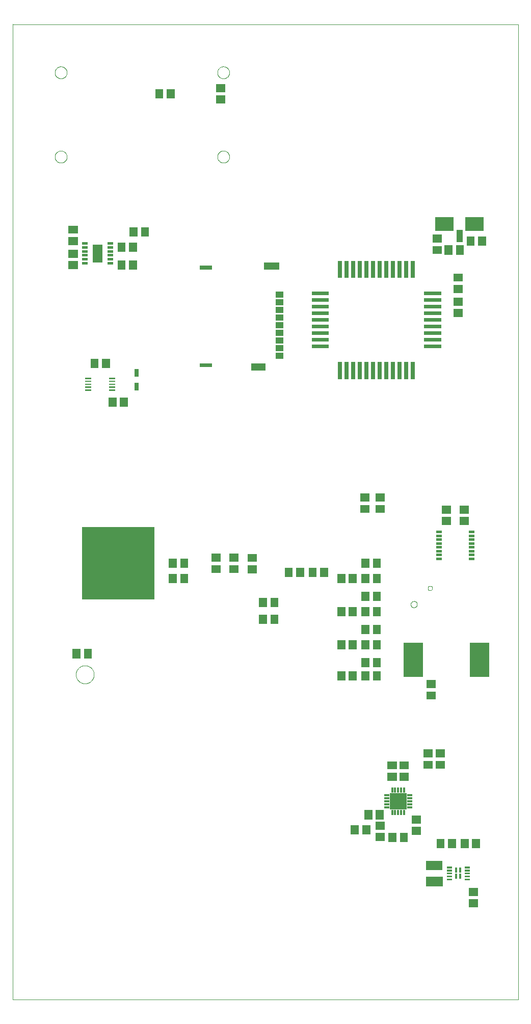
<source format=gbp>
G75*
%MOIN*%
%OFA0B0*%
%FSLAX25Y25*%
%IPPOS*%
%LPD*%
%AMOC8*
5,1,8,0,0,1.08239X$1,22.5*
%
%ADD10C,0.00000*%
%ADD11C,0.00173*%
%ADD12C,0.00197*%
%ADD13C,0.00205*%
%ADD14C,0.00208*%
%ADD15C,0.00189*%
%ADD16R,0.47244X0.47244*%
%ADD17C,0.00181*%
%ADD18C,0.00204*%
%ADD19C,0.00216*%
%ADD20C,0.00198*%
%ADD21R,0.01772X0.03346*%
%ADD22C,0.00177*%
%ADD23C,0.00252*%
%ADD24C,0.00200*%
D10*
X0049044Y0040429D02*
X0379753Y0040429D01*
X0379753Y0678224D01*
X0049044Y0678224D01*
X0049005Y0678382D02*
X0049005Y0040587D01*
X0090382Y0253028D02*
X0090384Y0253181D01*
X0090390Y0253335D01*
X0090400Y0253488D01*
X0090414Y0253640D01*
X0090432Y0253793D01*
X0090454Y0253944D01*
X0090479Y0254095D01*
X0090509Y0254246D01*
X0090543Y0254396D01*
X0090580Y0254544D01*
X0090621Y0254692D01*
X0090666Y0254838D01*
X0090715Y0254984D01*
X0090768Y0255128D01*
X0090824Y0255270D01*
X0090884Y0255411D01*
X0090948Y0255551D01*
X0091015Y0255689D01*
X0091086Y0255825D01*
X0091161Y0255959D01*
X0091238Y0256091D01*
X0091320Y0256221D01*
X0091404Y0256349D01*
X0091492Y0256475D01*
X0091583Y0256598D01*
X0091677Y0256719D01*
X0091775Y0256837D01*
X0091875Y0256953D01*
X0091979Y0257066D01*
X0092085Y0257177D01*
X0092194Y0257285D01*
X0092306Y0257390D01*
X0092420Y0257491D01*
X0092538Y0257590D01*
X0092657Y0257686D01*
X0092779Y0257779D01*
X0092904Y0257868D01*
X0093031Y0257955D01*
X0093160Y0258037D01*
X0093291Y0258117D01*
X0093424Y0258193D01*
X0093559Y0258266D01*
X0093696Y0258335D01*
X0093835Y0258400D01*
X0093975Y0258462D01*
X0094117Y0258520D01*
X0094260Y0258575D01*
X0094405Y0258626D01*
X0094551Y0258673D01*
X0094698Y0258716D01*
X0094846Y0258755D01*
X0094995Y0258791D01*
X0095145Y0258822D01*
X0095296Y0258850D01*
X0095447Y0258874D01*
X0095600Y0258894D01*
X0095752Y0258910D01*
X0095905Y0258922D01*
X0096058Y0258930D01*
X0096211Y0258934D01*
X0096365Y0258934D01*
X0096518Y0258930D01*
X0096671Y0258922D01*
X0096824Y0258910D01*
X0096976Y0258894D01*
X0097129Y0258874D01*
X0097280Y0258850D01*
X0097431Y0258822D01*
X0097581Y0258791D01*
X0097730Y0258755D01*
X0097878Y0258716D01*
X0098025Y0258673D01*
X0098171Y0258626D01*
X0098316Y0258575D01*
X0098459Y0258520D01*
X0098601Y0258462D01*
X0098741Y0258400D01*
X0098880Y0258335D01*
X0099017Y0258266D01*
X0099152Y0258193D01*
X0099285Y0258117D01*
X0099416Y0258037D01*
X0099545Y0257955D01*
X0099672Y0257868D01*
X0099797Y0257779D01*
X0099919Y0257686D01*
X0100038Y0257590D01*
X0100156Y0257491D01*
X0100270Y0257390D01*
X0100382Y0257285D01*
X0100491Y0257177D01*
X0100597Y0257066D01*
X0100701Y0256953D01*
X0100801Y0256837D01*
X0100899Y0256719D01*
X0100993Y0256598D01*
X0101084Y0256475D01*
X0101172Y0256349D01*
X0101256Y0256221D01*
X0101338Y0256091D01*
X0101415Y0255959D01*
X0101490Y0255825D01*
X0101561Y0255689D01*
X0101628Y0255551D01*
X0101692Y0255411D01*
X0101752Y0255270D01*
X0101808Y0255128D01*
X0101861Y0254984D01*
X0101910Y0254838D01*
X0101955Y0254692D01*
X0101996Y0254544D01*
X0102033Y0254396D01*
X0102067Y0254246D01*
X0102097Y0254095D01*
X0102122Y0253944D01*
X0102144Y0253793D01*
X0102162Y0253640D01*
X0102176Y0253488D01*
X0102186Y0253335D01*
X0102192Y0253181D01*
X0102194Y0253028D01*
X0102192Y0252875D01*
X0102186Y0252721D01*
X0102176Y0252568D01*
X0102162Y0252416D01*
X0102144Y0252263D01*
X0102122Y0252112D01*
X0102097Y0251961D01*
X0102067Y0251810D01*
X0102033Y0251660D01*
X0101996Y0251512D01*
X0101955Y0251364D01*
X0101910Y0251218D01*
X0101861Y0251072D01*
X0101808Y0250928D01*
X0101752Y0250786D01*
X0101692Y0250645D01*
X0101628Y0250505D01*
X0101561Y0250367D01*
X0101490Y0250231D01*
X0101415Y0250097D01*
X0101338Y0249965D01*
X0101256Y0249835D01*
X0101172Y0249707D01*
X0101084Y0249581D01*
X0100993Y0249458D01*
X0100899Y0249337D01*
X0100801Y0249219D01*
X0100701Y0249103D01*
X0100597Y0248990D01*
X0100491Y0248879D01*
X0100382Y0248771D01*
X0100270Y0248666D01*
X0100156Y0248565D01*
X0100038Y0248466D01*
X0099919Y0248370D01*
X0099797Y0248277D01*
X0099672Y0248188D01*
X0099545Y0248101D01*
X0099416Y0248019D01*
X0099285Y0247939D01*
X0099152Y0247863D01*
X0099017Y0247790D01*
X0098880Y0247721D01*
X0098741Y0247656D01*
X0098601Y0247594D01*
X0098459Y0247536D01*
X0098316Y0247481D01*
X0098171Y0247430D01*
X0098025Y0247383D01*
X0097878Y0247340D01*
X0097730Y0247301D01*
X0097581Y0247265D01*
X0097431Y0247234D01*
X0097280Y0247206D01*
X0097129Y0247182D01*
X0096976Y0247162D01*
X0096824Y0247146D01*
X0096671Y0247134D01*
X0096518Y0247126D01*
X0096365Y0247122D01*
X0096211Y0247122D01*
X0096058Y0247126D01*
X0095905Y0247134D01*
X0095752Y0247146D01*
X0095600Y0247162D01*
X0095447Y0247182D01*
X0095296Y0247206D01*
X0095145Y0247234D01*
X0094995Y0247265D01*
X0094846Y0247301D01*
X0094698Y0247340D01*
X0094551Y0247383D01*
X0094405Y0247430D01*
X0094260Y0247481D01*
X0094117Y0247536D01*
X0093975Y0247594D01*
X0093835Y0247656D01*
X0093696Y0247721D01*
X0093559Y0247790D01*
X0093424Y0247863D01*
X0093291Y0247939D01*
X0093160Y0248019D01*
X0093031Y0248101D01*
X0092904Y0248188D01*
X0092779Y0248277D01*
X0092657Y0248370D01*
X0092538Y0248466D01*
X0092420Y0248565D01*
X0092306Y0248666D01*
X0092194Y0248771D01*
X0092085Y0248879D01*
X0091979Y0248990D01*
X0091875Y0249103D01*
X0091775Y0249219D01*
X0091677Y0249337D01*
X0091583Y0249458D01*
X0091492Y0249581D01*
X0091404Y0249707D01*
X0091320Y0249835D01*
X0091238Y0249965D01*
X0091161Y0250097D01*
X0091086Y0250231D01*
X0091015Y0250367D01*
X0090948Y0250505D01*
X0090884Y0250645D01*
X0090824Y0250786D01*
X0090768Y0250928D01*
X0090715Y0251072D01*
X0090666Y0251218D01*
X0090621Y0251364D01*
X0090580Y0251512D01*
X0090543Y0251660D01*
X0090509Y0251810D01*
X0090479Y0251961D01*
X0090454Y0252112D01*
X0090432Y0252263D01*
X0090414Y0252416D01*
X0090400Y0252568D01*
X0090390Y0252721D01*
X0090384Y0252875D01*
X0090382Y0253028D01*
X0309404Y0298919D02*
X0309406Y0299010D01*
X0309412Y0299100D01*
X0309422Y0299191D01*
X0309436Y0299280D01*
X0309454Y0299369D01*
X0309475Y0299458D01*
X0309501Y0299545D01*
X0309530Y0299631D01*
X0309564Y0299715D01*
X0309600Y0299798D01*
X0309641Y0299880D01*
X0309685Y0299959D01*
X0309732Y0300037D01*
X0309783Y0300112D01*
X0309837Y0300185D01*
X0309894Y0300255D01*
X0309954Y0300323D01*
X0310017Y0300389D01*
X0310083Y0300451D01*
X0310152Y0300510D01*
X0310223Y0300567D01*
X0310297Y0300620D01*
X0310373Y0300670D01*
X0310451Y0300717D01*
X0310531Y0300760D01*
X0310612Y0300799D01*
X0310696Y0300835D01*
X0310781Y0300867D01*
X0310867Y0300896D01*
X0310954Y0300920D01*
X0311043Y0300941D01*
X0311132Y0300958D01*
X0311222Y0300971D01*
X0311312Y0300980D01*
X0311403Y0300985D01*
X0311494Y0300986D01*
X0311584Y0300983D01*
X0311675Y0300976D01*
X0311765Y0300965D01*
X0311855Y0300950D01*
X0311944Y0300931D01*
X0312032Y0300909D01*
X0312118Y0300882D01*
X0312204Y0300852D01*
X0312288Y0300818D01*
X0312371Y0300780D01*
X0312452Y0300739D01*
X0312531Y0300694D01*
X0312608Y0300645D01*
X0312682Y0300594D01*
X0312755Y0300539D01*
X0312825Y0300481D01*
X0312892Y0300420D01*
X0312956Y0300356D01*
X0313018Y0300290D01*
X0313077Y0300220D01*
X0313132Y0300149D01*
X0313185Y0300074D01*
X0313234Y0299998D01*
X0313280Y0299920D01*
X0313322Y0299839D01*
X0313361Y0299757D01*
X0313396Y0299673D01*
X0313427Y0299588D01*
X0313454Y0299501D01*
X0313478Y0299414D01*
X0313498Y0299325D01*
X0313514Y0299236D01*
X0313526Y0299146D01*
X0313534Y0299055D01*
X0313538Y0298964D01*
X0313538Y0298874D01*
X0313534Y0298783D01*
X0313526Y0298692D01*
X0313514Y0298602D01*
X0313498Y0298513D01*
X0313478Y0298424D01*
X0313454Y0298337D01*
X0313427Y0298250D01*
X0313396Y0298165D01*
X0313361Y0298081D01*
X0313322Y0297999D01*
X0313280Y0297918D01*
X0313234Y0297840D01*
X0313185Y0297764D01*
X0313132Y0297689D01*
X0313077Y0297618D01*
X0313018Y0297548D01*
X0312956Y0297482D01*
X0312892Y0297418D01*
X0312825Y0297357D01*
X0312755Y0297299D01*
X0312682Y0297244D01*
X0312608Y0297193D01*
X0312531Y0297144D01*
X0312452Y0297099D01*
X0312371Y0297058D01*
X0312288Y0297020D01*
X0312204Y0296986D01*
X0312118Y0296956D01*
X0312032Y0296929D01*
X0311944Y0296907D01*
X0311855Y0296888D01*
X0311765Y0296873D01*
X0311675Y0296862D01*
X0311584Y0296855D01*
X0311494Y0296852D01*
X0311403Y0296853D01*
X0311312Y0296858D01*
X0311222Y0296867D01*
X0311132Y0296880D01*
X0311043Y0296897D01*
X0310954Y0296918D01*
X0310867Y0296942D01*
X0310781Y0296971D01*
X0310696Y0297003D01*
X0310612Y0297039D01*
X0310531Y0297078D01*
X0310451Y0297121D01*
X0310373Y0297168D01*
X0310297Y0297218D01*
X0310223Y0297271D01*
X0310152Y0297328D01*
X0310083Y0297387D01*
X0310017Y0297449D01*
X0309954Y0297515D01*
X0309894Y0297583D01*
X0309837Y0297653D01*
X0309783Y0297726D01*
X0309732Y0297801D01*
X0309685Y0297879D01*
X0309641Y0297958D01*
X0309600Y0298040D01*
X0309564Y0298123D01*
X0309530Y0298207D01*
X0309501Y0298293D01*
X0309475Y0298380D01*
X0309454Y0298469D01*
X0309436Y0298558D01*
X0309422Y0298647D01*
X0309412Y0298738D01*
X0309406Y0298828D01*
X0309404Y0298919D01*
X0320574Y0309498D02*
X0320576Y0309575D01*
X0320582Y0309651D01*
X0320592Y0309727D01*
X0320606Y0309802D01*
X0320623Y0309877D01*
X0320645Y0309950D01*
X0320670Y0310023D01*
X0320700Y0310094D01*
X0320732Y0310163D01*
X0320769Y0310230D01*
X0320808Y0310296D01*
X0320851Y0310359D01*
X0320898Y0310420D01*
X0320947Y0310479D01*
X0321000Y0310535D01*
X0321055Y0310588D01*
X0321113Y0310638D01*
X0321173Y0310685D01*
X0321236Y0310729D01*
X0321301Y0310770D01*
X0321368Y0310807D01*
X0321437Y0310841D01*
X0321507Y0310871D01*
X0321579Y0310897D01*
X0321653Y0310919D01*
X0321727Y0310938D01*
X0321802Y0310953D01*
X0321878Y0310964D01*
X0321954Y0310971D01*
X0322031Y0310974D01*
X0322107Y0310973D01*
X0322184Y0310968D01*
X0322260Y0310959D01*
X0322336Y0310946D01*
X0322410Y0310929D01*
X0322484Y0310909D01*
X0322557Y0310884D01*
X0322628Y0310856D01*
X0322698Y0310824D01*
X0322766Y0310789D01*
X0322832Y0310750D01*
X0322896Y0310708D01*
X0322957Y0310662D01*
X0323017Y0310613D01*
X0323073Y0310562D01*
X0323127Y0310507D01*
X0323178Y0310450D01*
X0323226Y0310390D01*
X0323271Y0310328D01*
X0323312Y0310263D01*
X0323350Y0310197D01*
X0323385Y0310129D01*
X0323415Y0310058D01*
X0323443Y0309987D01*
X0323466Y0309914D01*
X0323486Y0309840D01*
X0323502Y0309765D01*
X0323514Y0309689D01*
X0323522Y0309613D01*
X0323526Y0309536D01*
X0323526Y0309460D01*
X0323522Y0309383D01*
X0323514Y0309307D01*
X0323502Y0309231D01*
X0323486Y0309156D01*
X0323466Y0309082D01*
X0323443Y0309009D01*
X0323415Y0308938D01*
X0323385Y0308867D01*
X0323350Y0308799D01*
X0323312Y0308733D01*
X0323271Y0308668D01*
X0323226Y0308606D01*
X0323178Y0308546D01*
X0323127Y0308489D01*
X0323073Y0308434D01*
X0323017Y0308383D01*
X0322957Y0308334D01*
X0322896Y0308288D01*
X0322832Y0308246D01*
X0322766Y0308207D01*
X0322698Y0308172D01*
X0322628Y0308140D01*
X0322557Y0308112D01*
X0322484Y0308087D01*
X0322410Y0308067D01*
X0322336Y0308050D01*
X0322260Y0308037D01*
X0322184Y0308028D01*
X0322107Y0308023D01*
X0322031Y0308022D01*
X0321954Y0308025D01*
X0321878Y0308032D01*
X0321802Y0308043D01*
X0321727Y0308058D01*
X0321653Y0308077D01*
X0321579Y0308099D01*
X0321507Y0308125D01*
X0321437Y0308155D01*
X0321368Y0308189D01*
X0321301Y0308226D01*
X0321236Y0308267D01*
X0321173Y0308311D01*
X0321113Y0308358D01*
X0321055Y0308408D01*
X0321000Y0308461D01*
X0320947Y0308517D01*
X0320898Y0308576D01*
X0320851Y0308637D01*
X0320808Y0308700D01*
X0320769Y0308766D01*
X0320732Y0308833D01*
X0320700Y0308902D01*
X0320670Y0308973D01*
X0320645Y0309046D01*
X0320623Y0309119D01*
X0320606Y0309194D01*
X0320592Y0309269D01*
X0320582Y0309345D01*
X0320576Y0309421D01*
X0320574Y0309498D01*
X0182902Y0591610D02*
X0182904Y0591735D01*
X0182910Y0591860D01*
X0182920Y0591984D01*
X0182934Y0592108D01*
X0182951Y0592232D01*
X0182973Y0592355D01*
X0182999Y0592477D01*
X0183028Y0592599D01*
X0183061Y0592719D01*
X0183099Y0592838D01*
X0183139Y0592957D01*
X0183184Y0593073D01*
X0183232Y0593188D01*
X0183284Y0593302D01*
X0183340Y0593414D01*
X0183399Y0593524D01*
X0183461Y0593632D01*
X0183527Y0593739D01*
X0183596Y0593843D01*
X0183669Y0593944D01*
X0183744Y0594044D01*
X0183823Y0594141D01*
X0183905Y0594235D01*
X0183990Y0594327D01*
X0184077Y0594416D01*
X0184168Y0594502D01*
X0184261Y0594585D01*
X0184357Y0594666D01*
X0184455Y0594743D01*
X0184555Y0594817D01*
X0184658Y0594888D01*
X0184763Y0594955D01*
X0184871Y0595020D01*
X0184980Y0595080D01*
X0185091Y0595138D01*
X0185204Y0595191D01*
X0185318Y0595241D01*
X0185434Y0595288D01*
X0185551Y0595330D01*
X0185670Y0595369D01*
X0185790Y0595405D01*
X0185911Y0595436D01*
X0186033Y0595464D01*
X0186155Y0595487D01*
X0186279Y0595507D01*
X0186403Y0595523D01*
X0186527Y0595535D01*
X0186652Y0595543D01*
X0186777Y0595547D01*
X0186901Y0595547D01*
X0187026Y0595543D01*
X0187151Y0595535D01*
X0187275Y0595523D01*
X0187399Y0595507D01*
X0187523Y0595487D01*
X0187645Y0595464D01*
X0187767Y0595436D01*
X0187888Y0595405D01*
X0188008Y0595369D01*
X0188127Y0595330D01*
X0188244Y0595288D01*
X0188360Y0595241D01*
X0188474Y0595191D01*
X0188587Y0595138D01*
X0188698Y0595080D01*
X0188808Y0595020D01*
X0188915Y0594955D01*
X0189020Y0594888D01*
X0189123Y0594817D01*
X0189223Y0594743D01*
X0189321Y0594666D01*
X0189417Y0594585D01*
X0189510Y0594502D01*
X0189601Y0594416D01*
X0189688Y0594327D01*
X0189773Y0594235D01*
X0189855Y0594141D01*
X0189934Y0594044D01*
X0190009Y0593944D01*
X0190082Y0593843D01*
X0190151Y0593739D01*
X0190217Y0593632D01*
X0190279Y0593524D01*
X0190338Y0593414D01*
X0190394Y0593302D01*
X0190446Y0593188D01*
X0190494Y0593073D01*
X0190539Y0592957D01*
X0190579Y0592838D01*
X0190617Y0592719D01*
X0190650Y0592599D01*
X0190679Y0592477D01*
X0190705Y0592355D01*
X0190727Y0592232D01*
X0190744Y0592108D01*
X0190758Y0591984D01*
X0190768Y0591860D01*
X0190774Y0591735D01*
X0190776Y0591610D01*
X0190774Y0591485D01*
X0190768Y0591360D01*
X0190758Y0591236D01*
X0190744Y0591112D01*
X0190727Y0590988D01*
X0190705Y0590865D01*
X0190679Y0590743D01*
X0190650Y0590621D01*
X0190617Y0590501D01*
X0190579Y0590382D01*
X0190539Y0590263D01*
X0190494Y0590147D01*
X0190446Y0590032D01*
X0190394Y0589918D01*
X0190338Y0589806D01*
X0190279Y0589696D01*
X0190217Y0589588D01*
X0190151Y0589481D01*
X0190082Y0589377D01*
X0190009Y0589276D01*
X0189934Y0589176D01*
X0189855Y0589079D01*
X0189773Y0588985D01*
X0189688Y0588893D01*
X0189601Y0588804D01*
X0189510Y0588718D01*
X0189417Y0588635D01*
X0189321Y0588554D01*
X0189223Y0588477D01*
X0189123Y0588403D01*
X0189020Y0588332D01*
X0188915Y0588265D01*
X0188807Y0588200D01*
X0188698Y0588140D01*
X0188587Y0588082D01*
X0188474Y0588029D01*
X0188360Y0587979D01*
X0188244Y0587932D01*
X0188127Y0587890D01*
X0188008Y0587851D01*
X0187888Y0587815D01*
X0187767Y0587784D01*
X0187645Y0587756D01*
X0187523Y0587733D01*
X0187399Y0587713D01*
X0187275Y0587697D01*
X0187151Y0587685D01*
X0187026Y0587677D01*
X0186901Y0587673D01*
X0186777Y0587673D01*
X0186652Y0587677D01*
X0186527Y0587685D01*
X0186403Y0587697D01*
X0186279Y0587713D01*
X0186155Y0587733D01*
X0186033Y0587756D01*
X0185911Y0587784D01*
X0185790Y0587815D01*
X0185670Y0587851D01*
X0185551Y0587890D01*
X0185434Y0587932D01*
X0185318Y0587979D01*
X0185204Y0588029D01*
X0185091Y0588082D01*
X0184980Y0588140D01*
X0184870Y0588200D01*
X0184763Y0588265D01*
X0184658Y0588332D01*
X0184555Y0588403D01*
X0184455Y0588477D01*
X0184357Y0588554D01*
X0184261Y0588635D01*
X0184168Y0588718D01*
X0184077Y0588804D01*
X0183990Y0588893D01*
X0183905Y0588985D01*
X0183823Y0589079D01*
X0183744Y0589176D01*
X0183669Y0589276D01*
X0183596Y0589377D01*
X0183527Y0589481D01*
X0183461Y0589588D01*
X0183399Y0589696D01*
X0183340Y0589806D01*
X0183284Y0589918D01*
X0183232Y0590032D01*
X0183184Y0590147D01*
X0183139Y0590263D01*
X0183099Y0590382D01*
X0183061Y0590501D01*
X0183028Y0590621D01*
X0182999Y0590743D01*
X0182973Y0590865D01*
X0182951Y0590988D01*
X0182934Y0591112D01*
X0182920Y0591236D01*
X0182910Y0591360D01*
X0182904Y0591485D01*
X0182902Y0591610D01*
X0182902Y0646728D02*
X0182904Y0646853D01*
X0182910Y0646978D01*
X0182920Y0647102D01*
X0182934Y0647226D01*
X0182951Y0647350D01*
X0182973Y0647473D01*
X0182999Y0647595D01*
X0183028Y0647717D01*
X0183061Y0647837D01*
X0183099Y0647956D01*
X0183139Y0648075D01*
X0183184Y0648191D01*
X0183232Y0648306D01*
X0183284Y0648420D01*
X0183340Y0648532D01*
X0183399Y0648642D01*
X0183461Y0648750D01*
X0183527Y0648857D01*
X0183596Y0648961D01*
X0183669Y0649062D01*
X0183744Y0649162D01*
X0183823Y0649259D01*
X0183905Y0649353D01*
X0183990Y0649445D01*
X0184077Y0649534D01*
X0184168Y0649620D01*
X0184261Y0649703D01*
X0184357Y0649784D01*
X0184455Y0649861D01*
X0184555Y0649935D01*
X0184658Y0650006D01*
X0184763Y0650073D01*
X0184871Y0650138D01*
X0184980Y0650198D01*
X0185091Y0650256D01*
X0185204Y0650309D01*
X0185318Y0650359D01*
X0185434Y0650406D01*
X0185551Y0650448D01*
X0185670Y0650487D01*
X0185790Y0650523D01*
X0185911Y0650554D01*
X0186033Y0650582D01*
X0186155Y0650605D01*
X0186279Y0650625D01*
X0186403Y0650641D01*
X0186527Y0650653D01*
X0186652Y0650661D01*
X0186777Y0650665D01*
X0186901Y0650665D01*
X0187026Y0650661D01*
X0187151Y0650653D01*
X0187275Y0650641D01*
X0187399Y0650625D01*
X0187523Y0650605D01*
X0187645Y0650582D01*
X0187767Y0650554D01*
X0187888Y0650523D01*
X0188008Y0650487D01*
X0188127Y0650448D01*
X0188244Y0650406D01*
X0188360Y0650359D01*
X0188474Y0650309D01*
X0188587Y0650256D01*
X0188698Y0650198D01*
X0188808Y0650138D01*
X0188915Y0650073D01*
X0189020Y0650006D01*
X0189123Y0649935D01*
X0189223Y0649861D01*
X0189321Y0649784D01*
X0189417Y0649703D01*
X0189510Y0649620D01*
X0189601Y0649534D01*
X0189688Y0649445D01*
X0189773Y0649353D01*
X0189855Y0649259D01*
X0189934Y0649162D01*
X0190009Y0649062D01*
X0190082Y0648961D01*
X0190151Y0648857D01*
X0190217Y0648750D01*
X0190279Y0648642D01*
X0190338Y0648532D01*
X0190394Y0648420D01*
X0190446Y0648306D01*
X0190494Y0648191D01*
X0190539Y0648075D01*
X0190579Y0647956D01*
X0190617Y0647837D01*
X0190650Y0647717D01*
X0190679Y0647595D01*
X0190705Y0647473D01*
X0190727Y0647350D01*
X0190744Y0647226D01*
X0190758Y0647102D01*
X0190768Y0646978D01*
X0190774Y0646853D01*
X0190776Y0646728D01*
X0190774Y0646603D01*
X0190768Y0646478D01*
X0190758Y0646354D01*
X0190744Y0646230D01*
X0190727Y0646106D01*
X0190705Y0645983D01*
X0190679Y0645861D01*
X0190650Y0645739D01*
X0190617Y0645619D01*
X0190579Y0645500D01*
X0190539Y0645381D01*
X0190494Y0645265D01*
X0190446Y0645150D01*
X0190394Y0645036D01*
X0190338Y0644924D01*
X0190279Y0644814D01*
X0190217Y0644706D01*
X0190151Y0644599D01*
X0190082Y0644495D01*
X0190009Y0644394D01*
X0189934Y0644294D01*
X0189855Y0644197D01*
X0189773Y0644103D01*
X0189688Y0644011D01*
X0189601Y0643922D01*
X0189510Y0643836D01*
X0189417Y0643753D01*
X0189321Y0643672D01*
X0189223Y0643595D01*
X0189123Y0643521D01*
X0189020Y0643450D01*
X0188915Y0643383D01*
X0188807Y0643318D01*
X0188698Y0643258D01*
X0188587Y0643200D01*
X0188474Y0643147D01*
X0188360Y0643097D01*
X0188244Y0643050D01*
X0188127Y0643008D01*
X0188008Y0642969D01*
X0187888Y0642933D01*
X0187767Y0642902D01*
X0187645Y0642874D01*
X0187523Y0642851D01*
X0187399Y0642831D01*
X0187275Y0642815D01*
X0187151Y0642803D01*
X0187026Y0642795D01*
X0186901Y0642791D01*
X0186777Y0642791D01*
X0186652Y0642795D01*
X0186527Y0642803D01*
X0186403Y0642815D01*
X0186279Y0642831D01*
X0186155Y0642851D01*
X0186033Y0642874D01*
X0185911Y0642902D01*
X0185790Y0642933D01*
X0185670Y0642969D01*
X0185551Y0643008D01*
X0185434Y0643050D01*
X0185318Y0643097D01*
X0185204Y0643147D01*
X0185091Y0643200D01*
X0184980Y0643258D01*
X0184870Y0643318D01*
X0184763Y0643383D01*
X0184658Y0643450D01*
X0184555Y0643521D01*
X0184455Y0643595D01*
X0184357Y0643672D01*
X0184261Y0643753D01*
X0184168Y0643836D01*
X0184077Y0643922D01*
X0183990Y0644011D01*
X0183905Y0644103D01*
X0183823Y0644197D01*
X0183744Y0644294D01*
X0183669Y0644394D01*
X0183596Y0644495D01*
X0183527Y0644599D01*
X0183461Y0644706D01*
X0183399Y0644814D01*
X0183340Y0644924D01*
X0183284Y0645036D01*
X0183232Y0645150D01*
X0183184Y0645265D01*
X0183139Y0645381D01*
X0183099Y0645500D01*
X0183061Y0645619D01*
X0183028Y0645739D01*
X0182999Y0645861D01*
X0182973Y0645983D01*
X0182951Y0646106D01*
X0182934Y0646230D01*
X0182920Y0646354D01*
X0182910Y0646478D01*
X0182904Y0646603D01*
X0182902Y0646728D01*
X0076603Y0646728D02*
X0076605Y0646853D01*
X0076611Y0646978D01*
X0076621Y0647102D01*
X0076635Y0647226D01*
X0076652Y0647350D01*
X0076674Y0647473D01*
X0076700Y0647595D01*
X0076729Y0647717D01*
X0076762Y0647837D01*
X0076800Y0647956D01*
X0076840Y0648075D01*
X0076885Y0648191D01*
X0076933Y0648306D01*
X0076985Y0648420D01*
X0077041Y0648532D01*
X0077100Y0648642D01*
X0077162Y0648750D01*
X0077228Y0648857D01*
X0077297Y0648961D01*
X0077370Y0649062D01*
X0077445Y0649162D01*
X0077524Y0649259D01*
X0077606Y0649353D01*
X0077691Y0649445D01*
X0077778Y0649534D01*
X0077869Y0649620D01*
X0077962Y0649703D01*
X0078058Y0649784D01*
X0078156Y0649861D01*
X0078256Y0649935D01*
X0078359Y0650006D01*
X0078464Y0650073D01*
X0078572Y0650138D01*
X0078681Y0650198D01*
X0078792Y0650256D01*
X0078905Y0650309D01*
X0079019Y0650359D01*
X0079135Y0650406D01*
X0079252Y0650448D01*
X0079371Y0650487D01*
X0079491Y0650523D01*
X0079612Y0650554D01*
X0079734Y0650582D01*
X0079856Y0650605D01*
X0079980Y0650625D01*
X0080104Y0650641D01*
X0080228Y0650653D01*
X0080353Y0650661D01*
X0080478Y0650665D01*
X0080602Y0650665D01*
X0080727Y0650661D01*
X0080852Y0650653D01*
X0080976Y0650641D01*
X0081100Y0650625D01*
X0081224Y0650605D01*
X0081346Y0650582D01*
X0081468Y0650554D01*
X0081589Y0650523D01*
X0081709Y0650487D01*
X0081828Y0650448D01*
X0081945Y0650406D01*
X0082061Y0650359D01*
X0082175Y0650309D01*
X0082288Y0650256D01*
X0082399Y0650198D01*
X0082509Y0650138D01*
X0082616Y0650073D01*
X0082721Y0650006D01*
X0082824Y0649935D01*
X0082924Y0649861D01*
X0083022Y0649784D01*
X0083118Y0649703D01*
X0083211Y0649620D01*
X0083302Y0649534D01*
X0083389Y0649445D01*
X0083474Y0649353D01*
X0083556Y0649259D01*
X0083635Y0649162D01*
X0083710Y0649062D01*
X0083783Y0648961D01*
X0083852Y0648857D01*
X0083918Y0648750D01*
X0083980Y0648642D01*
X0084039Y0648532D01*
X0084095Y0648420D01*
X0084147Y0648306D01*
X0084195Y0648191D01*
X0084240Y0648075D01*
X0084280Y0647956D01*
X0084318Y0647837D01*
X0084351Y0647717D01*
X0084380Y0647595D01*
X0084406Y0647473D01*
X0084428Y0647350D01*
X0084445Y0647226D01*
X0084459Y0647102D01*
X0084469Y0646978D01*
X0084475Y0646853D01*
X0084477Y0646728D01*
X0084475Y0646603D01*
X0084469Y0646478D01*
X0084459Y0646354D01*
X0084445Y0646230D01*
X0084428Y0646106D01*
X0084406Y0645983D01*
X0084380Y0645861D01*
X0084351Y0645739D01*
X0084318Y0645619D01*
X0084280Y0645500D01*
X0084240Y0645381D01*
X0084195Y0645265D01*
X0084147Y0645150D01*
X0084095Y0645036D01*
X0084039Y0644924D01*
X0083980Y0644814D01*
X0083918Y0644706D01*
X0083852Y0644599D01*
X0083783Y0644495D01*
X0083710Y0644394D01*
X0083635Y0644294D01*
X0083556Y0644197D01*
X0083474Y0644103D01*
X0083389Y0644011D01*
X0083302Y0643922D01*
X0083211Y0643836D01*
X0083118Y0643753D01*
X0083022Y0643672D01*
X0082924Y0643595D01*
X0082824Y0643521D01*
X0082721Y0643450D01*
X0082616Y0643383D01*
X0082508Y0643318D01*
X0082399Y0643258D01*
X0082288Y0643200D01*
X0082175Y0643147D01*
X0082061Y0643097D01*
X0081945Y0643050D01*
X0081828Y0643008D01*
X0081709Y0642969D01*
X0081589Y0642933D01*
X0081468Y0642902D01*
X0081346Y0642874D01*
X0081224Y0642851D01*
X0081100Y0642831D01*
X0080976Y0642815D01*
X0080852Y0642803D01*
X0080727Y0642795D01*
X0080602Y0642791D01*
X0080478Y0642791D01*
X0080353Y0642795D01*
X0080228Y0642803D01*
X0080104Y0642815D01*
X0079980Y0642831D01*
X0079856Y0642851D01*
X0079734Y0642874D01*
X0079612Y0642902D01*
X0079491Y0642933D01*
X0079371Y0642969D01*
X0079252Y0643008D01*
X0079135Y0643050D01*
X0079019Y0643097D01*
X0078905Y0643147D01*
X0078792Y0643200D01*
X0078681Y0643258D01*
X0078571Y0643318D01*
X0078464Y0643383D01*
X0078359Y0643450D01*
X0078256Y0643521D01*
X0078156Y0643595D01*
X0078058Y0643672D01*
X0077962Y0643753D01*
X0077869Y0643836D01*
X0077778Y0643922D01*
X0077691Y0644011D01*
X0077606Y0644103D01*
X0077524Y0644197D01*
X0077445Y0644294D01*
X0077370Y0644394D01*
X0077297Y0644495D01*
X0077228Y0644599D01*
X0077162Y0644706D01*
X0077100Y0644814D01*
X0077041Y0644924D01*
X0076985Y0645036D01*
X0076933Y0645150D01*
X0076885Y0645265D01*
X0076840Y0645381D01*
X0076800Y0645500D01*
X0076762Y0645619D01*
X0076729Y0645739D01*
X0076700Y0645861D01*
X0076674Y0645983D01*
X0076652Y0646106D01*
X0076635Y0646230D01*
X0076621Y0646354D01*
X0076611Y0646478D01*
X0076605Y0646603D01*
X0076603Y0646728D01*
X0076603Y0591610D02*
X0076605Y0591735D01*
X0076611Y0591860D01*
X0076621Y0591984D01*
X0076635Y0592108D01*
X0076652Y0592232D01*
X0076674Y0592355D01*
X0076700Y0592477D01*
X0076729Y0592599D01*
X0076762Y0592719D01*
X0076800Y0592838D01*
X0076840Y0592957D01*
X0076885Y0593073D01*
X0076933Y0593188D01*
X0076985Y0593302D01*
X0077041Y0593414D01*
X0077100Y0593524D01*
X0077162Y0593632D01*
X0077228Y0593739D01*
X0077297Y0593843D01*
X0077370Y0593944D01*
X0077445Y0594044D01*
X0077524Y0594141D01*
X0077606Y0594235D01*
X0077691Y0594327D01*
X0077778Y0594416D01*
X0077869Y0594502D01*
X0077962Y0594585D01*
X0078058Y0594666D01*
X0078156Y0594743D01*
X0078256Y0594817D01*
X0078359Y0594888D01*
X0078464Y0594955D01*
X0078572Y0595020D01*
X0078681Y0595080D01*
X0078792Y0595138D01*
X0078905Y0595191D01*
X0079019Y0595241D01*
X0079135Y0595288D01*
X0079252Y0595330D01*
X0079371Y0595369D01*
X0079491Y0595405D01*
X0079612Y0595436D01*
X0079734Y0595464D01*
X0079856Y0595487D01*
X0079980Y0595507D01*
X0080104Y0595523D01*
X0080228Y0595535D01*
X0080353Y0595543D01*
X0080478Y0595547D01*
X0080602Y0595547D01*
X0080727Y0595543D01*
X0080852Y0595535D01*
X0080976Y0595523D01*
X0081100Y0595507D01*
X0081224Y0595487D01*
X0081346Y0595464D01*
X0081468Y0595436D01*
X0081589Y0595405D01*
X0081709Y0595369D01*
X0081828Y0595330D01*
X0081945Y0595288D01*
X0082061Y0595241D01*
X0082175Y0595191D01*
X0082288Y0595138D01*
X0082399Y0595080D01*
X0082509Y0595020D01*
X0082616Y0594955D01*
X0082721Y0594888D01*
X0082824Y0594817D01*
X0082924Y0594743D01*
X0083022Y0594666D01*
X0083118Y0594585D01*
X0083211Y0594502D01*
X0083302Y0594416D01*
X0083389Y0594327D01*
X0083474Y0594235D01*
X0083556Y0594141D01*
X0083635Y0594044D01*
X0083710Y0593944D01*
X0083783Y0593843D01*
X0083852Y0593739D01*
X0083918Y0593632D01*
X0083980Y0593524D01*
X0084039Y0593414D01*
X0084095Y0593302D01*
X0084147Y0593188D01*
X0084195Y0593073D01*
X0084240Y0592957D01*
X0084280Y0592838D01*
X0084318Y0592719D01*
X0084351Y0592599D01*
X0084380Y0592477D01*
X0084406Y0592355D01*
X0084428Y0592232D01*
X0084445Y0592108D01*
X0084459Y0591984D01*
X0084469Y0591860D01*
X0084475Y0591735D01*
X0084477Y0591610D01*
X0084475Y0591485D01*
X0084469Y0591360D01*
X0084459Y0591236D01*
X0084445Y0591112D01*
X0084428Y0590988D01*
X0084406Y0590865D01*
X0084380Y0590743D01*
X0084351Y0590621D01*
X0084318Y0590501D01*
X0084280Y0590382D01*
X0084240Y0590263D01*
X0084195Y0590147D01*
X0084147Y0590032D01*
X0084095Y0589918D01*
X0084039Y0589806D01*
X0083980Y0589696D01*
X0083918Y0589588D01*
X0083852Y0589481D01*
X0083783Y0589377D01*
X0083710Y0589276D01*
X0083635Y0589176D01*
X0083556Y0589079D01*
X0083474Y0588985D01*
X0083389Y0588893D01*
X0083302Y0588804D01*
X0083211Y0588718D01*
X0083118Y0588635D01*
X0083022Y0588554D01*
X0082924Y0588477D01*
X0082824Y0588403D01*
X0082721Y0588332D01*
X0082616Y0588265D01*
X0082508Y0588200D01*
X0082399Y0588140D01*
X0082288Y0588082D01*
X0082175Y0588029D01*
X0082061Y0587979D01*
X0081945Y0587932D01*
X0081828Y0587890D01*
X0081709Y0587851D01*
X0081589Y0587815D01*
X0081468Y0587784D01*
X0081346Y0587756D01*
X0081224Y0587733D01*
X0081100Y0587713D01*
X0080976Y0587697D01*
X0080852Y0587685D01*
X0080727Y0587677D01*
X0080602Y0587673D01*
X0080478Y0587673D01*
X0080353Y0587677D01*
X0080228Y0587685D01*
X0080104Y0587697D01*
X0079980Y0587713D01*
X0079856Y0587733D01*
X0079734Y0587756D01*
X0079612Y0587784D01*
X0079491Y0587815D01*
X0079371Y0587851D01*
X0079252Y0587890D01*
X0079135Y0587932D01*
X0079019Y0587979D01*
X0078905Y0588029D01*
X0078792Y0588082D01*
X0078681Y0588140D01*
X0078571Y0588200D01*
X0078464Y0588265D01*
X0078359Y0588332D01*
X0078256Y0588403D01*
X0078156Y0588477D01*
X0078058Y0588554D01*
X0077962Y0588635D01*
X0077869Y0588718D01*
X0077778Y0588804D01*
X0077691Y0588893D01*
X0077606Y0588985D01*
X0077524Y0589079D01*
X0077445Y0589176D01*
X0077370Y0589276D01*
X0077297Y0589377D01*
X0077228Y0589481D01*
X0077162Y0589588D01*
X0077100Y0589696D01*
X0077041Y0589806D01*
X0076985Y0589918D01*
X0076933Y0590032D01*
X0076885Y0590147D01*
X0076840Y0590263D01*
X0076800Y0590382D01*
X0076762Y0590501D01*
X0076729Y0590621D01*
X0076700Y0590743D01*
X0076674Y0590865D01*
X0076652Y0590988D01*
X0076635Y0591112D01*
X0076621Y0591236D01*
X0076611Y0591360D01*
X0076605Y0591485D01*
X0076603Y0591610D01*
D11*
X0325548Y0551996D02*
X0337186Y0551996D01*
X0337186Y0543508D01*
X0325548Y0543508D01*
X0325548Y0551996D01*
X0325548Y0543680D02*
X0337186Y0543680D01*
X0337186Y0543852D02*
X0325548Y0543852D01*
X0325548Y0544024D02*
X0337186Y0544024D01*
X0337186Y0544196D02*
X0325548Y0544196D01*
X0325548Y0544368D02*
X0337186Y0544368D01*
X0337186Y0544540D02*
X0325548Y0544540D01*
X0325548Y0544712D02*
X0337186Y0544712D01*
X0337186Y0544884D02*
X0325548Y0544884D01*
X0325548Y0545056D02*
X0337186Y0545056D01*
X0337186Y0545228D02*
X0325548Y0545228D01*
X0325548Y0545400D02*
X0337186Y0545400D01*
X0337186Y0545572D02*
X0325548Y0545572D01*
X0325548Y0545744D02*
X0337186Y0545744D01*
X0337186Y0545916D02*
X0325548Y0545916D01*
X0325548Y0546088D02*
X0337186Y0546088D01*
X0337186Y0546260D02*
X0325548Y0546260D01*
X0325548Y0546432D02*
X0337186Y0546432D01*
X0337186Y0546604D02*
X0325548Y0546604D01*
X0325548Y0546776D02*
X0337186Y0546776D01*
X0337186Y0546948D02*
X0325548Y0546948D01*
X0325548Y0547120D02*
X0337186Y0547120D01*
X0337186Y0547292D02*
X0325548Y0547292D01*
X0325548Y0547464D02*
X0337186Y0547464D01*
X0337186Y0547636D02*
X0325548Y0547636D01*
X0325548Y0547808D02*
X0337186Y0547808D01*
X0337186Y0547980D02*
X0325548Y0547980D01*
X0325548Y0548152D02*
X0337186Y0548152D01*
X0337186Y0548324D02*
X0325548Y0548324D01*
X0325548Y0548496D02*
X0337186Y0548496D01*
X0337186Y0548668D02*
X0325548Y0548668D01*
X0325548Y0548840D02*
X0337186Y0548840D01*
X0337186Y0549012D02*
X0325548Y0549012D01*
X0325548Y0549184D02*
X0337186Y0549184D01*
X0337186Y0549356D02*
X0325548Y0549356D01*
X0325548Y0549528D02*
X0337186Y0549528D01*
X0337186Y0549700D02*
X0325548Y0549700D01*
X0325548Y0549872D02*
X0337186Y0549872D01*
X0337186Y0550044D02*
X0325548Y0550044D01*
X0325548Y0550216D02*
X0337186Y0550216D01*
X0337186Y0550388D02*
X0325548Y0550388D01*
X0325548Y0550560D02*
X0337186Y0550560D01*
X0337186Y0550732D02*
X0325548Y0550732D01*
X0325548Y0550904D02*
X0337186Y0550904D01*
X0337186Y0551076D02*
X0325548Y0551076D01*
X0325548Y0551248D02*
X0337186Y0551248D01*
X0337186Y0551420D02*
X0325548Y0551420D01*
X0325548Y0551592D02*
X0337186Y0551592D01*
X0337186Y0551764D02*
X0325548Y0551764D01*
X0325548Y0551936D02*
X0337186Y0551936D01*
X0345233Y0551996D02*
X0356871Y0551996D01*
X0356871Y0543508D01*
X0345233Y0543508D01*
X0345233Y0551996D01*
X0345233Y0543680D02*
X0356871Y0543680D01*
X0356871Y0543852D02*
X0345233Y0543852D01*
X0345233Y0544024D02*
X0356871Y0544024D01*
X0356871Y0544196D02*
X0345233Y0544196D01*
X0345233Y0544368D02*
X0356871Y0544368D01*
X0356871Y0544540D02*
X0345233Y0544540D01*
X0345233Y0544712D02*
X0356871Y0544712D01*
X0356871Y0544884D02*
X0345233Y0544884D01*
X0345233Y0545056D02*
X0356871Y0545056D01*
X0356871Y0545228D02*
X0345233Y0545228D01*
X0345233Y0545400D02*
X0356871Y0545400D01*
X0356871Y0545572D02*
X0345233Y0545572D01*
X0345233Y0545744D02*
X0356871Y0545744D01*
X0356871Y0545916D02*
X0345233Y0545916D01*
X0345233Y0546088D02*
X0356871Y0546088D01*
X0356871Y0546260D02*
X0345233Y0546260D01*
X0345233Y0546432D02*
X0356871Y0546432D01*
X0356871Y0546604D02*
X0345233Y0546604D01*
X0345233Y0546776D02*
X0356871Y0546776D01*
X0356871Y0546948D02*
X0345233Y0546948D01*
X0345233Y0547120D02*
X0356871Y0547120D01*
X0356871Y0547292D02*
X0345233Y0547292D01*
X0345233Y0547464D02*
X0356871Y0547464D01*
X0356871Y0547636D02*
X0345233Y0547636D01*
X0345233Y0547808D02*
X0356871Y0547808D01*
X0356871Y0547980D02*
X0345233Y0547980D01*
X0345233Y0548152D02*
X0356871Y0548152D01*
X0356871Y0548324D02*
X0345233Y0548324D01*
X0345233Y0548496D02*
X0356871Y0548496D01*
X0356871Y0548668D02*
X0345233Y0548668D01*
X0345233Y0548840D02*
X0356871Y0548840D01*
X0356871Y0549012D02*
X0345233Y0549012D01*
X0345233Y0549184D02*
X0356871Y0549184D01*
X0356871Y0549356D02*
X0345233Y0549356D01*
X0345233Y0549528D02*
X0356871Y0549528D01*
X0356871Y0549700D02*
X0345233Y0549700D01*
X0345233Y0549872D02*
X0356871Y0549872D01*
X0356871Y0550044D02*
X0345233Y0550044D01*
X0345233Y0550216D02*
X0356871Y0550216D01*
X0356871Y0550388D02*
X0345233Y0550388D01*
X0345233Y0550560D02*
X0356871Y0550560D01*
X0356871Y0550732D02*
X0345233Y0550732D01*
X0345233Y0550904D02*
X0356871Y0550904D01*
X0356871Y0551076D02*
X0345233Y0551076D01*
X0345233Y0551248D02*
X0356871Y0551248D01*
X0356871Y0551420D02*
X0345233Y0551420D01*
X0345233Y0551592D02*
X0356871Y0551592D01*
X0356871Y0551764D02*
X0345233Y0551764D01*
X0345233Y0551936D02*
X0356871Y0551936D01*
D12*
X0343079Y0543717D02*
X0343079Y0536039D01*
X0339339Y0536039D01*
X0339339Y0543717D01*
X0343079Y0543717D01*
X0343079Y0536235D02*
X0339339Y0536235D01*
X0339339Y0536431D02*
X0343079Y0536431D01*
X0343079Y0536627D02*
X0339339Y0536627D01*
X0339339Y0536823D02*
X0343079Y0536823D01*
X0343079Y0537019D02*
X0339339Y0537019D01*
X0339339Y0537215D02*
X0343079Y0537215D01*
X0343079Y0537411D02*
X0339339Y0537411D01*
X0339339Y0537607D02*
X0343079Y0537607D01*
X0343079Y0537803D02*
X0339339Y0537803D01*
X0339339Y0537999D02*
X0343079Y0537999D01*
X0343079Y0538195D02*
X0339339Y0538195D01*
X0339339Y0538391D02*
X0343079Y0538391D01*
X0343079Y0538587D02*
X0339339Y0538587D01*
X0339339Y0538783D02*
X0343079Y0538783D01*
X0343079Y0538979D02*
X0339339Y0538979D01*
X0339339Y0539175D02*
X0343079Y0539175D01*
X0343079Y0539371D02*
X0339339Y0539371D01*
X0339339Y0539567D02*
X0343079Y0539567D01*
X0343079Y0539763D02*
X0339339Y0539763D01*
X0339339Y0539959D02*
X0343079Y0539959D01*
X0343079Y0540155D02*
X0339339Y0540155D01*
X0339339Y0540351D02*
X0343079Y0540351D01*
X0343079Y0540547D02*
X0339339Y0540547D01*
X0339339Y0540743D02*
X0343079Y0540743D01*
X0343079Y0540939D02*
X0339339Y0540939D01*
X0339339Y0541135D02*
X0343079Y0541135D01*
X0343079Y0541331D02*
X0339339Y0541331D01*
X0339339Y0541527D02*
X0343079Y0541527D01*
X0343079Y0541723D02*
X0339339Y0541723D01*
X0339339Y0541919D02*
X0343079Y0541919D01*
X0343079Y0542115D02*
X0339339Y0542115D01*
X0339339Y0542311D02*
X0343079Y0542311D01*
X0343079Y0542507D02*
X0339339Y0542507D01*
X0339339Y0542703D02*
X0343079Y0542703D01*
X0343079Y0542899D02*
X0339339Y0542899D01*
X0339339Y0543095D02*
X0343079Y0543095D01*
X0343079Y0543291D02*
X0339339Y0543291D01*
X0339339Y0543487D02*
X0343079Y0543487D01*
X0343079Y0543683D02*
X0339339Y0543683D01*
X0225836Y0503480D02*
X0225836Y0499740D01*
X0220914Y0499740D01*
X0220914Y0503480D01*
X0225836Y0503480D01*
X0225836Y0499936D02*
X0220914Y0499936D01*
X0220914Y0500132D02*
X0225836Y0500132D01*
X0225836Y0500328D02*
X0220914Y0500328D01*
X0220914Y0500524D02*
X0225836Y0500524D01*
X0225836Y0500720D02*
X0220914Y0500720D01*
X0220914Y0500916D02*
X0225836Y0500916D01*
X0225836Y0501112D02*
X0220914Y0501112D01*
X0220914Y0501308D02*
X0225836Y0501308D01*
X0225836Y0501504D02*
X0220914Y0501504D01*
X0220914Y0501700D02*
X0225836Y0501700D01*
X0225836Y0501896D02*
X0220914Y0501896D01*
X0220914Y0502092D02*
X0225836Y0502092D01*
X0225836Y0502288D02*
X0220914Y0502288D01*
X0220914Y0502484D02*
X0225836Y0502484D01*
X0225836Y0502680D02*
X0220914Y0502680D01*
X0220914Y0502876D02*
X0225836Y0502876D01*
X0225836Y0503072D02*
X0220914Y0503072D01*
X0220914Y0503268D02*
X0225836Y0503268D01*
X0225836Y0503464D02*
X0220914Y0503464D01*
X0225836Y0498480D02*
X0225836Y0494740D01*
X0220914Y0494740D01*
X0220914Y0498480D01*
X0225836Y0498480D01*
X0225836Y0494936D02*
X0220914Y0494936D01*
X0220914Y0495132D02*
X0225836Y0495132D01*
X0225836Y0495328D02*
X0220914Y0495328D01*
X0220914Y0495524D02*
X0225836Y0495524D01*
X0225836Y0495720D02*
X0220914Y0495720D01*
X0220914Y0495916D02*
X0225836Y0495916D01*
X0225836Y0496112D02*
X0220914Y0496112D01*
X0220914Y0496308D02*
X0225836Y0496308D01*
X0225836Y0496504D02*
X0220914Y0496504D01*
X0220914Y0496700D02*
X0225836Y0496700D01*
X0225836Y0496896D02*
X0220914Y0496896D01*
X0220914Y0497092D02*
X0225836Y0497092D01*
X0225836Y0497288D02*
X0220914Y0497288D01*
X0220914Y0497484D02*
X0225836Y0497484D01*
X0225836Y0497680D02*
X0220914Y0497680D01*
X0220914Y0497876D02*
X0225836Y0497876D01*
X0225836Y0498072D02*
X0220914Y0498072D01*
X0220914Y0498268D02*
X0225836Y0498268D01*
X0225836Y0498464D02*
X0220914Y0498464D01*
X0225836Y0493480D02*
X0225836Y0489740D01*
X0220914Y0489740D01*
X0220914Y0493480D01*
X0225836Y0493480D01*
X0225836Y0489936D02*
X0220914Y0489936D01*
X0220914Y0490132D02*
X0225836Y0490132D01*
X0225836Y0490328D02*
X0220914Y0490328D01*
X0220914Y0490524D02*
X0225836Y0490524D01*
X0225836Y0490720D02*
X0220914Y0490720D01*
X0220914Y0490916D02*
X0225836Y0490916D01*
X0225836Y0491112D02*
X0220914Y0491112D01*
X0220914Y0491308D02*
X0225836Y0491308D01*
X0225836Y0491504D02*
X0220914Y0491504D01*
X0220914Y0491700D02*
X0225836Y0491700D01*
X0225836Y0491896D02*
X0220914Y0491896D01*
X0220914Y0492092D02*
X0225836Y0492092D01*
X0225836Y0492288D02*
X0220914Y0492288D01*
X0220914Y0492484D02*
X0225836Y0492484D01*
X0225836Y0492680D02*
X0220914Y0492680D01*
X0220914Y0492876D02*
X0225836Y0492876D01*
X0225836Y0493072D02*
X0220914Y0493072D01*
X0220914Y0493268D02*
X0225836Y0493268D01*
X0225836Y0493464D02*
X0220914Y0493464D01*
X0225836Y0488480D02*
X0225836Y0484740D01*
X0220914Y0484740D01*
X0220914Y0488480D01*
X0225836Y0488480D01*
X0225836Y0484936D02*
X0220914Y0484936D01*
X0220914Y0485132D02*
X0225836Y0485132D01*
X0225836Y0485328D02*
X0220914Y0485328D01*
X0220914Y0485524D02*
X0225836Y0485524D01*
X0225836Y0485720D02*
X0220914Y0485720D01*
X0220914Y0485916D02*
X0225836Y0485916D01*
X0225836Y0486112D02*
X0220914Y0486112D01*
X0220914Y0486308D02*
X0225836Y0486308D01*
X0225836Y0486504D02*
X0220914Y0486504D01*
X0220914Y0486700D02*
X0225836Y0486700D01*
X0225836Y0486896D02*
X0220914Y0486896D01*
X0220914Y0487092D02*
X0225836Y0487092D01*
X0225836Y0487288D02*
X0220914Y0487288D01*
X0220914Y0487484D02*
X0225836Y0487484D01*
X0225836Y0487680D02*
X0220914Y0487680D01*
X0220914Y0487876D02*
X0225836Y0487876D01*
X0225836Y0488072D02*
X0220914Y0488072D01*
X0220914Y0488268D02*
X0225836Y0488268D01*
X0225836Y0488464D02*
X0220914Y0488464D01*
X0225836Y0483480D02*
X0225836Y0479740D01*
X0220914Y0479740D01*
X0220914Y0483480D01*
X0225836Y0483480D01*
X0225836Y0479936D02*
X0220914Y0479936D01*
X0220914Y0480132D02*
X0225836Y0480132D01*
X0225836Y0480328D02*
X0220914Y0480328D01*
X0220914Y0480524D02*
X0225836Y0480524D01*
X0225836Y0480720D02*
X0220914Y0480720D01*
X0220914Y0480916D02*
X0225836Y0480916D01*
X0225836Y0481112D02*
X0220914Y0481112D01*
X0220914Y0481308D02*
X0225836Y0481308D01*
X0225836Y0481504D02*
X0220914Y0481504D01*
X0220914Y0481700D02*
X0225836Y0481700D01*
X0225836Y0481896D02*
X0220914Y0481896D01*
X0220914Y0482092D02*
X0225836Y0482092D01*
X0225836Y0482288D02*
X0220914Y0482288D01*
X0220914Y0482484D02*
X0225836Y0482484D01*
X0225836Y0482680D02*
X0220914Y0482680D01*
X0220914Y0482876D02*
X0225836Y0482876D01*
X0225836Y0483072D02*
X0220914Y0483072D01*
X0220914Y0483268D02*
X0225836Y0483268D01*
X0225836Y0483464D02*
X0220914Y0483464D01*
X0225836Y0478480D02*
X0225836Y0474740D01*
X0220914Y0474740D01*
X0220914Y0478480D01*
X0225836Y0478480D01*
X0225836Y0474936D02*
X0220914Y0474936D01*
X0220914Y0475132D02*
X0225836Y0475132D01*
X0225836Y0475328D02*
X0220914Y0475328D01*
X0220914Y0475524D02*
X0225836Y0475524D01*
X0225836Y0475720D02*
X0220914Y0475720D01*
X0220914Y0475916D02*
X0225836Y0475916D01*
X0225836Y0476112D02*
X0220914Y0476112D01*
X0220914Y0476308D02*
X0225836Y0476308D01*
X0225836Y0476504D02*
X0220914Y0476504D01*
X0220914Y0476700D02*
X0225836Y0476700D01*
X0225836Y0476896D02*
X0220914Y0476896D01*
X0220914Y0477092D02*
X0225836Y0477092D01*
X0225836Y0477288D02*
X0220914Y0477288D01*
X0220914Y0477484D02*
X0225836Y0477484D01*
X0225836Y0477680D02*
X0220914Y0477680D01*
X0220914Y0477876D02*
X0225836Y0477876D01*
X0225836Y0478072D02*
X0220914Y0478072D01*
X0220914Y0478268D02*
X0225836Y0478268D01*
X0225836Y0478464D02*
X0220914Y0478464D01*
X0225836Y0473480D02*
X0225836Y0469740D01*
X0220914Y0469740D01*
X0220914Y0473480D01*
X0225836Y0473480D01*
X0225836Y0469936D02*
X0220914Y0469936D01*
X0220914Y0470132D02*
X0225836Y0470132D01*
X0225836Y0470328D02*
X0220914Y0470328D01*
X0220914Y0470524D02*
X0225836Y0470524D01*
X0225836Y0470720D02*
X0220914Y0470720D01*
X0220914Y0470916D02*
X0225836Y0470916D01*
X0225836Y0471112D02*
X0220914Y0471112D01*
X0220914Y0471308D02*
X0225836Y0471308D01*
X0225836Y0471504D02*
X0220914Y0471504D01*
X0220914Y0471700D02*
X0225836Y0471700D01*
X0225836Y0471896D02*
X0220914Y0471896D01*
X0220914Y0472092D02*
X0225836Y0472092D01*
X0225836Y0472288D02*
X0220914Y0472288D01*
X0220914Y0472484D02*
X0225836Y0472484D01*
X0225836Y0472680D02*
X0220914Y0472680D01*
X0220914Y0472876D02*
X0225836Y0472876D01*
X0225836Y0473072D02*
X0220914Y0473072D01*
X0220914Y0473268D02*
X0225836Y0473268D01*
X0225836Y0473464D02*
X0220914Y0473464D01*
X0225836Y0468480D02*
X0225836Y0464740D01*
X0220914Y0464740D01*
X0220914Y0468480D01*
X0225836Y0468480D01*
X0225836Y0464936D02*
X0220914Y0464936D01*
X0220914Y0465132D02*
X0225836Y0465132D01*
X0225836Y0465328D02*
X0220914Y0465328D01*
X0220914Y0465524D02*
X0225836Y0465524D01*
X0225836Y0465720D02*
X0220914Y0465720D01*
X0220914Y0465916D02*
X0225836Y0465916D01*
X0225836Y0466112D02*
X0220914Y0466112D01*
X0220914Y0466308D02*
X0225836Y0466308D01*
X0225836Y0466504D02*
X0220914Y0466504D01*
X0220914Y0466700D02*
X0225836Y0466700D01*
X0225836Y0466896D02*
X0220914Y0466896D01*
X0220914Y0467092D02*
X0225836Y0467092D01*
X0225836Y0467288D02*
X0220914Y0467288D01*
X0220914Y0467484D02*
X0225836Y0467484D01*
X0225836Y0467680D02*
X0220914Y0467680D01*
X0220914Y0467876D02*
X0225836Y0467876D01*
X0225836Y0468072D02*
X0220914Y0468072D01*
X0220914Y0468268D02*
X0225836Y0468268D01*
X0225836Y0468464D02*
X0220914Y0468464D01*
X0225836Y0463480D02*
X0225836Y0459740D01*
X0220914Y0459740D01*
X0220914Y0463480D01*
X0225836Y0463480D01*
X0225836Y0459936D02*
X0220914Y0459936D01*
X0220914Y0460132D02*
X0225836Y0460132D01*
X0225836Y0460328D02*
X0220914Y0460328D01*
X0220914Y0460524D02*
X0225836Y0460524D01*
X0225836Y0460720D02*
X0220914Y0460720D01*
X0220914Y0460916D02*
X0225836Y0460916D01*
X0225836Y0461112D02*
X0220914Y0461112D01*
X0220914Y0461308D02*
X0225836Y0461308D01*
X0225836Y0461504D02*
X0220914Y0461504D01*
X0220914Y0461700D02*
X0225836Y0461700D01*
X0225836Y0461896D02*
X0220914Y0461896D01*
X0220914Y0462092D02*
X0225836Y0462092D01*
X0225836Y0462288D02*
X0220914Y0462288D01*
X0220914Y0462484D02*
X0225836Y0462484D01*
X0225836Y0462680D02*
X0220914Y0462680D01*
X0220914Y0462876D02*
X0225836Y0462876D01*
X0225836Y0463072D02*
X0220914Y0463072D01*
X0220914Y0463268D02*
X0225836Y0463268D01*
X0225836Y0463464D02*
X0220914Y0463464D01*
X0115875Y0447220D02*
X0112135Y0447220D01*
X0115875Y0447220D02*
X0115875Y0446630D01*
X0112135Y0446630D01*
X0112135Y0447220D01*
X0112135Y0446826D02*
X0115875Y0446826D01*
X0115875Y0447022D02*
X0112135Y0447022D01*
X0112135Y0447218D02*
X0115875Y0447218D01*
X0115875Y0445252D02*
X0112135Y0445252D01*
X0115875Y0445252D02*
X0115875Y0444662D01*
X0112135Y0444662D01*
X0112135Y0445252D01*
X0112135Y0444858D02*
X0115875Y0444858D01*
X0115875Y0445054D02*
X0112135Y0445054D01*
X0112135Y0445250D02*
X0115875Y0445250D01*
X0115875Y0443283D02*
X0112135Y0443283D01*
X0115875Y0443283D02*
X0115875Y0442693D01*
X0112135Y0442693D01*
X0112135Y0443283D01*
X0112135Y0442889D02*
X0115875Y0442889D01*
X0115875Y0443085D02*
X0112135Y0443085D01*
X0112135Y0443281D02*
X0115875Y0443281D01*
X0115875Y0441315D02*
X0112135Y0441315D01*
X0115875Y0441315D02*
X0115875Y0440725D01*
X0112135Y0440725D01*
X0112135Y0441315D01*
X0112135Y0440921D02*
X0115875Y0440921D01*
X0115875Y0441117D02*
X0112135Y0441117D01*
X0112135Y0441313D02*
X0115875Y0441313D01*
X0115875Y0439346D02*
X0112135Y0439346D01*
X0115875Y0439346D02*
X0115875Y0438756D01*
X0112135Y0438756D01*
X0112135Y0439346D01*
X0112135Y0438952D02*
X0115875Y0438952D01*
X0115875Y0439148D02*
X0112135Y0439148D01*
X0112135Y0439344D02*
X0115875Y0439344D01*
X0100127Y0439346D02*
X0096387Y0439346D01*
X0100127Y0439346D02*
X0100127Y0438756D01*
X0096387Y0438756D01*
X0096387Y0439346D01*
X0096387Y0438952D02*
X0100127Y0438952D01*
X0100127Y0439148D02*
X0096387Y0439148D01*
X0096387Y0439344D02*
X0100127Y0439344D01*
X0100127Y0441315D02*
X0096387Y0441315D01*
X0100127Y0441315D02*
X0100127Y0440725D01*
X0096387Y0440725D01*
X0096387Y0441315D01*
X0096387Y0440921D02*
X0100127Y0440921D01*
X0100127Y0441117D02*
X0096387Y0441117D01*
X0096387Y0441313D02*
X0100127Y0441313D01*
X0100127Y0443283D02*
X0096387Y0443283D01*
X0100127Y0443283D02*
X0100127Y0442693D01*
X0096387Y0442693D01*
X0096387Y0443283D01*
X0096387Y0442889D02*
X0100127Y0442889D01*
X0100127Y0443085D02*
X0096387Y0443085D01*
X0096387Y0443281D02*
X0100127Y0443281D01*
X0100127Y0445252D02*
X0096387Y0445252D01*
X0100127Y0445252D02*
X0100127Y0444662D01*
X0096387Y0444662D01*
X0096387Y0445252D01*
X0096387Y0444858D02*
X0100127Y0444858D01*
X0100127Y0445054D02*
X0096387Y0445054D01*
X0096387Y0445250D02*
X0100127Y0445250D01*
X0100127Y0447220D02*
X0096387Y0447220D01*
X0100127Y0447220D02*
X0100127Y0446630D01*
X0096387Y0446630D01*
X0096387Y0447220D01*
X0096387Y0446826D02*
X0100127Y0446826D01*
X0100127Y0447022D02*
X0096387Y0447022D01*
X0096387Y0447218D02*
X0100127Y0447218D01*
D13*
X0099934Y0453917D02*
X0104848Y0453917D01*
X0099934Y0453917D02*
X0099934Y0459619D01*
X0104848Y0459619D01*
X0104848Y0453917D01*
X0104848Y0454121D02*
X0099934Y0454121D01*
X0099934Y0454325D02*
X0104848Y0454325D01*
X0104848Y0454529D02*
X0099934Y0454529D01*
X0099934Y0454733D02*
X0104848Y0454733D01*
X0104848Y0454937D02*
X0099934Y0454937D01*
X0099934Y0455141D02*
X0104848Y0455141D01*
X0104848Y0455345D02*
X0099934Y0455345D01*
X0099934Y0455549D02*
X0104848Y0455549D01*
X0104848Y0455753D02*
X0099934Y0455753D01*
X0099934Y0455957D02*
X0104848Y0455957D01*
X0104848Y0456161D02*
X0099934Y0456161D01*
X0099934Y0456365D02*
X0104848Y0456365D01*
X0104848Y0456569D02*
X0099934Y0456569D01*
X0099934Y0456773D02*
X0104848Y0456773D01*
X0104848Y0456977D02*
X0099934Y0456977D01*
X0099934Y0457181D02*
X0104848Y0457181D01*
X0104848Y0457385D02*
X0099934Y0457385D01*
X0099934Y0457589D02*
X0104848Y0457589D01*
X0104848Y0457793D02*
X0099934Y0457793D01*
X0099934Y0457997D02*
X0104848Y0457997D01*
X0104848Y0458201D02*
X0099934Y0458201D01*
X0099934Y0458405D02*
X0104848Y0458405D01*
X0104848Y0458609D02*
X0099934Y0458609D01*
X0099934Y0458813D02*
X0104848Y0458813D01*
X0104848Y0459017D02*
X0099934Y0459017D01*
X0099934Y0459221D02*
X0104848Y0459221D01*
X0104848Y0459425D02*
X0099934Y0459425D01*
X0107414Y0453917D02*
X0112328Y0453917D01*
X0107414Y0453917D02*
X0107414Y0459619D01*
X0112328Y0459619D01*
X0112328Y0453917D01*
X0112328Y0454121D02*
X0107414Y0454121D01*
X0107414Y0454325D02*
X0112328Y0454325D01*
X0112328Y0454529D02*
X0107414Y0454529D01*
X0107414Y0454733D02*
X0112328Y0454733D01*
X0112328Y0454937D02*
X0107414Y0454937D01*
X0107414Y0455141D02*
X0112328Y0455141D01*
X0112328Y0455345D02*
X0107414Y0455345D01*
X0107414Y0455549D02*
X0112328Y0455549D01*
X0112328Y0455753D02*
X0107414Y0455753D01*
X0107414Y0455957D02*
X0112328Y0455957D01*
X0112328Y0456161D02*
X0107414Y0456161D01*
X0107414Y0456365D02*
X0112328Y0456365D01*
X0112328Y0456569D02*
X0107414Y0456569D01*
X0107414Y0456773D02*
X0112328Y0456773D01*
X0112328Y0456977D02*
X0107414Y0456977D01*
X0107414Y0457181D02*
X0112328Y0457181D01*
X0112328Y0457385D02*
X0107414Y0457385D01*
X0107414Y0457589D02*
X0112328Y0457589D01*
X0112328Y0457793D02*
X0107414Y0457793D01*
X0107414Y0457997D02*
X0112328Y0457997D01*
X0112328Y0458201D02*
X0107414Y0458201D01*
X0107414Y0458405D02*
X0112328Y0458405D01*
X0112328Y0458609D02*
X0107414Y0458609D01*
X0107414Y0458813D02*
X0112328Y0458813D01*
X0112328Y0459017D02*
X0107414Y0459017D01*
X0107414Y0459221D02*
X0112328Y0459221D01*
X0112328Y0459425D02*
X0107414Y0459425D01*
X0111745Y0428326D02*
X0116659Y0428326D01*
X0111745Y0428326D02*
X0111745Y0434028D01*
X0116659Y0434028D01*
X0116659Y0428326D01*
X0116659Y0428530D02*
X0111745Y0428530D01*
X0111745Y0428734D02*
X0116659Y0428734D01*
X0116659Y0428938D02*
X0111745Y0428938D01*
X0111745Y0429142D02*
X0116659Y0429142D01*
X0116659Y0429346D02*
X0111745Y0429346D01*
X0111745Y0429550D02*
X0116659Y0429550D01*
X0116659Y0429754D02*
X0111745Y0429754D01*
X0111745Y0429958D02*
X0116659Y0429958D01*
X0116659Y0430162D02*
X0111745Y0430162D01*
X0111745Y0430366D02*
X0116659Y0430366D01*
X0116659Y0430570D02*
X0111745Y0430570D01*
X0111745Y0430774D02*
X0116659Y0430774D01*
X0116659Y0430978D02*
X0111745Y0430978D01*
X0111745Y0431182D02*
X0116659Y0431182D01*
X0116659Y0431386D02*
X0111745Y0431386D01*
X0111745Y0431590D02*
X0116659Y0431590D01*
X0116659Y0431794D02*
X0111745Y0431794D01*
X0111745Y0431998D02*
X0116659Y0431998D01*
X0116659Y0432202D02*
X0111745Y0432202D01*
X0111745Y0432406D02*
X0116659Y0432406D01*
X0116659Y0432610D02*
X0111745Y0432610D01*
X0111745Y0432814D02*
X0116659Y0432814D01*
X0116659Y0433018D02*
X0111745Y0433018D01*
X0111745Y0433222D02*
X0116659Y0433222D01*
X0116659Y0433426D02*
X0111745Y0433426D01*
X0111745Y0433630D02*
X0116659Y0433630D01*
X0116659Y0433834D02*
X0111745Y0433834D01*
X0119225Y0428326D02*
X0124139Y0428326D01*
X0119225Y0428326D02*
X0119225Y0434028D01*
X0124139Y0434028D01*
X0124139Y0428326D01*
X0124139Y0428530D02*
X0119225Y0428530D01*
X0119225Y0428734D02*
X0124139Y0428734D01*
X0124139Y0428938D02*
X0119225Y0428938D01*
X0119225Y0429142D02*
X0124139Y0429142D01*
X0124139Y0429346D02*
X0119225Y0429346D01*
X0119225Y0429550D02*
X0124139Y0429550D01*
X0124139Y0429754D02*
X0119225Y0429754D01*
X0119225Y0429958D02*
X0124139Y0429958D01*
X0124139Y0430162D02*
X0119225Y0430162D01*
X0119225Y0430366D02*
X0124139Y0430366D01*
X0124139Y0430570D02*
X0119225Y0430570D01*
X0119225Y0430774D02*
X0124139Y0430774D01*
X0124139Y0430978D02*
X0119225Y0430978D01*
X0119225Y0431182D02*
X0124139Y0431182D01*
X0124139Y0431386D02*
X0119225Y0431386D01*
X0119225Y0431590D02*
X0124139Y0431590D01*
X0124139Y0431794D02*
X0119225Y0431794D01*
X0119225Y0431998D02*
X0124139Y0431998D01*
X0124139Y0432202D02*
X0119225Y0432202D01*
X0119225Y0432406D02*
X0124139Y0432406D01*
X0124139Y0432610D02*
X0119225Y0432610D01*
X0119225Y0432814D02*
X0124139Y0432814D01*
X0124139Y0433018D02*
X0119225Y0433018D01*
X0119225Y0433222D02*
X0124139Y0433222D01*
X0124139Y0433426D02*
X0119225Y0433426D01*
X0119225Y0433630D02*
X0124139Y0433630D01*
X0124139Y0433834D02*
X0119225Y0433834D01*
X0117611Y0523753D02*
X0122525Y0523753D01*
X0122525Y0518051D01*
X0117611Y0518051D01*
X0117611Y0523753D01*
X0117611Y0518255D02*
X0122525Y0518255D01*
X0122525Y0518459D02*
X0117611Y0518459D01*
X0117611Y0518663D02*
X0122525Y0518663D01*
X0122525Y0518867D02*
X0117611Y0518867D01*
X0117611Y0519071D02*
X0122525Y0519071D01*
X0122525Y0519275D02*
X0117611Y0519275D01*
X0117611Y0519479D02*
X0122525Y0519479D01*
X0122525Y0519683D02*
X0117611Y0519683D01*
X0117611Y0519887D02*
X0122525Y0519887D01*
X0122525Y0520091D02*
X0117611Y0520091D01*
X0117611Y0520295D02*
X0122525Y0520295D01*
X0122525Y0520499D02*
X0117611Y0520499D01*
X0117611Y0520703D02*
X0122525Y0520703D01*
X0122525Y0520907D02*
X0117611Y0520907D01*
X0117611Y0521111D02*
X0122525Y0521111D01*
X0122525Y0521315D02*
X0117611Y0521315D01*
X0117611Y0521519D02*
X0122525Y0521519D01*
X0122525Y0521723D02*
X0117611Y0521723D01*
X0117611Y0521927D02*
X0122525Y0521927D01*
X0122525Y0522131D02*
X0117611Y0522131D01*
X0117611Y0522335D02*
X0122525Y0522335D01*
X0122525Y0522539D02*
X0117611Y0522539D01*
X0117611Y0522743D02*
X0122525Y0522743D01*
X0122525Y0522947D02*
X0117611Y0522947D01*
X0117611Y0523151D02*
X0122525Y0523151D01*
X0122525Y0523355D02*
X0117611Y0523355D01*
X0117611Y0523559D02*
X0122525Y0523559D01*
X0125091Y0523753D02*
X0130005Y0523753D01*
X0130005Y0518051D01*
X0125091Y0518051D01*
X0125091Y0523753D01*
X0125091Y0518255D02*
X0130005Y0518255D01*
X0130005Y0518459D02*
X0125091Y0518459D01*
X0125091Y0518663D02*
X0130005Y0518663D01*
X0130005Y0518867D02*
X0125091Y0518867D01*
X0125091Y0519071D02*
X0130005Y0519071D01*
X0130005Y0519275D02*
X0125091Y0519275D01*
X0125091Y0519479D02*
X0130005Y0519479D01*
X0130005Y0519683D02*
X0125091Y0519683D01*
X0125091Y0519887D02*
X0130005Y0519887D01*
X0130005Y0520091D02*
X0125091Y0520091D01*
X0125091Y0520295D02*
X0130005Y0520295D01*
X0130005Y0520499D02*
X0125091Y0520499D01*
X0125091Y0520703D02*
X0130005Y0520703D01*
X0130005Y0520907D02*
X0125091Y0520907D01*
X0125091Y0521111D02*
X0130005Y0521111D01*
X0130005Y0521315D02*
X0125091Y0521315D01*
X0125091Y0521519D02*
X0130005Y0521519D01*
X0130005Y0521723D02*
X0125091Y0521723D01*
X0125091Y0521927D02*
X0130005Y0521927D01*
X0130005Y0522131D02*
X0125091Y0522131D01*
X0125091Y0522335D02*
X0130005Y0522335D01*
X0130005Y0522539D02*
X0125091Y0522539D01*
X0125091Y0522743D02*
X0130005Y0522743D01*
X0130005Y0522947D02*
X0125091Y0522947D01*
X0125091Y0523151D02*
X0130005Y0523151D01*
X0130005Y0523355D02*
X0125091Y0523355D01*
X0125091Y0523559D02*
X0130005Y0523559D01*
X0130005Y0535564D02*
X0125091Y0535564D01*
X0130005Y0535564D02*
X0130005Y0529862D01*
X0125091Y0529862D01*
X0125091Y0535564D01*
X0125091Y0530066D02*
X0130005Y0530066D01*
X0130005Y0530270D02*
X0125091Y0530270D01*
X0125091Y0530474D02*
X0130005Y0530474D01*
X0130005Y0530678D02*
X0125091Y0530678D01*
X0125091Y0530882D02*
X0130005Y0530882D01*
X0130005Y0531086D02*
X0125091Y0531086D01*
X0125091Y0531290D02*
X0130005Y0531290D01*
X0130005Y0531494D02*
X0125091Y0531494D01*
X0125091Y0531698D02*
X0130005Y0531698D01*
X0130005Y0531902D02*
X0125091Y0531902D01*
X0125091Y0532106D02*
X0130005Y0532106D01*
X0130005Y0532310D02*
X0125091Y0532310D01*
X0125091Y0532514D02*
X0130005Y0532514D01*
X0130005Y0532718D02*
X0125091Y0532718D01*
X0125091Y0532922D02*
X0130005Y0532922D01*
X0130005Y0533126D02*
X0125091Y0533126D01*
X0125091Y0533330D02*
X0130005Y0533330D01*
X0130005Y0533534D02*
X0125091Y0533534D01*
X0125091Y0533738D02*
X0130005Y0533738D01*
X0130005Y0533942D02*
X0125091Y0533942D01*
X0125091Y0534146D02*
X0130005Y0534146D01*
X0130005Y0534350D02*
X0125091Y0534350D01*
X0125091Y0534554D02*
X0130005Y0534554D01*
X0130005Y0534758D02*
X0125091Y0534758D01*
X0125091Y0534962D02*
X0130005Y0534962D01*
X0130005Y0535166D02*
X0125091Y0535166D01*
X0125091Y0535370D02*
X0130005Y0535370D01*
X0130399Y0539704D02*
X0125485Y0539704D01*
X0125485Y0545406D01*
X0130399Y0545406D01*
X0130399Y0539704D01*
X0130399Y0539908D02*
X0125485Y0539908D01*
X0125485Y0540112D02*
X0130399Y0540112D01*
X0130399Y0540316D02*
X0125485Y0540316D01*
X0125485Y0540520D02*
X0130399Y0540520D01*
X0130399Y0540724D02*
X0125485Y0540724D01*
X0125485Y0540928D02*
X0130399Y0540928D01*
X0130399Y0541132D02*
X0125485Y0541132D01*
X0125485Y0541336D02*
X0130399Y0541336D01*
X0130399Y0541540D02*
X0125485Y0541540D01*
X0125485Y0541744D02*
X0130399Y0541744D01*
X0130399Y0541948D02*
X0125485Y0541948D01*
X0125485Y0542152D02*
X0130399Y0542152D01*
X0130399Y0542356D02*
X0125485Y0542356D01*
X0125485Y0542560D02*
X0130399Y0542560D01*
X0130399Y0542764D02*
X0125485Y0542764D01*
X0125485Y0542968D02*
X0130399Y0542968D01*
X0130399Y0543172D02*
X0125485Y0543172D01*
X0125485Y0543376D02*
X0130399Y0543376D01*
X0130399Y0543580D02*
X0125485Y0543580D01*
X0125485Y0543784D02*
X0130399Y0543784D01*
X0130399Y0543988D02*
X0125485Y0543988D01*
X0125485Y0544192D02*
X0130399Y0544192D01*
X0130399Y0544396D02*
X0125485Y0544396D01*
X0125485Y0544600D02*
X0130399Y0544600D01*
X0130399Y0544804D02*
X0125485Y0544804D01*
X0125485Y0545008D02*
X0130399Y0545008D01*
X0130399Y0545212D02*
X0125485Y0545212D01*
X0132965Y0539704D02*
X0137879Y0539704D01*
X0132965Y0539704D02*
X0132965Y0545406D01*
X0137879Y0545406D01*
X0137879Y0539704D01*
X0137879Y0539908D02*
X0132965Y0539908D01*
X0132965Y0540112D02*
X0137879Y0540112D01*
X0137879Y0540316D02*
X0132965Y0540316D01*
X0132965Y0540520D02*
X0137879Y0540520D01*
X0137879Y0540724D02*
X0132965Y0540724D01*
X0132965Y0540928D02*
X0137879Y0540928D01*
X0137879Y0541132D02*
X0132965Y0541132D01*
X0132965Y0541336D02*
X0137879Y0541336D01*
X0137879Y0541540D02*
X0132965Y0541540D01*
X0132965Y0541744D02*
X0137879Y0541744D01*
X0137879Y0541948D02*
X0132965Y0541948D01*
X0132965Y0542152D02*
X0137879Y0542152D01*
X0137879Y0542356D02*
X0132965Y0542356D01*
X0132965Y0542560D02*
X0137879Y0542560D01*
X0137879Y0542764D02*
X0132965Y0542764D01*
X0132965Y0542968D02*
X0137879Y0542968D01*
X0137879Y0543172D02*
X0132965Y0543172D01*
X0132965Y0543376D02*
X0137879Y0543376D01*
X0137879Y0543580D02*
X0132965Y0543580D01*
X0132965Y0543784D02*
X0137879Y0543784D01*
X0137879Y0543988D02*
X0132965Y0543988D01*
X0132965Y0544192D02*
X0137879Y0544192D01*
X0137879Y0544396D02*
X0132965Y0544396D01*
X0132965Y0544600D02*
X0137879Y0544600D01*
X0137879Y0544804D02*
X0132965Y0544804D01*
X0132965Y0545008D02*
X0137879Y0545008D01*
X0137879Y0545212D02*
X0132965Y0545212D01*
X0122525Y0535564D02*
X0117611Y0535564D01*
X0122525Y0535564D02*
X0122525Y0529862D01*
X0117611Y0529862D01*
X0117611Y0535564D01*
X0117611Y0530066D02*
X0122525Y0530066D01*
X0122525Y0530270D02*
X0117611Y0530270D01*
X0117611Y0530474D02*
X0122525Y0530474D01*
X0122525Y0530678D02*
X0117611Y0530678D01*
X0117611Y0530882D02*
X0122525Y0530882D01*
X0122525Y0531086D02*
X0117611Y0531086D01*
X0117611Y0531290D02*
X0122525Y0531290D01*
X0122525Y0531494D02*
X0117611Y0531494D01*
X0117611Y0531698D02*
X0122525Y0531698D01*
X0122525Y0531902D02*
X0117611Y0531902D01*
X0117611Y0532106D02*
X0122525Y0532106D01*
X0122525Y0532310D02*
X0117611Y0532310D01*
X0117611Y0532514D02*
X0122525Y0532514D01*
X0122525Y0532718D02*
X0117611Y0532718D01*
X0117611Y0532922D02*
X0122525Y0532922D01*
X0122525Y0533126D02*
X0117611Y0533126D01*
X0117611Y0533330D02*
X0122525Y0533330D01*
X0122525Y0533534D02*
X0117611Y0533534D01*
X0117611Y0533738D02*
X0122525Y0533738D01*
X0122525Y0533942D02*
X0117611Y0533942D01*
X0117611Y0534146D02*
X0122525Y0534146D01*
X0122525Y0534350D02*
X0117611Y0534350D01*
X0117611Y0534554D02*
X0122525Y0534554D01*
X0122525Y0534758D02*
X0117611Y0534758D01*
X0117611Y0534962D02*
X0122525Y0534962D01*
X0122525Y0535166D02*
X0117611Y0535166D01*
X0117611Y0535370D02*
X0122525Y0535370D01*
X0114256Y0535760D02*
X0114256Y0534390D01*
X0110918Y0534390D01*
X0110918Y0535760D01*
X0114256Y0535760D01*
X0114256Y0534594D02*
X0110918Y0534594D01*
X0110918Y0534798D02*
X0114256Y0534798D01*
X0114256Y0535002D02*
X0110918Y0535002D01*
X0110918Y0535206D02*
X0114256Y0535206D01*
X0114256Y0535410D02*
X0110918Y0535410D01*
X0110918Y0535614D02*
X0114256Y0535614D01*
X0114256Y0533201D02*
X0114256Y0531831D01*
X0110918Y0531831D01*
X0110918Y0533201D01*
X0114256Y0533201D01*
X0114256Y0532035D02*
X0110918Y0532035D01*
X0110918Y0532239D02*
X0114256Y0532239D01*
X0114256Y0532443D02*
X0110918Y0532443D01*
X0110918Y0532647D02*
X0114256Y0532647D01*
X0114256Y0532851D02*
X0110918Y0532851D01*
X0110918Y0533055D02*
X0114256Y0533055D01*
X0114256Y0530642D02*
X0114256Y0529272D01*
X0110918Y0529272D01*
X0110918Y0530642D01*
X0114256Y0530642D01*
X0114256Y0529476D02*
X0110918Y0529476D01*
X0110918Y0529680D02*
X0114256Y0529680D01*
X0114256Y0529884D02*
X0110918Y0529884D01*
X0110918Y0530088D02*
X0114256Y0530088D01*
X0114256Y0530292D02*
X0110918Y0530292D01*
X0110918Y0530496D02*
X0114256Y0530496D01*
X0114256Y0528083D02*
X0114256Y0526713D01*
X0110918Y0526713D01*
X0110918Y0528083D01*
X0114256Y0528083D01*
X0114256Y0526917D02*
X0110918Y0526917D01*
X0110918Y0527121D02*
X0114256Y0527121D01*
X0114256Y0527325D02*
X0110918Y0527325D01*
X0110918Y0527529D02*
X0114256Y0527529D01*
X0114256Y0527733D02*
X0110918Y0527733D01*
X0110918Y0527937D02*
X0114256Y0527937D01*
X0114256Y0525524D02*
X0114256Y0524154D01*
X0110918Y0524154D01*
X0110918Y0525524D01*
X0114256Y0525524D01*
X0114256Y0524358D02*
X0110918Y0524358D01*
X0110918Y0524562D02*
X0114256Y0524562D01*
X0114256Y0524766D02*
X0110918Y0524766D01*
X0110918Y0524970D02*
X0114256Y0524970D01*
X0114256Y0525174D02*
X0110918Y0525174D01*
X0110918Y0525378D02*
X0114256Y0525378D01*
X0114256Y0522965D02*
X0114256Y0521595D01*
X0110918Y0521595D01*
X0110918Y0522965D01*
X0114256Y0522965D01*
X0114256Y0521799D02*
X0110918Y0521799D01*
X0110918Y0522003D02*
X0114256Y0522003D01*
X0114256Y0522207D02*
X0110918Y0522207D01*
X0110918Y0522411D02*
X0114256Y0522411D01*
X0114256Y0522615D02*
X0110918Y0522615D01*
X0110918Y0522819D02*
X0114256Y0522819D01*
X0094383Y0522925D02*
X0094383Y0521555D01*
X0094383Y0522925D02*
X0097721Y0522925D01*
X0097721Y0521555D01*
X0094383Y0521555D01*
X0094383Y0521759D02*
X0097721Y0521759D01*
X0097721Y0521963D02*
X0094383Y0521963D01*
X0094383Y0522167D02*
X0097721Y0522167D01*
X0097721Y0522371D02*
X0094383Y0522371D01*
X0094383Y0522575D02*
X0097721Y0522575D01*
X0097721Y0522779D02*
X0094383Y0522779D01*
X0094383Y0524114D02*
X0094383Y0525484D01*
X0097721Y0525484D01*
X0097721Y0524114D01*
X0094383Y0524114D01*
X0094383Y0524318D02*
X0097721Y0524318D01*
X0097721Y0524522D02*
X0094383Y0524522D01*
X0094383Y0524726D02*
X0097721Y0524726D01*
X0097721Y0524930D02*
X0094383Y0524930D01*
X0094383Y0525134D02*
X0097721Y0525134D01*
X0097721Y0525338D02*
X0094383Y0525338D01*
X0094383Y0526673D02*
X0094383Y0528043D01*
X0097721Y0528043D01*
X0097721Y0526673D01*
X0094383Y0526673D01*
X0094383Y0526877D02*
X0097721Y0526877D01*
X0097721Y0527081D02*
X0094383Y0527081D01*
X0094383Y0527285D02*
X0097721Y0527285D01*
X0097721Y0527489D02*
X0094383Y0527489D01*
X0094383Y0527693D02*
X0097721Y0527693D01*
X0097721Y0527897D02*
X0094383Y0527897D01*
X0094383Y0529232D02*
X0094383Y0530602D01*
X0097721Y0530602D01*
X0097721Y0529232D01*
X0094383Y0529232D01*
X0094383Y0529436D02*
X0097721Y0529436D01*
X0097721Y0529640D02*
X0094383Y0529640D01*
X0094383Y0529844D02*
X0097721Y0529844D01*
X0097721Y0530048D02*
X0094383Y0530048D01*
X0094383Y0530252D02*
X0097721Y0530252D01*
X0097721Y0530456D02*
X0094383Y0530456D01*
X0094383Y0531791D02*
X0094383Y0533161D01*
X0097721Y0533161D01*
X0097721Y0531791D01*
X0094383Y0531791D01*
X0094383Y0531995D02*
X0097721Y0531995D01*
X0097721Y0532199D02*
X0094383Y0532199D01*
X0094383Y0532403D02*
X0097721Y0532403D01*
X0097721Y0532607D02*
X0094383Y0532607D01*
X0094383Y0532811D02*
X0097721Y0532811D01*
X0097721Y0533015D02*
X0094383Y0533015D01*
X0094383Y0534350D02*
X0094383Y0535720D01*
X0097721Y0535720D01*
X0097721Y0534350D01*
X0094383Y0534350D01*
X0094383Y0534554D02*
X0097721Y0534554D01*
X0097721Y0534758D02*
X0094383Y0534758D01*
X0094383Y0534962D02*
X0097721Y0534962D01*
X0097721Y0535166D02*
X0094383Y0535166D01*
X0094383Y0535370D02*
X0097721Y0535370D01*
X0097721Y0535574D02*
X0094383Y0535574D01*
X0085563Y0534232D02*
X0085563Y0539146D01*
X0091265Y0539146D01*
X0091265Y0534232D01*
X0085563Y0534232D01*
X0085563Y0534436D02*
X0091265Y0534436D01*
X0091265Y0534640D02*
X0085563Y0534640D01*
X0085563Y0534844D02*
X0091265Y0534844D01*
X0091265Y0535048D02*
X0085563Y0535048D01*
X0085563Y0535252D02*
X0091265Y0535252D01*
X0091265Y0535456D02*
X0085563Y0535456D01*
X0085563Y0535660D02*
X0091265Y0535660D01*
X0091265Y0535864D02*
X0085563Y0535864D01*
X0085563Y0536068D02*
X0091265Y0536068D01*
X0091265Y0536272D02*
X0085563Y0536272D01*
X0085563Y0536476D02*
X0091265Y0536476D01*
X0091265Y0536680D02*
X0085563Y0536680D01*
X0085563Y0536884D02*
X0091265Y0536884D01*
X0091265Y0537088D02*
X0085563Y0537088D01*
X0085563Y0537292D02*
X0091265Y0537292D01*
X0091265Y0537496D02*
X0085563Y0537496D01*
X0085563Y0537700D02*
X0091265Y0537700D01*
X0091265Y0537904D02*
X0085563Y0537904D01*
X0085563Y0538108D02*
X0091265Y0538108D01*
X0091265Y0538312D02*
X0085563Y0538312D01*
X0085563Y0538516D02*
X0091265Y0538516D01*
X0091265Y0538720D02*
X0085563Y0538720D01*
X0085563Y0538924D02*
X0091265Y0538924D01*
X0091265Y0539128D02*
X0085563Y0539128D01*
X0085563Y0541712D02*
X0085563Y0546626D01*
X0091265Y0546626D01*
X0091265Y0541712D01*
X0085563Y0541712D01*
X0085563Y0541916D02*
X0091265Y0541916D01*
X0091265Y0542120D02*
X0085563Y0542120D01*
X0085563Y0542324D02*
X0091265Y0542324D01*
X0091265Y0542528D02*
X0085563Y0542528D01*
X0085563Y0542732D02*
X0091265Y0542732D01*
X0091265Y0542936D02*
X0085563Y0542936D01*
X0085563Y0543140D02*
X0091265Y0543140D01*
X0091265Y0543344D02*
X0085563Y0543344D01*
X0085563Y0543548D02*
X0091265Y0543548D01*
X0091265Y0543752D02*
X0085563Y0543752D01*
X0085563Y0543956D02*
X0091265Y0543956D01*
X0091265Y0544160D02*
X0085563Y0544160D01*
X0085563Y0544364D02*
X0091265Y0544364D01*
X0091265Y0544568D02*
X0085563Y0544568D01*
X0085563Y0544772D02*
X0091265Y0544772D01*
X0091265Y0544976D02*
X0085563Y0544976D01*
X0085563Y0545180D02*
X0091265Y0545180D01*
X0091265Y0545384D02*
X0085563Y0545384D01*
X0085563Y0545588D02*
X0091265Y0545588D01*
X0091265Y0545792D02*
X0085563Y0545792D01*
X0085563Y0545996D02*
X0091265Y0545996D01*
X0091265Y0546200D02*
X0085563Y0546200D01*
X0085563Y0546404D02*
X0091265Y0546404D01*
X0091265Y0546608D02*
X0085563Y0546608D01*
X0085563Y0530878D02*
X0085563Y0525964D01*
X0085563Y0530878D02*
X0091265Y0530878D01*
X0091265Y0525964D01*
X0085563Y0525964D01*
X0085563Y0526168D02*
X0091265Y0526168D01*
X0091265Y0526372D02*
X0085563Y0526372D01*
X0085563Y0526576D02*
X0091265Y0526576D01*
X0091265Y0526780D02*
X0085563Y0526780D01*
X0085563Y0526984D02*
X0091265Y0526984D01*
X0091265Y0527188D02*
X0085563Y0527188D01*
X0085563Y0527392D02*
X0091265Y0527392D01*
X0091265Y0527596D02*
X0085563Y0527596D01*
X0085563Y0527800D02*
X0091265Y0527800D01*
X0091265Y0528004D02*
X0085563Y0528004D01*
X0085563Y0528208D02*
X0091265Y0528208D01*
X0091265Y0528412D02*
X0085563Y0528412D01*
X0085563Y0528616D02*
X0091265Y0528616D01*
X0091265Y0528820D02*
X0085563Y0528820D01*
X0085563Y0529024D02*
X0091265Y0529024D01*
X0091265Y0529228D02*
X0085563Y0529228D01*
X0085563Y0529432D02*
X0091265Y0529432D01*
X0091265Y0529636D02*
X0085563Y0529636D01*
X0085563Y0529840D02*
X0091265Y0529840D01*
X0091265Y0530044D02*
X0085563Y0530044D01*
X0085563Y0530248D02*
X0091265Y0530248D01*
X0091265Y0530452D02*
X0085563Y0530452D01*
X0085563Y0530656D02*
X0091265Y0530656D01*
X0091265Y0530860D02*
X0085563Y0530860D01*
X0085563Y0523398D02*
X0085563Y0518484D01*
X0085563Y0523398D02*
X0091265Y0523398D01*
X0091265Y0518484D01*
X0085563Y0518484D01*
X0085563Y0518688D02*
X0091265Y0518688D01*
X0091265Y0518892D02*
X0085563Y0518892D01*
X0085563Y0519096D02*
X0091265Y0519096D01*
X0091265Y0519300D02*
X0085563Y0519300D01*
X0085563Y0519504D02*
X0091265Y0519504D01*
X0091265Y0519708D02*
X0085563Y0519708D01*
X0085563Y0519912D02*
X0091265Y0519912D01*
X0091265Y0520116D02*
X0085563Y0520116D01*
X0085563Y0520320D02*
X0091265Y0520320D01*
X0091265Y0520524D02*
X0085563Y0520524D01*
X0085563Y0520728D02*
X0091265Y0520728D01*
X0091265Y0520932D02*
X0085563Y0520932D01*
X0085563Y0521136D02*
X0091265Y0521136D01*
X0091265Y0521340D02*
X0085563Y0521340D01*
X0085563Y0521544D02*
X0091265Y0521544D01*
X0091265Y0521748D02*
X0085563Y0521748D01*
X0085563Y0521952D02*
X0091265Y0521952D01*
X0091265Y0522156D02*
X0085563Y0522156D01*
X0085563Y0522360D02*
X0091265Y0522360D01*
X0091265Y0522564D02*
X0085563Y0522564D01*
X0085563Y0522768D02*
X0091265Y0522768D01*
X0091265Y0522972D02*
X0085563Y0522972D01*
X0085563Y0523176D02*
X0091265Y0523176D01*
X0091265Y0523380D02*
X0085563Y0523380D01*
X0142256Y0630098D02*
X0147170Y0630098D01*
X0142256Y0630098D02*
X0142256Y0635800D01*
X0147170Y0635800D01*
X0147170Y0630098D01*
X0147170Y0630302D02*
X0142256Y0630302D01*
X0142256Y0630506D02*
X0147170Y0630506D01*
X0147170Y0630710D02*
X0142256Y0630710D01*
X0142256Y0630914D02*
X0147170Y0630914D01*
X0147170Y0631118D02*
X0142256Y0631118D01*
X0142256Y0631322D02*
X0147170Y0631322D01*
X0147170Y0631526D02*
X0142256Y0631526D01*
X0142256Y0631730D02*
X0147170Y0631730D01*
X0147170Y0631934D02*
X0142256Y0631934D01*
X0142256Y0632138D02*
X0147170Y0632138D01*
X0147170Y0632342D02*
X0142256Y0632342D01*
X0142256Y0632546D02*
X0147170Y0632546D01*
X0147170Y0632750D02*
X0142256Y0632750D01*
X0142256Y0632954D02*
X0147170Y0632954D01*
X0147170Y0633158D02*
X0142256Y0633158D01*
X0142256Y0633362D02*
X0147170Y0633362D01*
X0147170Y0633566D02*
X0142256Y0633566D01*
X0142256Y0633770D02*
X0147170Y0633770D01*
X0147170Y0633974D02*
X0142256Y0633974D01*
X0142256Y0634178D02*
X0147170Y0634178D01*
X0147170Y0634382D02*
X0142256Y0634382D01*
X0142256Y0634586D02*
X0147170Y0634586D01*
X0147170Y0634790D02*
X0142256Y0634790D01*
X0142256Y0634994D02*
X0147170Y0634994D01*
X0147170Y0635198D02*
X0142256Y0635198D01*
X0142256Y0635402D02*
X0147170Y0635402D01*
X0147170Y0635606D02*
X0142256Y0635606D01*
X0149737Y0630098D02*
X0154651Y0630098D01*
X0149737Y0630098D02*
X0149737Y0635800D01*
X0154651Y0635800D01*
X0154651Y0630098D01*
X0154651Y0630302D02*
X0149737Y0630302D01*
X0149737Y0630506D02*
X0154651Y0630506D01*
X0154651Y0630710D02*
X0149737Y0630710D01*
X0149737Y0630914D02*
X0154651Y0630914D01*
X0154651Y0631118D02*
X0149737Y0631118D01*
X0149737Y0631322D02*
X0154651Y0631322D01*
X0154651Y0631526D02*
X0149737Y0631526D01*
X0149737Y0631730D02*
X0154651Y0631730D01*
X0154651Y0631934D02*
X0149737Y0631934D01*
X0149737Y0632138D02*
X0154651Y0632138D01*
X0154651Y0632342D02*
X0149737Y0632342D01*
X0149737Y0632546D02*
X0154651Y0632546D01*
X0154651Y0632750D02*
X0149737Y0632750D01*
X0149737Y0632954D02*
X0154651Y0632954D01*
X0154651Y0633158D02*
X0149737Y0633158D01*
X0149737Y0633362D02*
X0154651Y0633362D01*
X0154651Y0633566D02*
X0149737Y0633566D01*
X0149737Y0633770D02*
X0154651Y0633770D01*
X0154651Y0633974D02*
X0149737Y0633974D01*
X0149737Y0634178D02*
X0154651Y0634178D01*
X0154651Y0634382D02*
X0149737Y0634382D01*
X0149737Y0634586D02*
X0154651Y0634586D01*
X0154651Y0634790D02*
X0149737Y0634790D01*
X0149737Y0634994D02*
X0154651Y0634994D01*
X0154651Y0635198D02*
X0149737Y0635198D01*
X0149737Y0635402D02*
X0154651Y0635402D01*
X0154651Y0635606D02*
X0149737Y0635606D01*
X0187722Y0634232D02*
X0187722Y0639146D01*
X0187722Y0634232D02*
X0182020Y0634232D01*
X0182020Y0639146D01*
X0187722Y0639146D01*
X0187722Y0634436D02*
X0182020Y0634436D01*
X0182020Y0634640D02*
X0187722Y0634640D01*
X0187722Y0634844D02*
X0182020Y0634844D01*
X0182020Y0635048D02*
X0187722Y0635048D01*
X0187722Y0635252D02*
X0182020Y0635252D01*
X0182020Y0635456D02*
X0187722Y0635456D01*
X0187722Y0635660D02*
X0182020Y0635660D01*
X0182020Y0635864D02*
X0187722Y0635864D01*
X0187722Y0636068D02*
X0182020Y0636068D01*
X0182020Y0636272D02*
X0187722Y0636272D01*
X0187722Y0636476D02*
X0182020Y0636476D01*
X0182020Y0636680D02*
X0187722Y0636680D01*
X0187722Y0636884D02*
X0182020Y0636884D01*
X0182020Y0637088D02*
X0187722Y0637088D01*
X0187722Y0637292D02*
X0182020Y0637292D01*
X0182020Y0637496D02*
X0187722Y0637496D01*
X0187722Y0637700D02*
X0182020Y0637700D01*
X0182020Y0637904D02*
X0187722Y0637904D01*
X0187722Y0638108D02*
X0182020Y0638108D01*
X0182020Y0638312D02*
X0187722Y0638312D01*
X0187722Y0638516D02*
X0182020Y0638516D01*
X0182020Y0638720D02*
X0187722Y0638720D01*
X0187722Y0638924D02*
X0182020Y0638924D01*
X0182020Y0639128D02*
X0187722Y0639128D01*
X0187722Y0631666D02*
X0187722Y0626752D01*
X0182020Y0626752D01*
X0182020Y0631666D01*
X0187722Y0631666D01*
X0187722Y0626956D02*
X0182020Y0626956D01*
X0182020Y0627160D02*
X0187722Y0627160D01*
X0187722Y0627364D02*
X0182020Y0627364D01*
X0182020Y0627568D02*
X0187722Y0627568D01*
X0187722Y0627772D02*
X0182020Y0627772D01*
X0182020Y0627976D02*
X0187722Y0627976D01*
X0187722Y0628180D02*
X0182020Y0628180D01*
X0182020Y0628384D02*
X0187722Y0628384D01*
X0187722Y0628588D02*
X0182020Y0628588D01*
X0182020Y0628792D02*
X0187722Y0628792D01*
X0187722Y0628996D02*
X0182020Y0628996D01*
X0182020Y0629200D02*
X0187722Y0629200D01*
X0187722Y0629404D02*
X0182020Y0629404D01*
X0182020Y0629608D02*
X0187722Y0629608D01*
X0187722Y0629812D02*
X0182020Y0629812D01*
X0182020Y0630016D02*
X0187722Y0630016D01*
X0187722Y0630220D02*
X0182020Y0630220D01*
X0182020Y0630424D02*
X0187722Y0630424D01*
X0187722Y0630628D02*
X0182020Y0630628D01*
X0182020Y0630832D02*
X0187722Y0630832D01*
X0187722Y0631036D02*
X0182020Y0631036D01*
X0182020Y0631240D02*
X0187722Y0631240D01*
X0187722Y0631444D02*
X0182020Y0631444D01*
X0182020Y0631648D02*
X0187722Y0631648D01*
X0323752Y0540721D02*
X0323752Y0535807D01*
X0323752Y0540721D02*
X0329454Y0540721D01*
X0329454Y0535807D01*
X0323752Y0535807D01*
X0323752Y0536011D02*
X0329454Y0536011D01*
X0329454Y0536215D02*
X0323752Y0536215D01*
X0323752Y0536419D02*
X0329454Y0536419D01*
X0329454Y0536623D02*
X0323752Y0536623D01*
X0323752Y0536827D02*
X0329454Y0536827D01*
X0329454Y0537031D02*
X0323752Y0537031D01*
X0323752Y0537235D02*
X0329454Y0537235D01*
X0329454Y0537439D02*
X0323752Y0537439D01*
X0323752Y0537643D02*
X0329454Y0537643D01*
X0329454Y0537847D02*
X0323752Y0537847D01*
X0323752Y0538051D02*
X0329454Y0538051D01*
X0329454Y0538255D02*
X0323752Y0538255D01*
X0323752Y0538459D02*
X0329454Y0538459D01*
X0329454Y0538663D02*
X0323752Y0538663D01*
X0323752Y0538867D02*
X0329454Y0538867D01*
X0329454Y0539071D02*
X0323752Y0539071D01*
X0323752Y0539275D02*
X0329454Y0539275D01*
X0329454Y0539479D02*
X0323752Y0539479D01*
X0323752Y0539683D02*
X0329454Y0539683D01*
X0329454Y0539887D02*
X0323752Y0539887D01*
X0323752Y0540091D02*
X0329454Y0540091D01*
X0329454Y0540295D02*
X0323752Y0540295D01*
X0323752Y0540499D02*
X0329454Y0540499D01*
X0329454Y0540703D02*
X0323752Y0540703D01*
X0323752Y0533240D02*
X0323752Y0528326D01*
X0323752Y0533240D02*
X0329454Y0533240D01*
X0329454Y0528326D01*
X0323752Y0528326D01*
X0323752Y0528530D02*
X0329454Y0528530D01*
X0329454Y0528734D02*
X0323752Y0528734D01*
X0323752Y0528938D02*
X0329454Y0528938D01*
X0329454Y0529142D02*
X0323752Y0529142D01*
X0323752Y0529346D02*
X0329454Y0529346D01*
X0329454Y0529550D02*
X0323752Y0529550D01*
X0323752Y0529754D02*
X0329454Y0529754D01*
X0329454Y0529958D02*
X0323752Y0529958D01*
X0323752Y0530162D02*
X0329454Y0530162D01*
X0329454Y0530366D02*
X0323752Y0530366D01*
X0323752Y0530570D02*
X0329454Y0530570D01*
X0329454Y0530774D02*
X0323752Y0530774D01*
X0323752Y0530978D02*
X0329454Y0530978D01*
X0329454Y0531182D02*
X0323752Y0531182D01*
X0323752Y0531386D02*
X0329454Y0531386D01*
X0329454Y0531590D02*
X0323752Y0531590D01*
X0323752Y0531794D02*
X0329454Y0531794D01*
X0329454Y0531998D02*
X0323752Y0531998D01*
X0323752Y0532202D02*
X0329454Y0532202D01*
X0329454Y0532406D02*
X0323752Y0532406D01*
X0323752Y0532610D02*
X0329454Y0532610D01*
X0329454Y0532814D02*
X0323752Y0532814D01*
X0323752Y0533018D02*
X0329454Y0533018D01*
X0329454Y0533222D02*
X0323752Y0533222D01*
X0331430Y0527972D02*
X0336344Y0527972D01*
X0331430Y0527972D02*
X0331430Y0533674D01*
X0336344Y0533674D01*
X0336344Y0527972D01*
X0336344Y0528176D02*
X0331430Y0528176D01*
X0331430Y0528380D02*
X0336344Y0528380D01*
X0336344Y0528584D02*
X0331430Y0528584D01*
X0331430Y0528788D02*
X0336344Y0528788D01*
X0336344Y0528992D02*
X0331430Y0528992D01*
X0331430Y0529196D02*
X0336344Y0529196D01*
X0336344Y0529400D02*
X0331430Y0529400D01*
X0331430Y0529604D02*
X0336344Y0529604D01*
X0336344Y0529808D02*
X0331430Y0529808D01*
X0331430Y0530012D02*
X0336344Y0530012D01*
X0336344Y0530216D02*
X0331430Y0530216D01*
X0331430Y0530420D02*
X0336344Y0530420D01*
X0336344Y0530624D02*
X0331430Y0530624D01*
X0331430Y0530828D02*
X0336344Y0530828D01*
X0336344Y0531032D02*
X0331430Y0531032D01*
X0331430Y0531236D02*
X0336344Y0531236D01*
X0336344Y0531440D02*
X0331430Y0531440D01*
X0331430Y0531644D02*
X0336344Y0531644D01*
X0336344Y0531848D02*
X0331430Y0531848D01*
X0331430Y0532052D02*
X0336344Y0532052D01*
X0336344Y0532256D02*
X0331430Y0532256D01*
X0331430Y0532460D02*
X0336344Y0532460D01*
X0336344Y0532664D02*
X0331430Y0532664D01*
X0331430Y0532868D02*
X0336344Y0532868D01*
X0336344Y0533072D02*
X0331430Y0533072D01*
X0331430Y0533276D02*
X0336344Y0533276D01*
X0336344Y0533480D02*
X0331430Y0533480D01*
X0338910Y0527972D02*
X0343824Y0527972D01*
X0338910Y0527972D02*
X0338910Y0533674D01*
X0343824Y0533674D01*
X0343824Y0527972D01*
X0343824Y0528176D02*
X0338910Y0528176D01*
X0338910Y0528380D02*
X0343824Y0528380D01*
X0343824Y0528584D02*
X0338910Y0528584D01*
X0338910Y0528788D02*
X0343824Y0528788D01*
X0343824Y0528992D02*
X0338910Y0528992D01*
X0338910Y0529196D02*
X0343824Y0529196D01*
X0343824Y0529400D02*
X0338910Y0529400D01*
X0338910Y0529604D02*
X0343824Y0529604D01*
X0343824Y0529808D02*
X0338910Y0529808D01*
X0338910Y0530012D02*
X0343824Y0530012D01*
X0343824Y0530216D02*
X0338910Y0530216D01*
X0338910Y0530420D02*
X0343824Y0530420D01*
X0343824Y0530624D02*
X0338910Y0530624D01*
X0338910Y0530828D02*
X0343824Y0530828D01*
X0343824Y0531032D02*
X0338910Y0531032D01*
X0338910Y0531236D02*
X0343824Y0531236D01*
X0343824Y0531440D02*
X0338910Y0531440D01*
X0338910Y0531644D02*
X0343824Y0531644D01*
X0343824Y0531848D02*
X0338910Y0531848D01*
X0338910Y0532052D02*
X0343824Y0532052D01*
X0343824Y0532256D02*
X0338910Y0532256D01*
X0338910Y0532460D02*
X0343824Y0532460D01*
X0343824Y0532664D02*
X0338910Y0532664D01*
X0338910Y0532868D02*
X0343824Y0532868D01*
X0343824Y0533072D02*
X0338910Y0533072D01*
X0338910Y0533276D02*
X0343824Y0533276D01*
X0343824Y0533480D02*
X0338910Y0533480D01*
X0345957Y0539501D02*
X0350871Y0539501D01*
X0350871Y0533799D01*
X0345957Y0533799D01*
X0345957Y0539501D01*
X0345957Y0534003D02*
X0350871Y0534003D01*
X0350871Y0534207D02*
X0345957Y0534207D01*
X0345957Y0534411D02*
X0350871Y0534411D01*
X0350871Y0534615D02*
X0345957Y0534615D01*
X0345957Y0534819D02*
X0350871Y0534819D01*
X0350871Y0535023D02*
X0345957Y0535023D01*
X0345957Y0535227D02*
X0350871Y0535227D01*
X0350871Y0535431D02*
X0345957Y0535431D01*
X0345957Y0535635D02*
X0350871Y0535635D01*
X0350871Y0535839D02*
X0345957Y0535839D01*
X0345957Y0536043D02*
X0350871Y0536043D01*
X0350871Y0536247D02*
X0345957Y0536247D01*
X0345957Y0536451D02*
X0350871Y0536451D01*
X0350871Y0536655D02*
X0345957Y0536655D01*
X0345957Y0536859D02*
X0350871Y0536859D01*
X0350871Y0537063D02*
X0345957Y0537063D01*
X0345957Y0537267D02*
X0350871Y0537267D01*
X0350871Y0537471D02*
X0345957Y0537471D01*
X0345957Y0537675D02*
X0350871Y0537675D01*
X0350871Y0537879D02*
X0345957Y0537879D01*
X0345957Y0538083D02*
X0350871Y0538083D01*
X0350871Y0538287D02*
X0345957Y0538287D01*
X0345957Y0538491D02*
X0350871Y0538491D01*
X0350871Y0538695D02*
X0345957Y0538695D01*
X0345957Y0538899D02*
X0350871Y0538899D01*
X0350871Y0539103D02*
X0345957Y0539103D01*
X0345957Y0539307D02*
X0350871Y0539307D01*
X0353437Y0539501D02*
X0358351Y0539501D01*
X0358351Y0533799D01*
X0353437Y0533799D01*
X0353437Y0539501D01*
X0353437Y0534003D02*
X0358351Y0534003D01*
X0358351Y0534207D02*
X0353437Y0534207D01*
X0353437Y0534411D02*
X0358351Y0534411D01*
X0358351Y0534615D02*
X0353437Y0534615D01*
X0353437Y0534819D02*
X0358351Y0534819D01*
X0358351Y0535023D02*
X0353437Y0535023D01*
X0353437Y0535227D02*
X0358351Y0535227D01*
X0358351Y0535431D02*
X0353437Y0535431D01*
X0353437Y0535635D02*
X0358351Y0535635D01*
X0358351Y0535839D02*
X0353437Y0535839D01*
X0353437Y0536043D02*
X0358351Y0536043D01*
X0358351Y0536247D02*
X0353437Y0536247D01*
X0353437Y0536451D02*
X0358351Y0536451D01*
X0358351Y0536655D02*
X0353437Y0536655D01*
X0353437Y0536859D02*
X0358351Y0536859D01*
X0358351Y0537063D02*
X0353437Y0537063D01*
X0353437Y0537267D02*
X0358351Y0537267D01*
X0358351Y0537471D02*
X0353437Y0537471D01*
X0353437Y0537675D02*
X0358351Y0537675D01*
X0358351Y0537879D02*
X0353437Y0537879D01*
X0353437Y0538083D02*
X0358351Y0538083D01*
X0358351Y0538287D02*
X0353437Y0538287D01*
X0353437Y0538491D02*
X0358351Y0538491D01*
X0358351Y0538695D02*
X0353437Y0538695D01*
X0353437Y0538899D02*
X0358351Y0538899D01*
X0358351Y0539103D02*
X0353437Y0539103D01*
X0353437Y0539307D02*
X0358351Y0539307D01*
X0337492Y0515288D02*
X0337492Y0510374D01*
X0337492Y0515288D02*
X0343194Y0515288D01*
X0343194Y0510374D01*
X0337492Y0510374D01*
X0337492Y0510578D02*
X0343194Y0510578D01*
X0343194Y0510782D02*
X0337492Y0510782D01*
X0337492Y0510986D02*
X0343194Y0510986D01*
X0343194Y0511190D02*
X0337492Y0511190D01*
X0337492Y0511394D02*
X0343194Y0511394D01*
X0343194Y0511598D02*
X0337492Y0511598D01*
X0337492Y0511802D02*
X0343194Y0511802D01*
X0343194Y0512006D02*
X0337492Y0512006D01*
X0337492Y0512210D02*
X0343194Y0512210D01*
X0343194Y0512414D02*
X0337492Y0512414D01*
X0337492Y0512618D02*
X0343194Y0512618D01*
X0343194Y0512822D02*
X0337492Y0512822D01*
X0337492Y0513026D02*
X0343194Y0513026D01*
X0343194Y0513230D02*
X0337492Y0513230D01*
X0337492Y0513434D02*
X0343194Y0513434D01*
X0343194Y0513638D02*
X0337492Y0513638D01*
X0337492Y0513842D02*
X0343194Y0513842D01*
X0343194Y0514046D02*
X0337492Y0514046D01*
X0337492Y0514250D02*
X0343194Y0514250D01*
X0343194Y0514454D02*
X0337492Y0514454D01*
X0337492Y0514658D02*
X0343194Y0514658D01*
X0343194Y0514862D02*
X0337492Y0514862D01*
X0337492Y0515066D02*
X0343194Y0515066D01*
X0343194Y0515270D02*
X0337492Y0515270D01*
X0337492Y0507807D02*
X0337492Y0502893D01*
X0337492Y0507807D02*
X0343194Y0507807D01*
X0343194Y0502893D01*
X0337492Y0502893D01*
X0337492Y0503097D02*
X0343194Y0503097D01*
X0343194Y0503301D02*
X0337492Y0503301D01*
X0337492Y0503505D02*
X0343194Y0503505D01*
X0343194Y0503709D02*
X0337492Y0503709D01*
X0337492Y0503913D02*
X0343194Y0503913D01*
X0343194Y0504117D02*
X0337492Y0504117D01*
X0337492Y0504321D02*
X0343194Y0504321D01*
X0343194Y0504525D02*
X0337492Y0504525D01*
X0337492Y0504729D02*
X0343194Y0504729D01*
X0343194Y0504933D02*
X0337492Y0504933D01*
X0337492Y0505137D02*
X0343194Y0505137D01*
X0343194Y0505341D02*
X0337492Y0505341D01*
X0337492Y0505545D02*
X0343194Y0505545D01*
X0343194Y0505749D02*
X0337492Y0505749D01*
X0337492Y0505953D02*
X0343194Y0505953D01*
X0343194Y0506157D02*
X0337492Y0506157D01*
X0337492Y0506361D02*
X0343194Y0506361D01*
X0343194Y0506565D02*
X0337492Y0506565D01*
X0337492Y0506769D02*
X0343194Y0506769D01*
X0343194Y0506973D02*
X0337492Y0506973D01*
X0337492Y0507177D02*
X0343194Y0507177D01*
X0343194Y0507381D02*
X0337492Y0507381D01*
X0337492Y0507585D02*
X0343194Y0507585D01*
X0343194Y0507789D02*
X0337492Y0507789D01*
X0343194Y0499540D02*
X0343194Y0494626D01*
X0337492Y0494626D01*
X0337492Y0499540D01*
X0343194Y0499540D01*
X0343194Y0494830D02*
X0337492Y0494830D01*
X0337492Y0495034D02*
X0343194Y0495034D01*
X0343194Y0495238D02*
X0337492Y0495238D01*
X0337492Y0495442D02*
X0343194Y0495442D01*
X0343194Y0495646D02*
X0337492Y0495646D01*
X0337492Y0495850D02*
X0343194Y0495850D01*
X0343194Y0496054D02*
X0337492Y0496054D01*
X0337492Y0496258D02*
X0343194Y0496258D01*
X0343194Y0496462D02*
X0337492Y0496462D01*
X0337492Y0496666D02*
X0343194Y0496666D01*
X0343194Y0496870D02*
X0337492Y0496870D01*
X0337492Y0497074D02*
X0343194Y0497074D01*
X0343194Y0497278D02*
X0337492Y0497278D01*
X0337492Y0497482D02*
X0343194Y0497482D01*
X0343194Y0497686D02*
X0337492Y0497686D01*
X0337492Y0497890D02*
X0343194Y0497890D01*
X0343194Y0498094D02*
X0337492Y0498094D01*
X0337492Y0498298D02*
X0343194Y0498298D01*
X0343194Y0498502D02*
X0337492Y0498502D01*
X0337492Y0498706D02*
X0343194Y0498706D01*
X0343194Y0498910D02*
X0337492Y0498910D01*
X0337492Y0499114D02*
X0343194Y0499114D01*
X0343194Y0499318D02*
X0337492Y0499318D01*
X0337492Y0499522D02*
X0343194Y0499522D01*
X0343194Y0492059D02*
X0343194Y0487145D01*
X0337492Y0487145D01*
X0337492Y0492059D01*
X0343194Y0492059D01*
X0343194Y0487349D02*
X0337492Y0487349D01*
X0337492Y0487553D02*
X0343194Y0487553D01*
X0343194Y0487757D02*
X0337492Y0487757D01*
X0337492Y0487961D02*
X0343194Y0487961D01*
X0343194Y0488165D02*
X0337492Y0488165D01*
X0337492Y0488369D02*
X0343194Y0488369D01*
X0343194Y0488573D02*
X0337492Y0488573D01*
X0337492Y0488777D02*
X0343194Y0488777D01*
X0343194Y0488981D02*
X0337492Y0488981D01*
X0337492Y0489185D02*
X0343194Y0489185D01*
X0343194Y0489389D02*
X0337492Y0489389D01*
X0337492Y0489593D02*
X0343194Y0489593D01*
X0343194Y0489797D02*
X0337492Y0489797D01*
X0337492Y0490001D02*
X0343194Y0490001D01*
X0343194Y0490205D02*
X0337492Y0490205D01*
X0337492Y0490409D02*
X0343194Y0490409D01*
X0343194Y0490613D02*
X0337492Y0490613D01*
X0337492Y0490817D02*
X0343194Y0490817D01*
X0343194Y0491021D02*
X0337492Y0491021D01*
X0337492Y0491225D02*
X0343194Y0491225D01*
X0343194Y0491429D02*
X0337492Y0491429D01*
X0337492Y0491633D02*
X0343194Y0491633D01*
X0343194Y0491837D02*
X0337492Y0491837D01*
X0337492Y0492041D02*
X0343194Y0492041D01*
X0286351Y0371429D02*
X0286351Y0366515D01*
X0286351Y0371429D02*
X0292053Y0371429D01*
X0292053Y0366515D01*
X0286351Y0366515D01*
X0286351Y0366719D02*
X0292053Y0366719D01*
X0292053Y0366923D02*
X0286351Y0366923D01*
X0286351Y0367127D02*
X0292053Y0367127D01*
X0292053Y0367331D02*
X0286351Y0367331D01*
X0286351Y0367535D02*
X0292053Y0367535D01*
X0292053Y0367739D02*
X0286351Y0367739D01*
X0286351Y0367943D02*
X0292053Y0367943D01*
X0292053Y0368147D02*
X0286351Y0368147D01*
X0286351Y0368351D02*
X0292053Y0368351D01*
X0292053Y0368555D02*
X0286351Y0368555D01*
X0286351Y0368759D02*
X0292053Y0368759D01*
X0292053Y0368963D02*
X0286351Y0368963D01*
X0286351Y0369167D02*
X0292053Y0369167D01*
X0292053Y0369371D02*
X0286351Y0369371D01*
X0286351Y0369575D02*
X0292053Y0369575D01*
X0292053Y0369779D02*
X0286351Y0369779D01*
X0286351Y0369983D02*
X0292053Y0369983D01*
X0292053Y0370187D02*
X0286351Y0370187D01*
X0286351Y0370391D02*
X0292053Y0370391D01*
X0292053Y0370595D02*
X0286351Y0370595D01*
X0286351Y0370799D02*
X0292053Y0370799D01*
X0292053Y0371003D02*
X0286351Y0371003D01*
X0286351Y0371207D02*
X0292053Y0371207D01*
X0292053Y0371411D02*
X0286351Y0371411D01*
X0276508Y0371429D02*
X0276508Y0366515D01*
X0276508Y0371429D02*
X0282210Y0371429D01*
X0282210Y0366515D01*
X0276508Y0366515D01*
X0276508Y0366719D02*
X0282210Y0366719D01*
X0282210Y0366923D02*
X0276508Y0366923D01*
X0276508Y0367127D02*
X0282210Y0367127D01*
X0282210Y0367331D02*
X0276508Y0367331D01*
X0276508Y0367535D02*
X0282210Y0367535D01*
X0282210Y0367739D02*
X0276508Y0367739D01*
X0276508Y0367943D02*
X0282210Y0367943D01*
X0282210Y0368147D02*
X0276508Y0368147D01*
X0276508Y0368351D02*
X0282210Y0368351D01*
X0282210Y0368555D02*
X0276508Y0368555D01*
X0276508Y0368759D02*
X0282210Y0368759D01*
X0282210Y0368963D02*
X0276508Y0368963D01*
X0276508Y0369167D02*
X0282210Y0369167D01*
X0282210Y0369371D02*
X0276508Y0369371D01*
X0276508Y0369575D02*
X0282210Y0369575D01*
X0282210Y0369779D02*
X0276508Y0369779D01*
X0276508Y0369983D02*
X0282210Y0369983D01*
X0282210Y0370187D02*
X0276508Y0370187D01*
X0276508Y0370391D02*
X0282210Y0370391D01*
X0282210Y0370595D02*
X0276508Y0370595D01*
X0276508Y0370799D02*
X0282210Y0370799D01*
X0282210Y0371003D02*
X0276508Y0371003D01*
X0276508Y0371207D02*
X0282210Y0371207D01*
X0282210Y0371411D02*
X0276508Y0371411D01*
X0276508Y0363949D02*
X0276508Y0359035D01*
X0276508Y0363949D02*
X0282210Y0363949D01*
X0282210Y0359035D01*
X0276508Y0359035D01*
X0276508Y0359239D02*
X0282210Y0359239D01*
X0282210Y0359443D02*
X0276508Y0359443D01*
X0276508Y0359647D02*
X0282210Y0359647D01*
X0282210Y0359851D02*
X0276508Y0359851D01*
X0276508Y0360055D02*
X0282210Y0360055D01*
X0282210Y0360259D02*
X0276508Y0360259D01*
X0276508Y0360463D02*
X0282210Y0360463D01*
X0282210Y0360667D02*
X0276508Y0360667D01*
X0276508Y0360871D02*
X0282210Y0360871D01*
X0282210Y0361075D02*
X0276508Y0361075D01*
X0276508Y0361279D02*
X0282210Y0361279D01*
X0282210Y0361483D02*
X0276508Y0361483D01*
X0276508Y0361687D02*
X0282210Y0361687D01*
X0282210Y0361891D02*
X0276508Y0361891D01*
X0276508Y0362095D02*
X0282210Y0362095D01*
X0282210Y0362299D02*
X0276508Y0362299D01*
X0276508Y0362503D02*
X0282210Y0362503D01*
X0282210Y0362707D02*
X0276508Y0362707D01*
X0276508Y0362911D02*
X0282210Y0362911D01*
X0282210Y0363115D02*
X0276508Y0363115D01*
X0276508Y0363319D02*
X0282210Y0363319D01*
X0282210Y0363523D02*
X0276508Y0363523D01*
X0276508Y0363727D02*
X0282210Y0363727D01*
X0282210Y0363931D02*
X0276508Y0363931D01*
X0286351Y0363949D02*
X0286351Y0359035D01*
X0286351Y0363949D02*
X0292053Y0363949D01*
X0292053Y0359035D01*
X0286351Y0359035D01*
X0286351Y0359239D02*
X0292053Y0359239D01*
X0292053Y0359443D02*
X0286351Y0359443D01*
X0286351Y0359647D02*
X0292053Y0359647D01*
X0292053Y0359851D02*
X0286351Y0359851D01*
X0286351Y0360055D02*
X0292053Y0360055D01*
X0292053Y0360259D02*
X0286351Y0360259D01*
X0286351Y0360463D02*
X0292053Y0360463D01*
X0292053Y0360667D02*
X0286351Y0360667D01*
X0286351Y0360871D02*
X0292053Y0360871D01*
X0292053Y0361075D02*
X0286351Y0361075D01*
X0286351Y0361279D02*
X0292053Y0361279D01*
X0292053Y0361483D02*
X0286351Y0361483D01*
X0286351Y0361687D02*
X0292053Y0361687D01*
X0292053Y0361891D02*
X0286351Y0361891D01*
X0286351Y0362095D02*
X0292053Y0362095D01*
X0292053Y0362299D02*
X0286351Y0362299D01*
X0286351Y0362503D02*
X0292053Y0362503D01*
X0292053Y0362707D02*
X0286351Y0362707D01*
X0286351Y0362911D02*
X0292053Y0362911D01*
X0292053Y0363115D02*
X0286351Y0363115D01*
X0286351Y0363319D02*
X0292053Y0363319D01*
X0292053Y0363523D02*
X0286351Y0363523D01*
X0286351Y0363727D02*
X0292053Y0363727D01*
X0292053Y0363931D02*
X0286351Y0363931D01*
X0284579Y0328713D02*
X0289493Y0328713D01*
X0289493Y0323011D01*
X0284579Y0323011D01*
X0284579Y0328713D01*
X0284579Y0323215D02*
X0289493Y0323215D01*
X0289493Y0323419D02*
X0284579Y0323419D01*
X0284579Y0323623D02*
X0289493Y0323623D01*
X0289493Y0323827D02*
X0284579Y0323827D01*
X0284579Y0324031D02*
X0289493Y0324031D01*
X0289493Y0324235D02*
X0284579Y0324235D01*
X0284579Y0324439D02*
X0289493Y0324439D01*
X0289493Y0324643D02*
X0284579Y0324643D01*
X0284579Y0324847D02*
X0289493Y0324847D01*
X0289493Y0325051D02*
X0284579Y0325051D01*
X0284579Y0325255D02*
X0289493Y0325255D01*
X0289493Y0325459D02*
X0284579Y0325459D01*
X0284579Y0325663D02*
X0289493Y0325663D01*
X0289493Y0325867D02*
X0284579Y0325867D01*
X0284579Y0326071D02*
X0289493Y0326071D01*
X0289493Y0326275D02*
X0284579Y0326275D01*
X0284579Y0326479D02*
X0289493Y0326479D01*
X0289493Y0326683D02*
X0284579Y0326683D01*
X0284579Y0326887D02*
X0289493Y0326887D01*
X0289493Y0327091D02*
X0284579Y0327091D01*
X0284579Y0327295D02*
X0289493Y0327295D01*
X0289493Y0327499D02*
X0284579Y0327499D01*
X0284579Y0327703D02*
X0289493Y0327703D01*
X0289493Y0327907D02*
X0284579Y0327907D01*
X0284579Y0328111D02*
X0289493Y0328111D01*
X0289493Y0328315D02*
X0284579Y0328315D01*
X0284579Y0328519D02*
X0289493Y0328519D01*
X0282013Y0328713D02*
X0277099Y0328713D01*
X0282013Y0328713D02*
X0282013Y0323011D01*
X0277099Y0323011D01*
X0277099Y0328713D01*
X0277099Y0323215D02*
X0282013Y0323215D01*
X0282013Y0323419D02*
X0277099Y0323419D01*
X0277099Y0323623D02*
X0282013Y0323623D01*
X0282013Y0323827D02*
X0277099Y0323827D01*
X0277099Y0324031D02*
X0282013Y0324031D01*
X0282013Y0324235D02*
X0277099Y0324235D01*
X0277099Y0324439D02*
X0282013Y0324439D01*
X0282013Y0324643D02*
X0277099Y0324643D01*
X0277099Y0324847D02*
X0282013Y0324847D01*
X0282013Y0325051D02*
X0277099Y0325051D01*
X0277099Y0325255D02*
X0282013Y0325255D01*
X0282013Y0325459D02*
X0277099Y0325459D01*
X0277099Y0325663D02*
X0282013Y0325663D01*
X0282013Y0325867D02*
X0277099Y0325867D01*
X0277099Y0326071D02*
X0282013Y0326071D01*
X0282013Y0326275D02*
X0277099Y0326275D01*
X0277099Y0326479D02*
X0282013Y0326479D01*
X0282013Y0326683D02*
X0277099Y0326683D01*
X0277099Y0326887D02*
X0282013Y0326887D01*
X0282013Y0327091D02*
X0277099Y0327091D01*
X0277099Y0327295D02*
X0282013Y0327295D01*
X0282013Y0327499D02*
X0277099Y0327499D01*
X0277099Y0327703D02*
X0282013Y0327703D01*
X0282013Y0327907D02*
X0277099Y0327907D01*
X0277099Y0328111D02*
X0282013Y0328111D01*
X0282013Y0328315D02*
X0277099Y0328315D01*
X0277099Y0328519D02*
X0282013Y0328519D01*
X0282013Y0318871D02*
X0277099Y0318871D01*
X0282013Y0318871D02*
X0282013Y0313169D01*
X0277099Y0313169D01*
X0277099Y0318871D01*
X0277099Y0313373D02*
X0282013Y0313373D01*
X0282013Y0313577D02*
X0277099Y0313577D01*
X0277099Y0313781D02*
X0282013Y0313781D01*
X0282013Y0313985D02*
X0277099Y0313985D01*
X0277099Y0314189D02*
X0282013Y0314189D01*
X0282013Y0314393D02*
X0277099Y0314393D01*
X0277099Y0314597D02*
X0282013Y0314597D01*
X0282013Y0314801D02*
X0277099Y0314801D01*
X0277099Y0315005D02*
X0282013Y0315005D01*
X0282013Y0315209D02*
X0277099Y0315209D01*
X0277099Y0315413D02*
X0282013Y0315413D01*
X0282013Y0315617D02*
X0277099Y0315617D01*
X0277099Y0315821D02*
X0282013Y0315821D01*
X0282013Y0316025D02*
X0277099Y0316025D01*
X0277099Y0316229D02*
X0282013Y0316229D01*
X0282013Y0316433D02*
X0277099Y0316433D01*
X0277099Y0316637D02*
X0282013Y0316637D01*
X0282013Y0316841D02*
X0277099Y0316841D01*
X0277099Y0317045D02*
X0282013Y0317045D01*
X0282013Y0317249D02*
X0277099Y0317249D01*
X0277099Y0317453D02*
X0282013Y0317453D01*
X0282013Y0317657D02*
X0277099Y0317657D01*
X0277099Y0317861D02*
X0282013Y0317861D01*
X0282013Y0318065D02*
X0277099Y0318065D01*
X0277099Y0318269D02*
X0282013Y0318269D01*
X0282013Y0318473D02*
X0277099Y0318473D01*
X0277099Y0318677D02*
X0282013Y0318677D01*
X0284579Y0318871D02*
X0289493Y0318871D01*
X0289493Y0313169D01*
X0284579Y0313169D01*
X0284579Y0318871D01*
X0284579Y0313373D02*
X0289493Y0313373D01*
X0289493Y0313577D02*
X0284579Y0313577D01*
X0284579Y0313781D02*
X0289493Y0313781D01*
X0289493Y0313985D02*
X0284579Y0313985D01*
X0284579Y0314189D02*
X0289493Y0314189D01*
X0289493Y0314393D02*
X0284579Y0314393D01*
X0284579Y0314597D02*
X0289493Y0314597D01*
X0289493Y0314801D02*
X0284579Y0314801D01*
X0284579Y0315005D02*
X0289493Y0315005D01*
X0289493Y0315209D02*
X0284579Y0315209D01*
X0284579Y0315413D02*
X0289493Y0315413D01*
X0289493Y0315617D02*
X0284579Y0315617D01*
X0284579Y0315821D02*
X0289493Y0315821D01*
X0289493Y0316025D02*
X0284579Y0316025D01*
X0284579Y0316229D02*
X0289493Y0316229D01*
X0289493Y0316433D02*
X0284579Y0316433D01*
X0284579Y0316637D02*
X0289493Y0316637D01*
X0289493Y0316841D02*
X0284579Y0316841D01*
X0284579Y0317045D02*
X0289493Y0317045D01*
X0289493Y0317249D02*
X0284579Y0317249D01*
X0284579Y0317453D02*
X0289493Y0317453D01*
X0289493Y0317657D02*
X0284579Y0317657D01*
X0284579Y0317861D02*
X0289493Y0317861D01*
X0289493Y0318065D02*
X0284579Y0318065D01*
X0284579Y0318269D02*
X0289493Y0318269D01*
X0289493Y0318473D02*
X0284579Y0318473D01*
X0284579Y0318677D02*
X0289493Y0318677D01*
X0289493Y0307060D02*
X0284579Y0307060D01*
X0289493Y0307060D02*
X0289493Y0301358D01*
X0284579Y0301358D01*
X0284579Y0307060D01*
X0284579Y0301562D02*
X0289493Y0301562D01*
X0289493Y0301766D02*
X0284579Y0301766D01*
X0284579Y0301970D02*
X0289493Y0301970D01*
X0289493Y0302174D02*
X0284579Y0302174D01*
X0284579Y0302378D02*
X0289493Y0302378D01*
X0289493Y0302582D02*
X0284579Y0302582D01*
X0284579Y0302786D02*
X0289493Y0302786D01*
X0289493Y0302990D02*
X0284579Y0302990D01*
X0284579Y0303194D02*
X0289493Y0303194D01*
X0289493Y0303398D02*
X0284579Y0303398D01*
X0284579Y0303602D02*
X0289493Y0303602D01*
X0289493Y0303806D02*
X0284579Y0303806D01*
X0284579Y0304010D02*
X0289493Y0304010D01*
X0289493Y0304214D02*
X0284579Y0304214D01*
X0284579Y0304418D02*
X0289493Y0304418D01*
X0289493Y0304622D02*
X0284579Y0304622D01*
X0284579Y0304826D02*
X0289493Y0304826D01*
X0289493Y0305030D02*
X0284579Y0305030D01*
X0284579Y0305234D02*
X0289493Y0305234D01*
X0289493Y0305438D02*
X0284579Y0305438D01*
X0284579Y0305642D02*
X0289493Y0305642D01*
X0289493Y0305846D02*
X0284579Y0305846D01*
X0284579Y0306050D02*
X0289493Y0306050D01*
X0289493Y0306254D02*
X0284579Y0306254D01*
X0284579Y0306458D02*
X0289493Y0306458D01*
X0289493Y0306662D02*
X0284579Y0306662D01*
X0284579Y0306866D02*
X0289493Y0306866D01*
X0282013Y0307060D02*
X0277099Y0307060D01*
X0282013Y0307060D02*
X0282013Y0301358D01*
X0277099Y0301358D01*
X0277099Y0307060D01*
X0277099Y0301562D02*
X0282013Y0301562D01*
X0282013Y0301766D02*
X0277099Y0301766D01*
X0277099Y0301970D02*
X0282013Y0301970D01*
X0282013Y0302174D02*
X0277099Y0302174D01*
X0277099Y0302378D02*
X0282013Y0302378D01*
X0282013Y0302582D02*
X0277099Y0302582D01*
X0277099Y0302786D02*
X0282013Y0302786D01*
X0282013Y0302990D02*
X0277099Y0302990D01*
X0277099Y0303194D02*
X0282013Y0303194D01*
X0282013Y0303398D02*
X0277099Y0303398D01*
X0277099Y0303602D02*
X0282013Y0303602D01*
X0282013Y0303806D02*
X0277099Y0303806D01*
X0277099Y0304010D02*
X0282013Y0304010D01*
X0282013Y0304214D02*
X0277099Y0304214D01*
X0277099Y0304418D02*
X0282013Y0304418D01*
X0282013Y0304622D02*
X0277099Y0304622D01*
X0277099Y0304826D02*
X0282013Y0304826D01*
X0282013Y0305030D02*
X0277099Y0305030D01*
X0277099Y0305234D02*
X0282013Y0305234D01*
X0282013Y0305438D02*
X0277099Y0305438D01*
X0277099Y0305642D02*
X0282013Y0305642D01*
X0282013Y0305846D02*
X0277099Y0305846D01*
X0277099Y0306050D02*
X0282013Y0306050D01*
X0282013Y0306254D02*
X0277099Y0306254D01*
X0277099Y0306458D02*
X0282013Y0306458D01*
X0282013Y0306662D02*
X0277099Y0306662D01*
X0277099Y0306866D02*
X0282013Y0306866D01*
X0282013Y0297217D02*
X0277099Y0297217D01*
X0282013Y0297217D02*
X0282013Y0291515D01*
X0277099Y0291515D01*
X0277099Y0297217D01*
X0277099Y0291719D02*
X0282013Y0291719D01*
X0282013Y0291923D02*
X0277099Y0291923D01*
X0277099Y0292127D02*
X0282013Y0292127D01*
X0282013Y0292331D02*
X0277099Y0292331D01*
X0277099Y0292535D02*
X0282013Y0292535D01*
X0282013Y0292739D02*
X0277099Y0292739D01*
X0277099Y0292943D02*
X0282013Y0292943D01*
X0282013Y0293147D02*
X0277099Y0293147D01*
X0277099Y0293351D02*
X0282013Y0293351D01*
X0282013Y0293555D02*
X0277099Y0293555D01*
X0277099Y0293759D02*
X0282013Y0293759D01*
X0282013Y0293963D02*
X0277099Y0293963D01*
X0277099Y0294167D02*
X0282013Y0294167D01*
X0282013Y0294371D02*
X0277099Y0294371D01*
X0277099Y0294575D02*
X0282013Y0294575D01*
X0282013Y0294779D02*
X0277099Y0294779D01*
X0277099Y0294983D02*
X0282013Y0294983D01*
X0282013Y0295187D02*
X0277099Y0295187D01*
X0277099Y0295391D02*
X0282013Y0295391D01*
X0282013Y0295595D02*
X0277099Y0295595D01*
X0277099Y0295799D02*
X0282013Y0295799D01*
X0282013Y0296003D02*
X0277099Y0296003D01*
X0277099Y0296207D02*
X0282013Y0296207D01*
X0282013Y0296411D02*
X0277099Y0296411D01*
X0277099Y0296615D02*
X0282013Y0296615D01*
X0282013Y0296819D02*
X0277099Y0296819D01*
X0277099Y0297023D02*
X0282013Y0297023D01*
X0284579Y0297217D02*
X0289493Y0297217D01*
X0289493Y0291515D01*
X0284579Y0291515D01*
X0284579Y0297217D01*
X0284579Y0291719D02*
X0289493Y0291719D01*
X0289493Y0291923D02*
X0284579Y0291923D01*
X0284579Y0292127D02*
X0289493Y0292127D01*
X0289493Y0292331D02*
X0284579Y0292331D01*
X0284579Y0292535D02*
X0289493Y0292535D01*
X0289493Y0292739D02*
X0284579Y0292739D01*
X0284579Y0292943D02*
X0289493Y0292943D01*
X0289493Y0293147D02*
X0284579Y0293147D01*
X0284579Y0293351D02*
X0289493Y0293351D01*
X0289493Y0293555D02*
X0284579Y0293555D01*
X0284579Y0293759D02*
X0289493Y0293759D01*
X0289493Y0293963D02*
X0284579Y0293963D01*
X0284579Y0294167D02*
X0289493Y0294167D01*
X0289493Y0294371D02*
X0284579Y0294371D01*
X0284579Y0294575D02*
X0289493Y0294575D01*
X0289493Y0294779D02*
X0284579Y0294779D01*
X0284579Y0294983D02*
X0289493Y0294983D01*
X0289493Y0295187D02*
X0284579Y0295187D01*
X0284579Y0295391D02*
X0289493Y0295391D01*
X0289493Y0295595D02*
X0284579Y0295595D01*
X0284579Y0295799D02*
X0289493Y0295799D01*
X0289493Y0296003D02*
X0284579Y0296003D01*
X0284579Y0296207D02*
X0289493Y0296207D01*
X0289493Y0296411D02*
X0284579Y0296411D01*
X0284579Y0296615D02*
X0289493Y0296615D01*
X0289493Y0296819D02*
X0284579Y0296819D01*
X0284579Y0297023D02*
X0289493Y0297023D01*
X0289493Y0285406D02*
X0284579Y0285406D01*
X0289493Y0285406D02*
X0289493Y0279704D01*
X0284579Y0279704D01*
X0284579Y0285406D01*
X0284579Y0279908D02*
X0289493Y0279908D01*
X0289493Y0280112D02*
X0284579Y0280112D01*
X0284579Y0280316D02*
X0289493Y0280316D01*
X0289493Y0280520D02*
X0284579Y0280520D01*
X0284579Y0280724D02*
X0289493Y0280724D01*
X0289493Y0280928D02*
X0284579Y0280928D01*
X0284579Y0281132D02*
X0289493Y0281132D01*
X0289493Y0281336D02*
X0284579Y0281336D01*
X0284579Y0281540D02*
X0289493Y0281540D01*
X0289493Y0281744D02*
X0284579Y0281744D01*
X0284579Y0281948D02*
X0289493Y0281948D01*
X0289493Y0282152D02*
X0284579Y0282152D01*
X0284579Y0282356D02*
X0289493Y0282356D01*
X0289493Y0282560D02*
X0284579Y0282560D01*
X0284579Y0282764D02*
X0289493Y0282764D01*
X0289493Y0282968D02*
X0284579Y0282968D01*
X0284579Y0283172D02*
X0289493Y0283172D01*
X0289493Y0283376D02*
X0284579Y0283376D01*
X0284579Y0283580D02*
X0289493Y0283580D01*
X0289493Y0283784D02*
X0284579Y0283784D01*
X0284579Y0283988D02*
X0289493Y0283988D01*
X0289493Y0284192D02*
X0284579Y0284192D01*
X0284579Y0284396D02*
X0289493Y0284396D01*
X0289493Y0284600D02*
X0284579Y0284600D01*
X0284579Y0284804D02*
X0289493Y0284804D01*
X0289493Y0285008D02*
X0284579Y0285008D01*
X0284579Y0285212D02*
X0289493Y0285212D01*
X0282013Y0285406D02*
X0277099Y0285406D01*
X0282013Y0285406D02*
X0282013Y0279704D01*
X0277099Y0279704D01*
X0277099Y0285406D01*
X0277099Y0279908D02*
X0282013Y0279908D01*
X0282013Y0280112D02*
X0277099Y0280112D01*
X0277099Y0280316D02*
X0282013Y0280316D01*
X0282013Y0280520D02*
X0277099Y0280520D01*
X0277099Y0280724D02*
X0282013Y0280724D01*
X0282013Y0280928D02*
X0277099Y0280928D01*
X0277099Y0281132D02*
X0282013Y0281132D01*
X0282013Y0281336D02*
X0277099Y0281336D01*
X0277099Y0281540D02*
X0282013Y0281540D01*
X0282013Y0281744D02*
X0277099Y0281744D01*
X0277099Y0281948D02*
X0282013Y0281948D01*
X0282013Y0282152D02*
X0277099Y0282152D01*
X0277099Y0282356D02*
X0282013Y0282356D01*
X0282013Y0282560D02*
X0277099Y0282560D01*
X0277099Y0282764D02*
X0282013Y0282764D01*
X0282013Y0282968D02*
X0277099Y0282968D01*
X0277099Y0283172D02*
X0282013Y0283172D01*
X0282013Y0283376D02*
X0277099Y0283376D01*
X0277099Y0283580D02*
X0282013Y0283580D01*
X0282013Y0283784D02*
X0277099Y0283784D01*
X0277099Y0283988D02*
X0282013Y0283988D01*
X0282013Y0284192D02*
X0277099Y0284192D01*
X0277099Y0284396D02*
X0282013Y0284396D01*
X0282013Y0284600D02*
X0277099Y0284600D01*
X0277099Y0284804D02*
X0282013Y0284804D01*
X0282013Y0285008D02*
X0277099Y0285008D01*
X0277099Y0285212D02*
X0282013Y0285212D01*
X0282013Y0275564D02*
X0277099Y0275564D01*
X0282013Y0275564D02*
X0282013Y0269862D01*
X0277099Y0269862D01*
X0277099Y0275564D01*
X0277099Y0270066D02*
X0282013Y0270066D01*
X0282013Y0270270D02*
X0277099Y0270270D01*
X0277099Y0270474D02*
X0282013Y0270474D01*
X0282013Y0270678D02*
X0277099Y0270678D01*
X0277099Y0270882D02*
X0282013Y0270882D01*
X0282013Y0271086D02*
X0277099Y0271086D01*
X0277099Y0271290D02*
X0282013Y0271290D01*
X0282013Y0271494D02*
X0277099Y0271494D01*
X0277099Y0271698D02*
X0282013Y0271698D01*
X0282013Y0271902D02*
X0277099Y0271902D01*
X0277099Y0272106D02*
X0282013Y0272106D01*
X0282013Y0272310D02*
X0277099Y0272310D01*
X0277099Y0272514D02*
X0282013Y0272514D01*
X0282013Y0272718D02*
X0277099Y0272718D01*
X0277099Y0272922D02*
X0282013Y0272922D01*
X0282013Y0273126D02*
X0277099Y0273126D01*
X0277099Y0273330D02*
X0282013Y0273330D01*
X0282013Y0273534D02*
X0277099Y0273534D01*
X0277099Y0273738D02*
X0282013Y0273738D01*
X0282013Y0273942D02*
X0277099Y0273942D01*
X0277099Y0274146D02*
X0282013Y0274146D01*
X0282013Y0274350D02*
X0277099Y0274350D01*
X0277099Y0274554D02*
X0282013Y0274554D01*
X0282013Y0274758D02*
X0277099Y0274758D01*
X0277099Y0274962D02*
X0282013Y0274962D01*
X0282013Y0275166D02*
X0277099Y0275166D01*
X0277099Y0275370D02*
X0282013Y0275370D01*
X0284579Y0275564D02*
X0289493Y0275564D01*
X0289493Y0269862D01*
X0284579Y0269862D01*
X0284579Y0275564D01*
X0284579Y0270066D02*
X0289493Y0270066D01*
X0289493Y0270270D02*
X0284579Y0270270D01*
X0284579Y0270474D02*
X0289493Y0270474D01*
X0289493Y0270678D02*
X0284579Y0270678D01*
X0284579Y0270882D02*
X0289493Y0270882D01*
X0289493Y0271086D02*
X0284579Y0271086D01*
X0284579Y0271290D02*
X0289493Y0271290D01*
X0289493Y0271494D02*
X0284579Y0271494D01*
X0284579Y0271698D02*
X0289493Y0271698D01*
X0289493Y0271902D02*
X0284579Y0271902D01*
X0284579Y0272106D02*
X0289493Y0272106D01*
X0289493Y0272310D02*
X0284579Y0272310D01*
X0284579Y0272514D02*
X0289493Y0272514D01*
X0289493Y0272718D02*
X0284579Y0272718D01*
X0284579Y0272922D02*
X0289493Y0272922D01*
X0289493Y0273126D02*
X0284579Y0273126D01*
X0284579Y0273330D02*
X0289493Y0273330D01*
X0289493Y0273534D02*
X0284579Y0273534D01*
X0284579Y0273738D02*
X0289493Y0273738D01*
X0289493Y0273942D02*
X0284579Y0273942D01*
X0284579Y0274146D02*
X0289493Y0274146D01*
X0289493Y0274350D02*
X0284579Y0274350D01*
X0284579Y0274554D02*
X0289493Y0274554D01*
X0289493Y0274758D02*
X0284579Y0274758D01*
X0284579Y0274962D02*
X0289493Y0274962D01*
X0289493Y0275166D02*
X0284579Y0275166D01*
X0284579Y0275370D02*
X0289493Y0275370D01*
X0289493Y0263753D02*
X0284579Y0263753D01*
X0289493Y0263753D02*
X0289493Y0258051D01*
X0284579Y0258051D01*
X0284579Y0263753D01*
X0284579Y0258255D02*
X0289493Y0258255D01*
X0289493Y0258459D02*
X0284579Y0258459D01*
X0284579Y0258663D02*
X0289493Y0258663D01*
X0289493Y0258867D02*
X0284579Y0258867D01*
X0284579Y0259071D02*
X0289493Y0259071D01*
X0289493Y0259275D02*
X0284579Y0259275D01*
X0284579Y0259479D02*
X0289493Y0259479D01*
X0289493Y0259683D02*
X0284579Y0259683D01*
X0284579Y0259887D02*
X0289493Y0259887D01*
X0289493Y0260091D02*
X0284579Y0260091D01*
X0284579Y0260295D02*
X0289493Y0260295D01*
X0289493Y0260499D02*
X0284579Y0260499D01*
X0284579Y0260703D02*
X0289493Y0260703D01*
X0289493Y0260907D02*
X0284579Y0260907D01*
X0284579Y0261111D02*
X0289493Y0261111D01*
X0289493Y0261315D02*
X0284579Y0261315D01*
X0284579Y0261519D02*
X0289493Y0261519D01*
X0289493Y0261723D02*
X0284579Y0261723D01*
X0284579Y0261927D02*
X0289493Y0261927D01*
X0289493Y0262131D02*
X0284579Y0262131D01*
X0284579Y0262335D02*
X0289493Y0262335D01*
X0289493Y0262539D02*
X0284579Y0262539D01*
X0284579Y0262743D02*
X0289493Y0262743D01*
X0289493Y0262947D02*
X0284579Y0262947D01*
X0284579Y0263151D02*
X0289493Y0263151D01*
X0289493Y0263355D02*
X0284579Y0263355D01*
X0284579Y0263559D02*
X0289493Y0263559D01*
X0282013Y0263753D02*
X0277099Y0263753D01*
X0282013Y0263753D02*
X0282013Y0258051D01*
X0277099Y0258051D01*
X0277099Y0263753D01*
X0277099Y0258255D02*
X0282013Y0258255D01*
X0282013Y0258459D02*
X0277099Y0258459D01*
X0277099Y0258663D02*
X0282013Y0258663D01*
X0282013Y0258867D02*
X0277099Y0258867D01*
X0277099Y0259071D02*
X0282013Y0259071D01*
X0282013Y0259275D02*
X0277099Y0259275D01*
X0277099Y0259479D02*
X0282013Y0259479D01*
X0282013Y0259683D02*
X0277099Y0259683D01*
X0277099Y0259887D02*
X0282013Y0259887D01*
X0282013Y0260091D02*
X0277099Y0260091D01*
X0277099Y0260295D02*
X0282013Y0260295D01*
X0282013Y0260499D02*
X0277099Y0260499D01*
X0277099Y0260703D02*
X0282013Y0260703D01*
X0282013Y0260907D02*
X0277099Y0260907D01*
X0277099Y0261111D02*
X0282013Y0261111D01*
X0282013Y0261315D02*
X0277099Y0261315D01*
X0277099Y0261519D02*
X0282013Y0261519D01*
X0282013Y0261723D02*
X0277099Y0261723D01*
X0277099Y0261927D02*
X0282013Y0261927D01*
X0282013Y0262131D02*
X0277099Y0262131D01*
X0277099Y0262335D02*
X0282013Y0262335D01*
X0282013Y0262539D02*
X0277099Y0262539D01*
X0277099Y0262743D02*
X0282013Y0262743D01*
X0282013Y0262947D02*
X0277099Y0262947D01*
X0277099Y0263151D02*
X0282013Y0263151D01*
X0282013Y0263355D02*
X0277099Y0263355D01*
X0277099Y0263559D02*
X0282013Y0263559D01*
X0282013Y0255091D02*
X0277099Y0255091D01*
X0282013Y0255091D02*
X0282013Y0249389D01*
X0277099Y0249389D01*
X0277099Y0255091D01*
X0277099Y0249593D02*
X0282013Y0249593D01*
X0282013Y0249797D02*
X0277099Y0249797D01*
X0277099Y0250001D02*
X0282013Y0250001D01*
X0282013Y0250205D02*
X0277099Y0250205D01*
X0277099Y0250409D02*
X0282013Y0250409D01*
X0282013Y0250613D02*
X0277099Y0250613D01*
X0277099Y0250817D02*
X0282013Y0250817D01*
X0282013Y0251021D02*
X0277099Y0251021D01*
X0277099Y0251225D02*
X0282013Y0251225D01*
X0282013Y0251429D02*
X0277099Y0251429D01*
X0277099Y0251633D02*
X0282013Y0251633D01*
X0282013Y0251837D02*
X0277099Y0251837D01*
X0277099Y0252041D02*
X0282013Y0252041D01*
X0282013Y0252245D02*
X0277099Y0252245D01*
X0277099Y0252449D02*
X0282013Y0252449D01*
X0282013Y0252653D02*
X0277099Y0252653D01*
X0277099Y0252857D02*
X0282013Y0252857D01*
X0282013Y0253061D02*
X0277099Y0253061D01*
X0277099Y0253265D02*
X0282013Y0253265D01*
X0282013Y0253469D02*
X0277099Y0253469D01*
X0277099Y0253673D02*
X0282013Y0253673D01*
X0282013Y0253877D02*
X0277099Y0253877D01*
X0277099Y0254081D02*
X0282013Y0254081D01*
X0282013Y0254285D02*
X0277099Y0254285D01*
X0277099Y0254489D02*
X0282013Y0254489D01*
X0282013Y0254693D02*
X0277099Y0254693D01*
X0277099Y0254897D02*
X0282013Y0254897D01*
X0284579Y0255091D02*
X0289493Y0255091D01*
X0289493Y0249389D01*
X0284579Y0249389D01*
X0284579Y0255091D01*
X0284579Y0249593D02*
X0289493Y0249593D01*
X0289493Y0249797D02*
X0284579Y0249797D01*
X0284579Y0250001D02*
X0289493Y0250001D01*
X0289493Y0250205D02*
X0284579Y0250205D01*
X0284579Y0250409D02*
X0289493Y0250409D01*
X0289493Y0250613D02*
X0284579Y0250613D01*
X0284579Y0250817D02*
X0289493Y0250817D01*
X0289493Y0251021D02*
X0284579Y0251021D01*
X0284579Y0251225D02*
X0289493Y0251225D01*
X0289493Y0251429D02*
X0284579Y0251429D01*
X0284579Y0251633D02*
X0289493Y0251633D01*
X0289493Y0251837D02*
X0284579Y0251837D01*
X0284579Y0252041D02*
X0289493Y0252041D01*
X0289493Y0252245D02*
X0284579Y0252245D01*
X0284579Y0252449D02*
X0289493Y0252449D01*
X0289493Y0252653D02*
X0284579Y0252653D01*
X0284579Y0252857D02*
X0289493Y0252857D01*
X0289493Y0253061D02*
X0284579Y0253061D01*
X0284579Y0253265D02*
X0289493Y0253265D01*
X0289493Y0253469D02*
X0284579Y0253469D01*
X0284579Y0253673D02*
X0289493Y0253673D01*
X0289493Y0253877D02*
X0284579Y0253877D01*
X0284579Y0254081D02*
X0289493Y0254081D01*
X0289493Y0254285D02*
X0284579Y0254285D01*
X0284579Y0254489D02*
X0289493Y0254489D01*
X0289493Y0254693D02*
X0284579Y0254693D01*
X0284579Y0254897D02*
X0289493Y0254897D01*
X0273745Y0249389D02*
X0268831Y0249389D01*
X0268831Y0255091D01*
X0273745Y0255091D01*
X0273745Y0249389D01*
X0273745Y0249593D02*
X0268831Y0249593D01*
X0268831Y0249797D02*
X0273745Y0249797D01*
X0273745Y0250001D02*
X0268831Y0250001D01*
X0268831Y0250205D02*
X0273745Y0250205D01*
X0273745Y0250409D02*
X0268831Y0250409D01*
X0268831Y0250613D02*
X0273745Y0250613D01*
X0273745Y0250817D02*
X0268831Y0250817D01*
X0268831Y0251021D02*
X0273745Y0251021D01*
X0273745Y0251225D02*
X0268831Y0251225D01*
X0268831Y0251429D02*
X0273745Y0251429D01*
X0273745Y0251633D02*
X0268831Y0251633D01*
X0268831Y0251837D02*
X0273745Y0251837D01*
X0273745Y0252041D02*
X0268831Y0252041D01*
X0268831Y0252245D02*
X0273745Y0252245D01*
X0273745Y0252449D02*
X0268831Y0252449D01*
X0268831Y0252653D02*
X0273745Y0252653D01*
X0273745Y0252857D02*
X0268831Y0252857D01*
X0268831Y0253061D02*
X0273745Y0253061D01*
X0273745Y0253265D02*
X0268831Y0253265D01*
X0268831Y0253469D02*
X0273745Y0253469D01*
X0273745Y0253673D02*
X0268831Y0253673D01*
X0268831Y0253877D02*
X0273745Y0253877D01*
X0273745Y0254081D02*
X0268831Y0254081D01*
X0268831Y0254285D02*
X0273745Y0254285D01*
X0273745Y0254489D02*
X0268831Y0254489D01*
X0268831Y0254693D02*
X0273745Y0254693D01*
X0273745Y0254897D02*
X0268831Y0254897D01*
X0266265Y0249389D02*
X0261351Y0249389D01*
X0261351Y0255091D01*
X0266265Y0255091D01*
X0266265Y0249389D01*
X0266265Y0249593D02*
X0261351Y0249593D01*
X0261351Y0249797D02*
X0266265Y0249797D01*
X0266265Y0250001D02*
X0261351Y0250001D01*
X0261351Y0250205D02*
X0266265Y0250205D01*
X0266265Y0250409D02*
X0261351Y0250409D01*
X0261351Y0250613D02*
X0266265Y0250613D01*
X0266265Y0250817D02*
X0261351Y0250817D01*
X0261351Y0251021D02*
X0266265Y0251021D01*
X0266265Y0251225D02*
X0261351Y0251225D01*
X0261351Y0251429D02*
X0266265Y0251429D01*
X0266265Y0251633D02*
X0261351Y0251633D01*
X0261351Y0251837D02*
X0266265Y0251837D01*
X0266265Y0252041D02*
X0261351Y0252041D01*
X0261351Y0252245D02*
X0266265Y0252245D01*
X0266265Y0252449D02*
X0261351Y0252449D01*
X0261351Y0252653D02*
X0266265Y0252653D01*
X0266265Y0252857D02*
X0261351Y0252857D01*
X0261351Y0253061D02*
X0266265Y0253061D01*
X0266265Y0253265D02*
X0261351Y0253265D01*
X0261351Y0253469D02*
X0266265Y0253469D01*
X0266265Y0253673D02*
X0261351Y0253673D01*
X0261351Y0253877D02*
X0266265Y0253877D01*
X0266265Y0254081D02*
X0261351Y0254081D01*
X0261351Y0254285D02*
X0266265Y0254285D01*
X0266265Y0254489D02*
X0261351Y0254489D01*
X0261351Y0254693D02*
X0266265Y0254693D01*
X0266265Y0254897D02*
X0261351Y0254897D01*
X0261351Y0269862D02*
X0266265Y0269862D01*
X0261351Y0269862D02*
X0261351Y0275564D01*
X0266265Y0275564D01*
X0266265Y0269862D01*
X0266265Y0270066D02*
X0261351Y0270066D01*
X0261351Y0270270D02*
X0266265Y0270270D01*
X0266265Y0270474D02*
X0261351Y0270474D01*
X0261351Y0270678D02*
X0266265Y0270678D01*
X0266265Y0270882D02*
X0261351Y0270882D01*
X0261351Y0271086D02*
X0266265Y0271086D01*
X0266265Y0271290D02*
X0261351Y0271290D01*
X0261351Y0271494D02*
X0266265Y0271494D01*
X0266265Y0271698D02*
X0261351Y0271698D01*
X0261351Y0271902D02*
X0266265Y0271902D01*
X0266265Y0272106D02*
X0261351Y0272106D01*
X0261351Y0272310D02*
X0266265Y0272310D01*
X0266265Y0272514D02*
X0261351Y0272514D01*
X0261351Y0272718D02*
X0266265Y0272718D01*
X0266265Y0272922D02*
X0261351Y0272922D01*
X0261351Y0273126D02*
X0266265Y0273126D01*
X0266265Y0273330D02*
X0261351Y0273330D01*
X0261351Y0273534D02*
X0266265Y0273534D01*
X0266265Y0273738D02*
X0261351Y0273738D01*
X0261351Y0273942D02*
X0266265Y0273942D01*
X0266265Y0274146D02*
X0261351Y0274146D01*
X0261351Y0274350D02*
X0266265Y0274350D01*
X0266265Y0274554D02*
X0261351Y0274554D01*
X0261351Y0274758D02*
X0266265Y0274758D01*
X0266265Y0274962D02*
X0261351Y0274962D01*
X0261351Y0275166D02*
X0266265Y0275166D01*
X0266265Y0275370D02*
X0261351Y0275370D01*
X0268831Y0269862D02*
X0273745Y0269862D01*
X0268831Y0269862D02*
X0268831Y0275564D01*
X0273745Y0275564D01*
X0273745Y0269862D01*
X0273745Y0270066D02*
X0268831Y0270066D01*
X0268831Y0270270D02*
X0273745Y0270270D01*
X0273745Y0270474D02*
X0268831Y0270474D01*
X0268831Y0270678D02*
X0273745Y0270678D01*
X0273745Y0270882D02*
X0268831Y0270882D01*
X0268831Y0271086D02*
X0273745Y0271086D01*
X0273745Y0271290D02*
X0268831Y0271290D01*
X0268831Y0271494D02*
X0273745Y0271494D01*
X0273745Y0271698D02*
X0268831Y0271698D01*
X0268831Y0271902D02*
X0273745Y0271902D01*
X0273745Y0272106D02*
X0268831Y0272106D01*
X0268831Y0272310D02*
X0273745Y0272310D01*
X0273745Y0272514D02*
X0268831Y0272514D01*
X0268831Y0272718D02*
X0273745Y0272718D01*
X0273745Y0272922D02*
X0268831Y0272922D01*
X0268831Y0273126D02*
X0273745Y0273126D01*
X0273745Y0273330D02*
X0268831Y0273330D01*
X0268831Y0273534D02*
X0273745Y0273534D01*
X0273745Y0273738D02*
X0268831Y0273738D01*
X0268831Y0273942D02*
X0273745Y0273942D01*
X0273745Y0274146D02*
X0268831Y0274146D01*
X0268831Y0274350D02*
X0273745Y0274350D01*
X0273745Y0274554D02*
X0268831Y0274554D01*
X0268831Y0274758D02*
X0273745Y0274758D01*
X0273745Y0274962D02*
X0268831Y0274962D01*
X0268831Y0275166D02*
X0273745Y0275166D01*
X0273745Y0275370D02*
X0268831Y0275370D01*
X0268831Y0291515D02*
X0273745Y0291515D01*
X0268831Y0291515D02*
X0268831Y0297217D01*
X0273745Y0297217D01*
X0273745Y0291515D01*
X0273745Y0291719D02*
X0268831Y0291719D01*
X0268831Y0291923D02*
X0273745Y0291923D01*
X0273745Y0292127D02*
X0268831Y0292127D01*
X0268831Y0292331D02*
X0273745Y0292331D01*
X0273745Y0292535D02*
X0268831Y0292535D01*
X0268831Y0292739D02*
X0273745Y0292739D01*
X0273745Y0292943D02*
X0268831Y0292943D01*
X0268831Y0293147D02*
X0273745Y0293147D01*
X0273745Y0293351D02*
X0268831Y0293351D01*
X0268831Y0293555D02*
X0273745Y0293555D01*
X0273745Y0293759D02*
X0268831Y0293759D01*
X0268831Y0293963D02*
X0273745Y0293963D01*
X0273745Y0294167D02*
X0268831Y0294167D01*
X0268831Y0294371D02*
X0273745Y0294371D01*
X0273745Y0294575D02*
X0268831Y0294575D01*
X0268831Y0294779D02*
X0273745Y0294779D01*
X0273745Y0294983D02*
X0268831Y0294983D01*
X0268831Y0295187D02*
X0273745Y0295187D01*
X0273745Y0295391D02*
X0268831Y0295391D01*
X0268831Y0295595D02*
X0273745Y0295595D01*
X0273745Y0295799D02*
X0268831Y0295799D01*
X0268831Y0296003D02*
X0273745Y0296003D01*
X0273745Y0296207D02*
X0268831Y0296207D01*
X0268831Y0296411D02*
X0273745Y0296411D01*
X0273745Y0296615D02*
X0268831Y0296615D01*
X0268831Y0296819D02*
X0273745Y0296819D01*
X0273745Y0297023D02*
X0268831Y0297023D01*
X0266265Y0291515D02*
X0261351Y0291515D01*
X0261351Y0297217D01*
X0266265Y0297217D01*
X0266265Y0291515D01*
X0266265Y0291719D02*
X0261351Y0291719D01*
X0261351Y0291923D02*
X0266265Y0291923D01*
X0266265Y0292127D02*
X0261351Y0292127D01*
X0261351Y0292331D02*
X0266265Y0292331D01*
X0266265Y0292535D02*
X0261351Y0292535D01*
X0261351Y0292739D02*
X0266265Y0292739D01*
X0266265Y0292943D02*
X0261351Y0292943D01*
X0261351Y0293147D02*
X0266265Y0293147D01*
X0266265Y0293351D02*
X0261351Y0293351D01*
X0261351Y0293555D02*
X0266265Y0293555D01*
X0266265Y0293759D02*
X0261351Y0293759D01*
X0261351Y0293963D02*
X0266265Y0293963D01*
X0266265Y0294167D02*
X0261351Y0294167D01*
X0261351Y0294371D02*
X0266265Y0294371D01*
X0266265Y0294575D02*
X0261351Y0294575D01*
X0261351Y0294779D02*
X0266265Y0294779D01*
X0266265Y0294983D02*
X0261351Y0294983D01*
X0261351Y0295187D02*
X0266265Y0295187D01*
X0266265Y0295391D02*
X0261351Y0295391D01*
X0261351Y0295595D02*
X0266265Y0295595D01*
X0266265Y0295799D02*
X0261351Y0295799D01*
X0261351Y0296003D02*
X0266265Y0296003D01*
X0266265Y0296207D02*
X0261351Y0296207D01*
X0261351Y0296411D02*
X0266265Y0296411D01*
X0266265Y0296615D02*
X0261351Y0296615D01*
X0261351Y0296819D02*
X0266265Y0296819D01*
X0266265Y0297023D02*
X0261351Y0297023D01*
X0261351Y0313169D02*
X0266265Y0313169D01*
X0261351Y0313169D02*
X0261351Y0318871D01*
X0266265Y0318871D01*
X0266265Y0313169D01*
X0266265Y0313373D02*
X0261351Y0313373D01*
X0261351Y0313577D02*
X0266265Y0313577D01*
X0266265Y0313781D02*
X0261351Y0313781D01*
X0261351Y0313985D02*
X0266265Y0313985D01*
X0266265Y0314189D02*
X0261351Y0314189D01*
X0261351Y0314393D02*
X0266265Y0314393D01*
X0266265Y0314597D02*
X0261351Y0314597D01*
X0261351Y0314801D02*
X0266265Y0314801D01*
X0266265Y0315005D02*
X0261351Y0315005D01*
X0261351Y0315209D02*
X0266265Y0315209D01*
X0266265Y0315413D02*
X0261351Y0315413D01*
X0261351Y0315617D02*
X0266265Y0315617D01*
X0266265Y0315821D02*
X0261351Y0315821D01*
X0261351Y0316025D02*
X0266265Y0316025D01*
X0266265Y0316229D02*
X0261351Y0316229D01*
X0261351Y0316433D02*
X0266265Y0316433D01*
X0266265Y0316637D02*
X0261351Y0316637D01*
X0261351Y0316841D02*
X0266265Y0316841D01*
X0266265Y0317045D02*
X0261351Y0317045D01*
X0261351Y0317249D02*
X0266265Y0317249D01*
X0266265Y0317453D02*
X0261351Y0317453D01*
X0261351Y0317657D02*
X0266265Y0317657D01*
X0266265Y0317861D02*
X0261351Y0317861D01*
X0261351Y0318065D02*
X0266265Y0318065D01*
X0266265Y0318269D02*
X0261351Y0318269D01*
X0261351Y0318473D02*
X0266265Y0318473D01*
X0266265Y0318677D02*
X0261351Y0318677D01*
X0268831Y0313169D02*
X0273745Y0313169D01*
X0268831Y0313169D02*
X0268831Y0318871D01*
X0273745Y0318871D01*
X0273745Y0313169D01*
X0273745Y0313373D02*
X0268831Y0313373D01*
X0268831Y0313577D02*
X0273745Y0313577D01*
X0273745Y0313781D02*
X0268831Y0313781D01*
X0268831Y0313985D02*
X0273745Y0313985D01*
X0273745Y0314189D02*
X0268831Y0314189D01*
X0268831Y0314393D02*
X0273745Y0314393D01*
X0273745Y0314597D02*
X0268831Y0314597D01*
X0268831Y0314801D02*
X0273745Y0314801D01*
X0273745Y0315005D02*
X0268831Y0315005D01*
X0268831Y0315209D02*
X0273745Y0315209D01*
X0273745Y0315413D02*
X0268831Y0315413D01*
X0268831Y0315617D02*
X0273745Y0315617D01*
X0273745Y0315821D02*
X0268831Y0315821D01*
X0268831Y0316025D02*
X0273745Y0316025D01*
X0273745Y0316229D02*
X0268831Y0316229D01*
X0268831Y0316433D02*
X0273745Y0316433D01*
X0273745Y0316637D02*
X0268831Y0316637D01*
X0268831Y0316841D02*
X0273745Y0316841D01*
X0273745Y0317045D02*
X0268831Y0317045D01*
X0268831Y0317249D02*
X0273745Y0317249D01*
X0273745Y0317453D02*
X0268831Y0317453D01*
X0268831Y0317657D02*
X0273745Y0317657D01*
X0273745Y0317861D02*
X0268831Y0317861D01*
X0268831Y0318065D02*
X0273745Y0318065D01*
X0273745Y0318269D02*
X0268831Y0318269D01*
X0268831Y0318473D02*
X0273745Y0318473D01*
X0273745Y0318677D02*
X0268831Y0318677D01*
X0255044Y0317106D02*
X0250130Y0317106D01*
X0250130Y0322808D01*
X0255044Y0322808D01*
X0255044Y0317106D01*
X0255044Y0317310D02*
X0250130Y0317310D01*
X0250130Y0317514D02*
X0255044Y0317514D01*
X0255044Y0317718D02*
X0250130Y0317718D01*
X0250130Y0317922D02*
X0255044Y0317922D01*
X0255044Y0318126D02*
X0250130Y0318126D01*
X0250130Y0318330D02*
X0255044Y0318330D01*
X0255044Y0318534D02*
X0250130Y0318534D01*
X0250130Y0318738D02*
X0255044Y0318738D01*
X0255044Y0318942D02*
X0250130Y0318942D01*
X0250130Y0319146D02*
X0255044Y0319146D01*
X0255044Y0319350D02*
X0250130Y0319350D01*
X0250130Y0319554D02*
X0255044Y0319554D01*
X0255044Y0319758D02*
X0250130Y0319758D01*
X0250130Y0319962D02*
X0255044Y0319962D01*
X0255044Y0320166D02*
X0250130Y0320166D01*
X0250130Y0320370D02*
X0255044Y0320370D01*
X0255044Y0320574D02*
X0250130Y0320574D01*
X0250130Y0320778D02*
X0255044Y0320778D01*
X0255044Y0320982D02*
X0250130Y0320982D01*
X0250130Y0321186D02*
X0255044Y0321186D01*
X0255044Y0321390D02*
X0250130Y0321390D01*
X0250130Y0321594D02*
X0255044Y0321594D01*
X0255044Y0321798D02*
X0250130Y0321798D01*
X0250130Y0322002D02*
X0255044Y0322002D01*
X0255044Y0322206D02*
X0250130Y0322206D01*
X0250130Y0322410D02*
X0255044Y0322410D01*
X0255044Y0322614D02*
X0250130Y0322614D01*
X0247564Y0317106D02*
X0242650Y0317106D01*
X0242650Y0322808D01*
X0247564Y0322808D01*
X0247564Y0317106D01*
X0247564Y0317310D02*
X0242650Y0317310D01*
X0242650Y0317514D02*
X0247564Y0317514D01*
X0247564Y0317718D02*
X0242650Y0317718D01*
X0242650Y0317922D02*
X0247564Y0317922D01*
X0247564Y0318126D02*
X0242650Y0318126D01*
X0242650Y0318330D02*
X0247564Y0318330D01*
X0247564Y0318534D02*
X0242650Y0318534D01*
X0242650Y0318738D02*
X0247564Y0318738D01*
X0247564Y0318942D02*
X0242650Y0318942D01*
X0242650Y0319146D02*
X0247564Y0319146D01*
X0247564Y0319350D02*
X0242650Y0319350D01*
X0242650Y0319554D02*
X0247564Y0319554D01*
X0247564Y0319758D02*
X0242650Y0319758D01*
X0242650Y0319962D02*
X0247564Y0319962D01*
X0247564Y0320166D02*
X0242650Y0320166D01*
X0242650Y0320370D02*
X0247564Y0320370D01*
X0247564Y0320574D02*
X0242650Y0320574D01*
X0242650Y0320778D02*
X0247564Y0320778D01*
X0247564Y0320982D02*
X0242650Y0320982D01*
X0242650Y0321186D02*
X0247564Y0321186D01*
X0247564Y0321390D02*
X0242650Y0321390D01*
X0242650Y0321594D02*
X0247564Y0321594D01*
X0247564Y0321798D02*
X0242650Y0321798D01*
X0242650Y0322002D02*
X0247564Y0322002D01*
X0247564Y0322206D02*
X0242650Y0322206D01*
X0242650Y0322410D02*
X0247564Y0322410D01*
X0247564Y0322614D02*
X0242650Y0322614D01*
X0239296Y0317106D02*
X0234382Y0317106D01*
X0234382Y0322808D01*
X0239296Y0322808D01*
X0239296Y0317106D01*
X0239296Y0317310D02*
X0234382Y0317310D01*
X0234382Y0317514D02*
X0239296Y0317514D01*
X0239296Y0317718D02*
X0234382Y0317718D01*
X0234382Y0317922D02*
X0239296Y0317922D01*
X0239296Y0318126D02*
X0234382Y0318126D01*
X0234382Y0318330D02*
X0239296Y0318330D01*
X0239296Y0318534D02*
X0234382Y0318534D01*
X0234382Y0318738D02*
X0239296Y0318738D01*
X0239296Y0318942D02*
X0234382Y0318942D01*
X0234382Y0319146D02*
X0239296Y0319146D01*
X0239296Y0319350D02*
X0234382Y0319350D01*
X0234382Y0319554D02*
X0239296Y0319554D01*
X0239296Y0319758D02*
X0234382Y0319758D01*
X0234382Y0319962D02*
X0239296Y0319962D01*
X0239296Y0320166D02*
X0234382Y0320166D01*
X0234382Y0320370D02*
X0239296Y0320370D01*
X0239296Y0320574D02*
X0234382Y0320574D01*
X0234382Y0320778D02*
X0239296Y0320778D01*
X0239296Y0320982D02*
X0234382Y0320982D01*
X0234382Y0321186D02*
X0239296Y0321186D01*
X0239296Y0321390D02*
X0234382Y0321390D01*
X0234382Y0321594D02*
X0239296Y0321594D01*
X0239296Y0321798D02*
X0234382Y0321798D01*
X0234382Y0322002D02*
X0239296Y0322002D01*
X0239296Y0322206D02*
X0234382Y0322206D01*
X0234382Y0322410D02*
X0239296Y0322410D01*
X0239296Y0322614D02*
X0234382Y0322614D01*
X0231816Y0317106D02*
X0226902Y0317106D01*
X0226902Y0322808D01*
X0231816Y0322808D01*
X0231816Y0317106D01*
X0231816Y0317310D02*
X0226902Y0317310D01*
X0226902Y0317514D02*
X0231816Y0317514D01*
X0231816Y0317718D02*
X0226902Y0317718D01*
X0226902Y0317922D02*
X0231816Y0317922D01*
X0231816Y0318126D02*
X0226902Y0318126D01*
X0226902Y0318330D02*
X0231816Y0318330D01*
X0231816Y0318534D02*
X0226902Y0318534D01*
X0226902Y0318738D02*
X0231816Y0318738D01*
X0231816Y0318942D02*
X0226902Y0318942D01*
X0226902Y0319146D02*
X0231816Y0319146D01*
X0231816Y0319350D02*
X0226902Y0319350D01*
X0226902Y0319554D02*
X0231816Y0319554D01*
X0231816Y0319758D02*
X0226902Y0319758D01*
X0226902Y0319962D02*
X0231816Y0319962D01*
X0231816Y0320166D02*
X0226902Y0320166D01*
X0226902Y0320370D02*
X0231816Y0320370D01*
X0231816Y0320574D02*
X0226902Y0320574D01*
X0226902Y0320778D02*
X0231816Y0320778D01*
X0231816Y0320982D02*
X0226902Y0320982D01*
X0226902Y0321186D02*
X0231816Y0321186D01*
X0231816Y0321390D02*
X0226902Y0321390D01*
X0226902Y0321594D02*
X0231816Y0321594D01*
X0231816Y0321798D02*
X0226902Y0321798D01*
X0226902Y0322002D02*
X0231816Y0322002D01*
X0231816Y0322206D02*
X0226902Y0322206D01*
X0226902Y0322410D02*
X0231816Y0322410D01*
X0231816Y0322614D02*
X0226902Y0322614D01*
X0202768Y0324422D02*
X0202768Y0319508D01*
X0202768Y0324422D02*
X0208470Y0324422D01*
X0208470Y0319508D01*
X0202768Y0319508D01*
X0202768Y0319712D02*
X0208470Y0319712D01*
X0208470Y0319916D02*
X0202768Y0319916D01*
X0202768Y0320120D02*
X0208470Y0320120D01*
X0208470Y0320324D02*
X0202768Y0320324D01*
X0202768Y0320528D02*
X0208470Y0320528D01*
X0208470Y0320732D02*
X0202768Y0320732D01*
X0202768Y0320936D02*
X0208470Y0320936D01*
X0208470Y0321140D02*
X0202768Y0321140D01*
X0202768Y0321344D02*
X0208470Y0321344D01*
X0208470Y0321548D02*
X0202768Y0321548D01*
X0202768Y0321752D02*
X0208470Y0321752D01*
X0208470Y0321956D02*
X0202768Y0321956D01*
X0202768Y0322160D02*
X0208470Y0322160D01*
X0208470Y0322364D02*
X0202768Y0322364D01*
X0202768Y0322568D02*
X0208470Y0322568D01*
X0208470Y0322772D02*
X0202768Y0322772D01*
X0202768Y0322976D02*
X0208470Y0322976D01*
X0208470Y0323180D02*
X0202768Y0323180D01*
X0202768Y0323384D02*
X0208470Y0323384D01*
X0208470Y0323588D02*
X0202768Y0323588D01*
X0202768Y0323792D02*
X0208470Y0323792D01*
X0208470Y0323996D02*
X0202768Y0323996D01*
X0202768Y0324200D02*
X0208470Y0324200D01*
X0208470Y0324404D02*
X0202768Y0324404D01*
X0202768Y0326988D02*
X0202768Y0331902D01*
X0208470Y0331902D01*
X0208470Y0326988D01*
X0202768Y0326988D01*
X0202768Y0327192D02*
X0208470Y0327192D01*
X0208470Y0327396D02*
X0202768Y0327396D01*
X0202768Y0327600D02*
X0208470Y0327600D01*
X0208470Y0327804D02*
X0202768Y0327804D01*
X0202768Y0328008D02*
X0208470Y0328008D01*
X0208470Y0328212D02*
X0202768Y0328212D01*
X0202768Y0328416D02*
X0208470Y0328416D01*
X0208470Y0328620D02*
X0202768Y0328620D01*
X0202768Y0328824D02*
X0208470Y0328824D01*
X0208470Y0329028D02*
X0202768Y0329028D01*
X0202768Y0329232D02*
X0208470Y0329232D01*
X0208470Y0329436D02*
X0202768Y0329436D01*
X0202768Y0329640D02*
X0208470Y0329640D01*
X0208470Y0329844D02*
X0202768Y0329844D01*
X0202768Y0330048D02*
X0208470Y0330048D01*
X0208470Y0330252D02*
X0202768Y0330252D01*
X0202768Y0330456D02*
X0208470Y0330456D01*
X0208470Y0330660D02*
X0202768Y0330660D01*
X0202768Y0330864D02*
X0208470Y0330864D01*
X0208470Y0331068D02*
X0202768Y0331068D01*
X0202768Y0331272D02*
X0208470Y0331272D01*
X0208470Y0331476D02*
X0202768Y0331476D01*
X0202768Y0331680D02*
X0208470Y0331680D01*
X0208470Y0331884D02*
X0202768Y0331884D01*
X0190799Y0332059D02*
X0190799Y0327145D01*
X0190799Y0332059D02*
X0196501Y0332059D01*
X0196501Y0327145D01*
X0190799Y0327145D01*
X0190799Y0327349D02*
X0196501Y0327349D01*
X0196501Y0327553D02*
X0190799Y0327553D01*
X0190799Y0327757D02*
X0196501Y0327757D01*
X0196501Y0327961D02*
X0190799Y0327961D01*
X0190799Y0328165D02*
X0196501Y0328165D01*
X0196501Y0328369D02*
X0190799Y0328369D01*
X0190799Y0328573D02*
X0196501Y0328573D01*
X0196501Y0328777D02*
X0190799Y0328777D01*
X0190799Y0328981D02*
X0196501Y0328981D01*
X0196501Y0329185D02*
X0190799Y0329185D01*
X0190799Y0329389D02*
X0196501Y0329389D01*
X0196501Y0329593D02*
X0190799Y0329593D01*
X0190799Y0329797D02*
X0196501Y0329797D01*
X0196501Y0330001D02*
X0190799Y0330001D01*
X0190799Y0330205D02*
X0196501Y0330205D01*
X0196501Y0330409D02*
X0190799Y0330409D01*
X0190799Y0330613D02*
X0196501Y0330613D01*
X0196501Y0330817D02*
X0190799Y0330817D01*
X0190799Y0331021D02*
X0196501Y0331021D01*
X0196501Y0331225D02*
X0190799Y0331225D01*
X0190799Y0331429D02*
X0196501Y0331429D01*
X0196501Y0331633D02*
X0190799Y0331633D01*
X0190799Y0331837D02*
X0196501Y0331837D01*
X0196501Y0332041D02*
X0190799Y0332041D01*
X0179067Y0332059D02*
X0179067Y0327145D01*
X0179067Y0332059D02*
X0184769Y0332059D01*
X0184769Y0327145D01*
X0179067Y0327145D01*
X0179067Y0327349D02*
X0184769Y0327349D01*
X0184769Y0327553D02*
X0179067Y0327553D01*
X0179067Y0327757D02*
X0184769Y0327757D01*
X0184769Y0327961D02*
X0179067Y0327961D01*
X0179067Y0328165D02*
X0184769Y0328165D01*
X0184769Y0328369D02*
X0179067Y0328369D01*
X0179067Y0328573D02*
X0184769Y0328573D01*
X0184769Y0328777D02*
X0179067Y0328777D01*
X0179067Y0328981D02*
X0184769Y0328981D01*
X0184769Y0329185D02*
X0179067Y0329185D01*
X0179067Y0329389D02*
X0184769Y0329389D01*
X0184769Y0329593D02*
X0179067Y0329593D01*
X0179067Y0329797D02*
X0184769Y0329797D01*
X0184769Y0330001D02*
X0179067Y0330001D01*
X0179067Y0330205D02*
X0184769Y0330205D01*
X0184769Y0330409D02*
X0179067Y0330409D01*
X0179067Y0330613D02*
X0184769Y0330613D01*
X0184769Y0330817D02*
X0179067Y0330817D01*
X0179067Y0331021D02*
X0184769Y0331021D01*
X0184769Y0331225D02*
X0179067Y0331225D01*
X0179067Y0331429D02*
X0184769Y0331429D01*
X0184769Y0331633D02*
X0179067Y0331633D01*
X0179067Y0331837D02*
X0184769Y0331837D01*
X0184769Y0332041D02*
X0179067Y0332041D01*
X0179067Y0324579D02*
X0179067Y0319665D01*
X0179067Y0324579D02*
X0184769Y0324579D01*
X0184769Y0319665D01*
X0179067Y0319665D01*
X0179067Y0319869D02*
X0184769Y0319869D01*
X0184769Y0320073D02*
X0179067Y0320073D01*
X0179067Y0320277D02*
X0184769Y0320277D01*
X0184769Y0320481D02*
X0179067Y0320481D01*
X0179067Y0320685D02*
X0184769Y0320685D01*
X0184769Y0320889D02*
X0179067Y0320889D01*
X0179067Y0321093D02*
X0184769Y0321093D01*
X0184769Y0321297D02*
X0179067Y0321297D01*
X0179067Y0321501D02*
X0184769Y0321501D01*
X0184769Y0321705D02*
X0179067Y0321705D01*
X0179067Y0321909D02*
X0184769Y0321909D01*
X0184769Y0322113D02*
X0179067Y0322113D01*
X0179067Y0322317D02*
X0184769Y0322317D01*
X0184769Y0322521D02*
X0179067Y0322521D01*
X0179067Y0322725D02*
X0184769Y0322725D01*
X0184769Y0322929D02*
X0179067Y0322929D01*
X0179067Y0323133D02*
X0184769Y0323133D01*
X0184769Y0323337D02*
X0179067Y0323337D01*
X0179067Y0323541D02*
X0184769Y0323541D01*
X0184769Y0323745D02*
X0179067Y0323745D01*
X0179067Y0323949D02*
X0184769Y0323949D01*
X0184769Y0324153D02*
X0179067Y0324153D01*
X0179067Y0324357D02*
X0184769Y0324357D01*
X0184769Y0324561D02*
X0179067Y0324561D01*
X0190799Y0324579D02*
X0190799Y0319665D01*
X0190799Y0324579D02*
X0196501Y0324579D01*
X0196501Y0319665D01*
X0190799Y0319665D01*
X0190799Y0319869D02*
X0196501Y0319869D01*
X0196501Y0320073D02*
X0190799Y0320073D01*
X0190799Y0320277D02*
X0196501Y0320277D01*
X0196501Y0320481D02*
X0190799Y0320481D01*
X0190799Y0320685D02*
X0196501Y0320685D01*
X0196501Y0320889D02*
X0190799Y0320889D01*
X0190799Y0321093D02*
X0196501Y0321093D01*
X0196501Y0321297D02*
X0190799Y0321297D01*
X0190799Y0321501D02*
X0196501Y0321501D01*
X0196501Y0321705D02*
X0190799Y0321705D01*
X0190799Y0321909D02*
X0196501Y0321909D01*
X0196501Y0322113D02*
X0190799Y0322113D01*
X0190799Y0322317D02*
X0196501Y0322317D01*
X0196501Y0322521D02*
X0190799Y0322521D01*
X0190799Y0322725D02*
X0196501Y0322725D01*
X0196501Y0322929D02*
X0190799Y0322929D01*
X0190799Y0323133D02*
X0196501Y0323133D01*
X0196501Y0323337D02*
X0190799Y0323337D01*
X0190799Y0323541D02*
X0196501Y0323541D01*
X0196501Y0323745D02*
X0190799Y0323745D01*
X0190799Y0323949D02*
X0196501Y0323949D01*
X0196501Y0324153D02*
X0190799Y0324153D01*
X0190799Y0324357D02*
X0196501Y0324357D01*
X0196501Y0324561D02*
X0190799Y0324561D01*
X0163509Y0323011D02*
X0158595Y0323011D01*
X0158595Y0328713D01*
X0163509Y0328713D01*
X0163509Y0323011D01*
X0163509Y0323215D02*
X0158595Y0323215D01*
X0158595Y0323419D02*
X0163509Y0323419D01*
X0163509Y0323623D02*
X0158595Y0323623D01*
X0158595Y0323827D02*
X0163509Y0323827D01*
X0163509Y0324031D02*
X0158595Y0324031D01*
X0158595Y0324235D02*
X0163509Y0324235D01*
X0163509Y0324439D02*
X0158595Y0324439D01*
X0158595Y0324643D02*
X0163509Y0324643D01*
X0163509Y0324847D02*
X0158595Y0324847D01*
X0158595Y0325051D02*
X0163509Y0325051D01*
X0163509Y0325255D02*
X0158595Y0325255D01*
X0158595Y0325459D02*
X0163509Y0325459D01*
X0163509Y0325663D02*
X0158595Y0325663D01*
X0158595Y0325867D02*
X0163509Y0325867D01*
X0163509Y0326071D02*
X0158595Y0326071D01*
X0158595Y0326275D02*
X0163509Y0326275D01*
X0163509Y0326479D02*
X0158595Y0326479D01*
X0158595Y0326683D02*
X0163509Y0326683D01*
X0163509Y0326887D02*
X0158595Y0326887D01*
X0158595Y0327091D02*
X0163509Y0327091D01*
X0163509Y0327295D02*
X0158595Y0327295D01*
X0158595Y0327499D02*
X0163509Y0327499D01*
X0163509Y0327703D02*
X0158595Y0327703D01*
X0158595Y0327907D02*
X0163509Y0327907D01*
X0163509Y0328111D02*
X0158595Y0328111D01*
X0158595Y0328315D02*
X0163509Y0328315D01*
X0163509Y0328519D02*
X0158595Y0328519D01*
X0156029Y0323011D02*
X0151115Y0323011D01*
X0151115Y0328713D01*
X0156029Y0328713D01*
X0156029Y0323011D01*
X0156029Y0323215D02*
X0151115Y0323215D01*
X0151115Y0323419D02*
X0156029Y0323419D01*
X0156029Y0323623D02*
X0151115Y0323623D01*
X0151115Y0323827D02*
X0156029Y0323827D01*
X0156029Y0324031D02*
X0151115Y0324031D01*
X0151115Y0324235D02*
X0156029Y0324235D01*
X0156029Y0324439D02*
X0151115Y0324439D01*
X0151115Y0324643D02*
X0156029Y0324643D01*
X0156029Y0324847D02*
X0151115Y0324847D01*
X0151115Y0325051D02*
X0156029Y0325051D01*
X0156029Y0325255D02*
X0151115Y0325255D01*
X0151115Y0325459D02*
X0156029Y0325459D01*
X0156029Y0325663D02*
X0151115Y0325663D01*
X0151115Y0325867D02*
X0156029Y0325867D01*
X0156029Y0326071D02*
X0151115Y0326071D01*
X0151115Y0326275D02*
X0156029Y0326275D01*
X0156029Y0326479D02*
X0151115Y0326479D01*
X0151115Y0326683D02*
X0156029Y0326683D01*
X0156029Y0326887D02*
X0151115Y0326887D01*
X0151115Y0327091D02*
X0156029Y0327091D01*
X0156029Y0327295D02*
X0151115Y0327295D01*
X0151115Y0327499D02*
X0156029Y0327499D01*
X0156029Y0327703D02*
X0151115Y0327703D01*
X0151115Y0327907D02*
X0156029Y0327907D01*
X0156029Y0328111D02*
X0151115Y0328111D01*
X0151115Y0328315D02*
X0156029Y0328315D01*
X0156029Y0328519D02*
X0151115Y0328519D01*
X0151115Y0313169D02*
X0156029Y0313169D01*
X0151115Y0313169D02*
X0151115Y0318871D01*
X0156029Y0318871D01*
X0156029Y0313169D01*
X0156029Y0313373D02*
X0151115Y0313373D01*
X0151115Y0313577D02*
X0156029Y0313577D01*
X0156029Y0313781D02*
X0151115Y0313781D01*
X0151115Y0313985D02*
X0156029Y0313985D01*
X0156029Y0314189D02*
X0151115Y0314189D01*
X0151115Y0314393D02*
X0156029Y0314393D01*
X0156029Y0314597D02*
X0151115Y0314597D01*
X0151115Y0314801D02*
X0156029Y0314801D01*
X0156029Y0315005D02*
X0151115Y0315005D01*
X0151115Y0315209D02*
X0156029Y0315209D01*
X0156029Y0315413D02*
X0151115Y0315413D01*
X0151115Y0315617D02*
X0156029Y0315617D01*
X0156029Y0315821D02*
X0151115Y0315821D01*
X0151115Y0316025D02*
X0156029Y0316025D01*
X0156029Y0316229D02*
X0151115Y0316229D01*
X0151115Y0316433D02*
X0156029Y0316433D01*
X0156029Y0316637D02*
X0151115Y0316637D01*
X0151115Y0316841D02*
X0156029Y0316841D01*
X0156029Y0317045D02*
X0151115Y0317045D01*
X0151115Y0317249D02*
X0156029Y0317249D01*
X0156029Y0317453D02*
X0151115Y0317453D01*
X0151115Y0317657D02*
X0156029Y0317657D01*
X0156029Y0317861D02*
X0151115Y0317861D01*
X0151115Y0318065D02*
X0156029Y0318065D01*
X0156029Y0318269D02*
X0151115Y0318269D01*
X0151115Y0318473D02*
X0156029Y0318473D01*
X0156029Y0318677D02*
X0151115Y0318677D01*
X0158595Y0313169D02*
X0163509Y0313169D01*
X0158595Y0313169D02*
X0158595Y0318871D01*
X0163509Y0318871D01*
X0163509Y0313169D01*
X0163509Y0313373D02*
X0158595Y0313373D01*
X0158595Y0313577D02*
X0163509Y0313577D01*
X0163509Y0313781D02*
X0158595Y0313781D01*
X0158595Y0313985D02*
X0163509Y0313985D01*
X0163509Y0314189D02*
X0158595Y0314189D01*
X0158595Y0314393D02*
X0163509Y0314393D01*
X0163509Y0314597D02*
X0158595Y0314597D01*
X0158595Y0314801D02*
X0163509Y0314801D01*
X0163509Y0315005D02*
X0158595Y0315005D01*
X0158595Y0315209D02*
X0163509Y0315209D01*
X0163509Y0315413D02*
X0158595Y0315413D01*
X0158595Y0315617D02*
X0163509Y0315617D01*
X0163509Y0315821D02*
X0158595Y0315821D01*
X0158595Y0316025D02*
X0163509Y0316025D01*
X0163509Y0316229D02*
X0158595Y0316229D01*
X0158595Y0316433D02*
X0163509Y0316433D01*
X0163509Y0316637D02*
X0158595Y0316637D01*
X0158595Y0316841D02*
X0163509Y0316841D01*
X0163509Y0317045D02*
X0158595Y0317045D01*
X0158595Y0317249D02*
X0163509Y0317249D01*
X0163509Y0317453D02*
X0158595Y0317453D01*
X0158595Y0317657D02*
X0163509Y0317657D01*
X0163509Y0317861D02*
X0158595Y0317861D01*
X0158595Y0318065D02*
X0163509Y0318065D01*
X0163509Y0318269D02*
X0158595Y0318269D01*
X0158595Y0318473D02*
X0163509Y0318473D01*
X0163509Y0318677D02*
X0158595Y0318677D01*
X0210170Y0297421D02*
X0215084Y0297421D01*
X0210170Y0297421D02*
X0210170Y0303123D01*
X0215084Y0303123D01*
X0215084Y0297421D01*
X0215084Y0297625D02*
X0210170Y0297625D01*
X0210170Y0297829D02*
X0215084Y0297829D01*
X0215084Y0298033D02*
X0210170Y0298033D01*
X0210170Y0298237D02*
X0215084Y0298237D01*
X0215084Y0298441D02*
X0210170Y0298441D01*
X0210170Y0298645D02*
X0215084Y0298645D01*
X0215084Y0298849D02*
X0210170Y0298849D01*
X0210170Y0299053D02*
X0215084Y0299053D01*
X0215084Y0299257D02*
X0210170Y0299257D01*
X0210170Y0299461D02*
X0215084Y0299461D01*
X0215084Y0299665D02*
X0210170Y0299665D01*
X0210170Y0299869D02*
X0215084Y0299869D01*
X0215084Y0300073D02*
X0210170Y0300073D01*
X0210170Y0300277D02*
X0215084Y0300277D01*
X0215084Y0300481D02*
X0210170Y0300481D01*
X0210170Y0300685D02*
X0215084Y0300685D01*
X0215084Y0300889D02*
X0210170Y0300889D01*
X0210170Y0301093D02*
X0215084Y0301093D01*
X0215084Y0301297D02*
X0210170Y0301297D01*
X0210170Y0301501D02*
X0215084Y0301501D01*
X0215084Y0301705D02*
X0210170Y0301705D01*
X0210170Y0301909D02*
X0215084Y0301909D01*
X0215084Y0302113D02*
X0210170Y0302113D01*
X0210170Y0302317D02*
X0215084Y0302317D01*
X0215084Y0302521D02*
X0210170Y0302521D01*
X0210170Y0302725D02*
X0215084Y0302725D01*
X0215084Y0302929D02*
X0210170Y0302929D01*
X0217650Y0297421D02*
X0222564Y0297421D01*
X0217650Y0297421D02*
X0217650Y0303123D01*
X0222564Y0303123D01*
X0222564Y0297421D01*
X0222564Y0297625D02*
X0217650Y0297625D01*
X0217650Y0297829D02*
X0222564Y0297829D01*
X0222564Y0298033D02*
X0217650Y0298033D01*
X0217650Y0298237D02*
X0222564Y0298237D01*
X0222564Y0298441D02*
X0217650Y0298441D01*
X0217650Y0298645D02*
X0222564Y0298645D01*
X0222564Y0298849D02*
X0217650Y0298849D01*
X0217650Y0299053D02*
X0222564Y0299053D01*
X0222564Y0299257D02*
X0217650Y0299257D01*
X0217650Y0299461D02*
X0222564Y0299461D01*
X0222564Y0299665D02*
X0217650Y0299665D01*
X0217650Y0299869D02*
X0222564Y0299869D01*
X0222564Y0300073D02*
X0217650Y0300073D01*
X0217650Y0300277D02*
X0222564Y0300277D01*
X0222564Y0300481D02*
X0217650Y0300481D01*
X0217650Y0300685D02*
X0222564Y0300685D01*
X0222564Y0300889D02*
X0217650Y0300889D01*
X0217650Y0301093D02*
X0222564Y0301093D01*
X0222564Y0301297D02*
X0217650Y0301297D01*
X0217650Y0301501D02*
X0222564Y0301501D01*
X0222564Y0301705D02*
X0217650Y0301705D01*
X0217650Y0301909D02*
X0222564Y0301909D01*
X0222564Y0302113D02*
X0217650Y0302113D01*
X0217650Y0302317D02*
X0222564Y0302317D01*
X0222564Y0302521D02*
X0217650Y0302521D01*
X0217650Y0302725D02*
X0222564Y0302725D01*
X0222564Y0302929D02*
X0217650Y0302929D01*
X0217650Y0286594D02*
X0222564Y0286594D01*
X0217650Y0286594D02*
X0217650Y0292296D01*
X0222564Y0292296D01*
X0222564Y0286594D01*
X0222564Y0286798D02*
X0217650Y0286798D01*
X0217650Y0287002D02*
X0222564Y0287002D01*
X0222564Y0287206D02*
X0217650Y0287206D01*
X0217650Y0287410D02*
X0222564Y0287410D01*
X0222564Y0287614D02*
X0217650Y0287614D01*
X0217650Y0287818D02*
X0222564Y0287818D01*
X0222564Y0288022D02*
X0217650Y0288022D01*
X0217650Y0288226D02*
X0222564Y0288226D01*
X0222564Y0288430D02*
X0217650Y0288430D01*
X0217650Y0288634D02*
X0222564Y0288634D01*
X0222564Y0288838D02*
X0217650Y0288838D01*
X0217650Y0289042D02*
X0222564Y0289042D01*
X0222564Y0289246D02*
X0217650Y0289246D01*
X0217650Y0289450D02*
X0222564Y0289450D01*
X0222564Y0289654D02*
X0217650Y0289654D01*
X0217650Y0289858D02*
X0222564Y0289858D01*
X0222564Y0290062D02*
X0217650Y0290062D01*
X0217650Y0290266D02*
X0222564Y0290266D01*
X0222564Y0290470D02*
X0217650Y0290470D01*
X0217650Y0290674D02*
X0222564Y0290674D01*
X0222564Y0290878D02*
X0217650Y0290878D01*
X0217650Y0291082D02*
X0222564Y0291082D01*
X0222564Y0291286D02*
X0217650Y0291286D01*
X0217650Y0291490D02*
X0222564Y0291490D01*
X0222564Y0291694D02*
X0217650Y0291694D01*
X0217650Y0291898D02*
X0222564Y0291898D01*
X0222564Y0292102D02*
X0217650Y0292102D01*
X0215084Y0286594D02*
X0210170Y0286594D01*
X0210170Y0292296D01*
X0215084Y0292296D01*
X0215084Y0286594D01*
X0215084Y0286798D02*
X0210170Y0286798D01*
X0210170Y0287002D02*
X0215084Y0287002D01*
X0215084Y0287206D02*
X0210170Y0287206D01*
X0210170Y0287410D02*
X0215084Y0287410D01*
X0215084Y0287614D02*
X0210170Y0287614D01*
X0210170Y0287818D02*
X0215084Y0287818D01*
X0215084Y0288022D02*
X0210170Y0288022D01*
X0210170Y0288226D02*
X0215084Y0288226D01*
X0215084Y0288430D02*
X0210170Y0288430D01*
X0210170Y0288634D02*
X0215084Y0288634D01*
X0215084Y0288838D02*
X0210170Y0288838D01*
X0210170Y0289042D02*
X0215084Y0289042D01*
X0215084Y0289246D02*
X0210170Y0289246D01*
X0210170Y0289450D02*
X0215084Y0289450D01*
X0215084Y0289654D02*
X0210170Y0289654D01*
X0210170Y0289858D02*
X0215084Y0289858D01*
X0215084Y0290062D02*
X0210170Y0290062D01*
X0210170Y0290266D02*
X0215084Y0290266D01*
X0215084Y0290470D02*
X0210170Y0290470D01*
X0210170Y0290674D02*
X0215084Y0290674D01*
X0215084Y0290878D02*
X0210170Y0290878D01*
X0210170Y0291082D02*
X0215084Y0291082D01*
X0215084Y0291286D02*
X0210170Y0291286D01*
X0210170Y0291490D02*
X0215084Y0291490D01*
X0215084Y0291694D02*
X0210170Y0291694D01*
X0210170Y0291898D02*
X0215084Y0291898D01*
X0215084Y0292102D02*
X0210170Y0292102D01*
X0299927Y0196233D02*
X0299927Y0191319D01*
X0294225Y0191319D01*
X0294225Y0196233D01*
X0299927Y0196233D01*
X0299927Y0191523D02*
X0294225Y0191523D01*
X0294225Y0191727D02*
X0299927Y0191727D01*
X0299927Y0191931D02*
X0294225Y0191931D01*
X0294225Y0192135D02*
X0299927Y0192135D01*
X0299927Y0192339D02*
X0294225Y0192339D01*
X0294225Y0192543D02*
X0299927Y0192543D01*
X0299927Y0192747D02*
X0294225Y0192747D01*
X0294225Y0192951D02*
X0299927Y0192951D01*
X0299927Y0193155D02*
X0294225Y0193155D01*
X0294225Y0193359D02*
X0299927Y0193359D01*
X0299927Y0193563D02*
X0294225Y0193563D01*
X0294225Y0193767D02*
X0299927Y0193767D01*
X0299927Y0193971D02*
X0294225Y0193971D01*
X0294225Y0194175D02*
X0299927Y0194175D01*
X0299927Y0194379D02*
X0294225Y0194379D01*
X0294225Y0194583D02*
X0299927Y0194583D01*
X0299927Y0194787D02*
X0294225Y0194787D01*
X0294225Y0194991D02*
X0299927Y0194991D01*
X0299927Y0195195D02*
X0294225Y0195195D01*
X0294225Y0195399D02*
X0299927Y0195399D01*
X0299927Y0195603D02*
X0294225Y0195603D01*
X0294225Y0195807D02*
X0299927Y0195807D01*
X0299927Y0196011D02*
X0294225Y0196011D01*
X0294225Y0196215D02*
X0299927Y0196215D01*
X0307801Y0196233D02*
X0307801Y0191319D01*
X0302099Y0191319D01*
X0302099Y0196233D01*
X0307801Y0196233D01*
X0307801Y0191523D02*
X0302099Y0191523D01*
X0302099Y0191727D02*
X0307801Y0191727D01*
X0307801Y0191931D02*
X0302099Y0191931D01*
X0302099Y0192135D02*
X0307801Y0192135D01*
X0307801Y0192339D02*
X0302099Y0192339D01*
X0302099Y0192543D02*
X0307801Y0192543D01*
X0307801Y0192747D02*
X0302099Y0192747D01*
X0302099Y0192951D02*
X0307801Y0192951D01*
X0307801Y0193155D02*
X0302099Y0193155D01*
X0302099Y0193359D02*
X0307801Y0193359D01*
X0307801Y0193563D02*
X0302099Y0193563D01*
X0302099Y0193767D02*
X0307801Y0193767D01*
X0307801Y0193971D02*
X0302099Y0193971D01*
X0302099Y0194175D02*
X0307801Y0194175D01*
X0307801Y0194379D02*
X0302099Y0194379D01*
X0302099Y0194583D02*
X0307801Y0194583D01*
X0307801Y0194787D02*
X0302099Y0194787D01*
X0302099Y0194991D02*
X0307801Y0194991D01*
X0307801Y0195195D02*
X0302099Y0195195D01*
X0302099Y0195399D02*
X0307801Y0195399D01*
X0307801Y0195603D02*
X0302099Y0195603D01*
X0302099Y0195807D02*
X0307801Y0195807D01*
X0307801Y0196011D02*
X0302099Y0196011D01*
X0302099Y0196215D02*
X0307801Y0196215D01*
X0307801Y0188752D02*
X0307801Y0183838D01*
X0302099Y0183838D01*
X0302099Y0188752D01*
X0307801Y0188752D01*
X0307801Y0184042D02*
X0302099Y0184042D01*
X0302099Y0184246D02*
X0307801Y0184246D01*
X0307801Y0184450D02*
X0302099Y0184450D01*
X0302099Y0184654D02*
X0307801Y0184654D01*
X0307801Y0184858D02*
X0302099Y0184858D01*
X0302099Y0185062D02*
X0307801Y0185062D01*
X0307801Y0185266D02*
X0302099Y0185266D01*
X0302099Y0185470D02*
X0307801Y0185470D01*
X0307801Y0185674D02*
X0302099Y0185674D01*
X0302099Y0185878D02*
X0307801Y0185878D01*
X0307801Y0186082D02*
X0302099Y0186082D01*
X0302099Y0186286D02*
X0307801Y0186286D01*
X0307801Y0186490D02*
X0302099Y0186490D01*
X0302099Y0186694D02*
X0307801Y0186694D01*
X0307801Y0186898D02*
X0302099Y0186898D01*
X0302099Y0187102D02*
X0307801Y0187102D01*
X0307801Y0187306D02*
X0302099Y0187306D01*
X0302099Y0187510D02*
X0307801Y0187510D01*
X0307801Y0187714D02*
X0302099Y0187714D01*
X0302099Y0187918D02*
X0307801Y0187918D01*
X0307801Y0188122D02*
X0302099Y0188122D01*
X0302099Y0188326D02*
X0307801Y0188326D01*
X0307801Y0188530D02*
X0302099Y0188530D01*
X0302099Y0188734D02*
X0307801Y0188734D01*
X0317847Y0191712D02*
X0317847Y0196626D01*
X0323549Y0196626D01*
X0323549Y0191712D01*
X0317847Y0191712D01*
X0317847Y0191916D02*
X0323549Y0191916D01*
X0323549Y0192120D02*
X0317847Y0192120D01*
X0317847Y0192324D02*
X0323549Y0192324D01*
X0323549Y0192528D02*
X0317847Y0192528D01*
X0317847Y0192732D02*
X0323549Y0192732D01*
X0323549Y0192936D02*
X0317847Y0192936D01*
X0317847Y0193140D02*
X0323549Y0193140D01*
X0323549Y0193344D02*
X0317847Y0193344D01*
X0317847Y0193548D02*
X0323549Y0193548D01*
X0323549Y0193752D02*
X0317847Y0193752D01*
X0317847Y0193956D02*
X0323549Y0193956D01*
X0323549Y0194160D02*
X0317847Y0194160D01*
X0317847Y0194364D02*
X0323549Y0194364D01*
X0323549Y0194568D02*
X0317847Y0194568D01*
X0317847Y0194772D02*
X0323549Y0194772D01*
X0323549Y0194976D02*
X0317847Y0194976D01*
X0317847Y0195180D02*
X0323549Y0195180D01*
X0323549Y0195384D02*
X0317847Y0195384D01*
X0317847Y0195588D02*
X0323549Y0195588D01*
X0323549Y0195792D02*
X0317847Y0195792D01*
X0317847Y0195996D02*
X0323549Y0195996D01*
X0323549Y0196200D02*
X0317847Y0196200D01*
X0317847Y0196404D02*
X0323549Y0196404D01*
X0323549Y0196608D02*
X0317847Y0196608D01*
X0317847Y0199193D02*
X0317847Y0204107D01*
X0323549Y0204107D01*
X0323549Y0199193D01*
X0317847Y0199193D01*
X0317847Y0199397D02*
X0323549Y0199397D01*
X0323549Y0199601D02*
X0317847Y0199601D01*
X0317847Y0199805D02*
X0323549Y0199805D01*
X0323549Y0200009D02*
X0317847Y0200009D01*
X0317847Y0200213D02*
X0323549Y0200213D01*
X0323549Y0200417D02*
X0317847Y0200417D01*
X0317847Y0200621D02*
X0323549Y0200621D01*
X0323549Y0200825D02*
X0317847Y0200825D01*
X0317847Y0201029D02*
X0323549Y0201029D01*
X0323549Y0201233D02*
X0317847Y0201233D01*
X0317847Y0201437D02*
X0323549Y0201437D01*
X0323549Y0201641D02*
X0317847Y0201641D01*
X0317847Y0201845D02*
X0323549Y0201845D01*
X0323549Y0202049D02*
X0317847Y0202049D01*
X0317847Y0202253D02*
X0323549Y0202253D01*
X0323549Y0202457D02*
X0317847Y0202457D01*
X0317847Y0202661D02*
X0323549Y0202661D01*
X0323549Y0202865D02*
X0317847Y0202865D01*
X0317847Y0203069D02*
X0323549Y0203069D01*
X0323549Y0203273D02*
X0317847Y0203273D01*
X0317847Y0203477D02*
X0323549Y0203477D01*
X0323549Y0203681D02*
X0317847Y0203681D01*
X0317847Y0203885D02*
X0323549Y0203885D01*
X0323549Y0204089D02*
X0317847Y0204089D01*
X0331423Y0204107D02*
X0331423Y0199193D01*
X0325721Y0199193D01*
X0325721Y0204107D01*
X0331423Y0204107D01*
X0331423Y0199397D02*
X0325721Y0199397D01*
X0325721Y0199601D02*
X0331423Y0199601D01*
X0331423Y0199805D02*
X0325721Y0199805D01*
X0325721Y0200009D02*
X0331423Y0200009D01*
X0331423Y0200213D02*
X0325721Y0200213D01*
X0325721Y0200417D02*
X0331423Y0200417D01*
X0331423Y0200621D02*
X0325721Y0200621D01*
X0325721Y0200825D02*
X0331423Y0200825D01*
X0331423Y0201029D02*
X0325721Y0201029D01*
X0325721Y0201233D02*
X0331423Y0201233D01*
X0331423Y0201437D02*
X0325721Y0201437D01*
X0325721Y0201641D02*
X0331423Y0201641D01*
X0331423Y0201845D02*
X0325721Y0201845D01*
X0325721Y0202049D02*
X0331423Y0202049D01*
X0331423Y0202253D02*
X0325721Y0202253D01*
X0325721Y0202457D02*
X0331423Y0202457D01*
X0331423Y0202661D02*
X0325721Y0202661D01*
X0325721Y0202865D02*
X0331423Y0202865D01*
X0331423Y0203069D02*
X0325721Y0203069D01*
X0325721Y0203273D02*
X0331423Y0203273D01*
X0331423Y0203477D02*
X0325721Y0203477D01*
X0325721Y0203681D02*
X0331423Y0203681D01*
X0331423Y0203885D02*
X0325721Y0203885D01*
X0325721Y0204089D02*
X0331423Y0204089D01*
X0331423Y0196626D02*
X0331423Y0191712D01*
X0325721Y0191712D01*
X0325721Y0196626D01*
X0331423Y0196626D01*
X0331423Y0191916D02*
X0325721Y0191916D01*
X0325721Y0192120D02*
X0331423Y0192120D01*
X0331423Y0192324D02*
X0325721Y0192324D01*
X0325721Y0192528D02*
X0331423Y0192528D01*
X0331423Y0192732D02*
X0325721Y0192732D01*
X0325721Y0192936D02*
X0331423Y0192936D01*
X0331423Y0193140D02*
X0325721Y0193140D01*
X0325721Y0193344D02*
X0331423Y0193344D01*
X0331423Y0193548D02*
X0325721Y0193548D01*
X0325721Y0193752D02*
X0331423Y0193752D01*
X0331423Y0193956D02*
X0325721Y0193956D01*
X0325721Y0194160D02*
X0331423Y0194160D01*
X0331423Y0194364D02*
X0325721Y0194364D01*
X0325721Y0194568D02*
X0331423Y0194568D01*
X0331423Y0194772D02*
X0325721Y0194772D01*
X0325721Y0194976D02*
X0331423Y0194976D01*
X0331423Y0195180D02*
X0325721Y0195180D01*
X0325721Y0195384D02*
X0331423Y0195384D01*
X0331423Y0195588D02*
X0325721Y0195588D01*
X0325721Y0195792D02*
X0331423Y0195792D01*
X0331423Y0195996D02*
X0325721Y0195996D01*
X0325721Y0196200D02*
X0331423Y0196200D01*
X0331423Y0196404D02*
X0325721Y0196404D01*
X0325721Y0196608D02*
X0331423Y0196608D01*
X0299927Y0188752D02*
X0299927Y0183838D01*
X0294225Y0183838D01*
X0294225Y0188752D01*
X0299927Y0188752D01*
X0299927Y0184042D02*
X0294225Y0184042D01*
X0294225Y0184246D02*
X0299927Y0184246D01*
X0299927Y0184450D02*
X0294225Y0184450D01*
X0294225Y0184654D02*
X0299927Y0184654D01*
X0299927Y0184858D02*
X0294225Y0184858D01*
X0294225Y0185062D02*
X0299927Y0185062D01*
X0299927Y0185266D02*
X0294225Y0185266D01*
X0294225Y0185470D02*
X0299927Y0185470D01*
X0299927Y0185674D02*
X0294225Y0185674D01*
X0294225Y0185878D02*
X0299927Y0185878D01*
X0299927Y0186082D02*
X0294225Y0186082D01*
X0294225Y0186286D02*
X0299927Y0186286D01*
X0299927Y0186490D02*
X0294225Y0186490D01*
X0294225Y0186694D02*
X0299927Y0186694D01*
X0299927Y0186898D02*
X0294225Y0186898D01*
X0294225Y0187102D02*
X0299927Y0187102D01*
X0299927Y0187306D02*
X0294225Y0187306D01*
X0294225Y0187510D02*
X0299927Y0187510D01*
X0299927Y0187714D02*
X0294225Y0187714D01*
X0294225Y0187918D02*
X0299927Y0187918D01*
X0299927Y0188122D02*
X0294225Y0188122D01*
X0294225Y0188326D02*
X0299927Y0188326D01*
X0299927Y0188530D02*
X0294225Y0188530D01*
X0294225Y0188734D02*
X0299927Y0188734D01*
X0291462Y0164343D02*
X0286548Y0164343D01*
X0291462Y0164343D02*
X0291462Y0158641D01*
X0286548Y0158641D01*
X0286548Y0164343D01*
X0286548Y0158845D02*
X0291462Y0158845D01*
X0291462Y0159049D02*
X0286548Y0159049D01*
X0286548Y0159253D02*
X0291462Y0159253D01*
X0291462Y0159457D02*
X0286548Y0159457D01*
X0286548Y0159661D02*
X0291462Y0159661D01*
X0291462Y0159865D02*
X0286548Y0159865D01*
X0286548Y0160069D02*
X0291462Y0160069D01*
X0291462Y0160273D02*
X0286548Y0160273D01*
X0286548Y0160477D02*
X0291462Y0160477D01*
X0291462Y0160681D02*
X0286548Y0160681D01*
X0286548Y0160885D02*
X0291462Y0160885D01*
X0291462Y0161089D02*
X0286548Y0161089D01*
X0286548Y0161293D02*
X0291462Y0161293D01*
X0291462Y0161497D02*
X0286548Y0161497D01*
X0286548Y0161701D02*
X0291462Y0161701D01*
X0291462Y0161905D02*
X0286548Y0161905D01*
X0286548Y0162109D02*
X0291462Y0162109D01*
X0291462Y0162313D02*
X0286548Y0162313D01*
X0286548Y0162517D02*
X0291462Y0162517D01*
X0291462Y0162721D02*
X0286548Y0162721D01*
X0286548Y0162925D02*
X0291462Y0162925D01*
X0291462Y0163129D02*
X0286548Y0163129D01*
X0286548Y0163333D02*
X0291462Y0163333D01*
X0291462Y0163537D02*
X0286548Y0163537D01*
X0286548Y0163741D02*
X0291462Y0163741D01*
X0291462Y0163945D02*
X0286548Y0163945D01*
X0286548Y0164149D02*
X0291462Y0164149D01*
X0286351Y0156863D02*
X0286351Y0151949D01*
X0286351Y0156863D02*
X0292053Y0156863D01*
X0292053Y0151949D01*
X0286351Y0151949D01*
X0286351Y0152153D02*
X0292053Y0152153D01*
X0292053Y0152357D02*
X0286351Y0152357D01*
X0286351Y0152561D02*
X0292053Y0152561D01*
X0292053Y0152765D02*
X0286351Y0152765D01*
X0286351Y0152969D02*
X0292053Y0152969D01*
X0292053Y0153173D02*
X0286351Y0153173D01*
X0286351Y0153377D02*
X0292053Y0153377D01*
X0292053Y0153581D02*
X0286351Y0153581D01*
X0286351Y0153785D02*
X0292053Y0153785D01*
X0292053Y0153989D02*
X0286351Y0153989D01*
X0286351Y0154193D02*
X0292053Y0154193D01*
X0292053Y0154397D02*
X0286351Y0154397D01*
X0286351Y0154601D02*
X0292053Y0154601D01*
X0292053Y0154805D02*
X0286351Y0154805D01*
X0286351Y0155009D02*
X0292053Y0155009D01*
X0292053Y0155213D02*
X0286351Y0155213D01*
X0286351Y0155417D02*
X0292053Y0155417D01*
X0292053Y0155621D02*
X0286351Y0155621D01*
X0286351Y0155825D02*
X0292053Y0155825D01*
X0292053Y0156029D02*
X0286351Y0156029D01*
X0286351Y0156233D02*
X0292053Y0156233D01*
X0292053Y0156437D02*
X0286351Y0156437D01*
X0286351Y0156641D02*
X0292053Y0156641D01*
X0292053Y0156845D02*
X0286351Y0156845D01*
X0283981Y0164343D02*
X0279067Y0164343D01*
X0283981Y0164343D02*
X0283981Y0158641D01*
X0279067Y0158641D01*
X0279067Y0164343D01*
X0279067Y0158845D02*
X0283981Y0158845D01*
X0283981Y0159049D02*
X0279067Y0159049D01*
X0279067Y0159253D02*
X0283981Y0159253D01*
X0283981Y0159457D02*
X0279067Y0159457D01*
X0279067Y0159661D02*
X0283981Y0159661D01*
X0283981Y0159865D02*
X0279067Y0159865D01*
X0279067Y0160069D02*
X0283981Y0160069D01*
X0283981Y0160273D02*
X0279067Y0160273D01*
X0279067Y0160477D02*
X0283981Y0160477D01*
X0283981Y0160681D02*
X0279067Y0160681D01*
X0279067Y0160885D02*
X0283981Y0160885D01*
X0283981Y0161089D02*
X0279067Y0161089D01*
X0279067Y0161293D02*
X0283981Y0161293D01*
X0283981Y0161497D02*
X0279067Y0161497D01*
X0279067Y0161701D02*
X0283981Y0161701D01*
X0283981Y0161905D02*
X0279067Y0161905D01*
X0279067Y0162109D02*
X0283981Y0162109D01*
X0283981Y0162313D02*
X0279067Y0162313D01*
X0279067Y0162517D02*
X0283981Y0162517D01*
X0283981Y0162721D02*
X0279067Y0162721D01*
X0279067Y0162925D02*
X0283981Y0162925D01*
X0283981Y0163129D02*
X0279067Y0163129D01*
X0279067Y0163333D02*
X0283981Y0163333D01*
X0283981Y0163537D02*
X0279067Y0163537D01*
X0279067Y0163741D02*
X0283981Y0163741D01*
X0283981Y0163945D02*
X0279067Y0163945D01*
X0279067Y0164149D02*
X0283981Y0164149D01*
X0282603Y0154540D02*
X0277689Y0154540D01*
X0282603Y0154540D02*
X0282603Y0148838D01*
X0277689Y0148838D01*
X0277689Y0154540D01*
X0277689Y0149042D02*
X0282603Y0149042D01*
X0282603Y0149246D02*
X0277689Y0149246D01*
X0277689Y0149450D02*
X0282603Y0149450D01*
X0282603Y0149654D02*
X0277689Y0149654D01*
X0277689Y0149858D02*
X0282603Y0149858D01*
X0282603Y0150062D02*
X0277689Y0150062D01*
X0277689Y0150266D02*
X0282603Y0150266D01*
X0282603Y0150470D02*
X0277689Y0150470D01*
X0277689Y0150674D02*
X0282603Y0150674D01*
X0282603Y0150878D02*
X0277689Y0150878D01*
X0277689Y0151082D02*
X0282603Y0151082D01*
X0282603Y0151286D02*
X0277689Y0151286D01*
X0277689Y0151490D02*
X0282603Y0151490D01*
X0282603Y0151694D02*
X0277689Y0151694D01*
X0277689Y0151898D02*
X0282603Y0151898D01*
X0282603Y0152102D02*
X0277689Y0152102D01*
X0277689Y0152306D02*
X0282603Y0152306D01*
X0282603Y0152510D02*
X0277689Y0152510D01*
X0277689Y0152714D02*
X0282603Y0152714D01*
X0282603Y0152918D02*
X0277689Y0152918D01*
X0277689Y0153122D02*
X0282603Y0153122D01*
X0282603Y0153326D02*
X0277689Y0153326D01*
X0277689Y0153530D02*
X0282603Y0153530D01*
X0282603Y0153734D02*
X0277689Y0153734D01*
X0277689Y0153938D02*
X0282603Y0153938D01*
X0282603Y0154142D02*
X0277689Y0154142D01*
X0277689Y0154346D02*
X0282603Y0154346D01*
X0286351Y0149382D02*
X0286351Y0144468D01*
X0286351Y0149382D02*
X0292053Y0149382D01*
X0292053Y0144468D01*
X0286351Y0144468D01*
X0286351Y0144672D02*
X0292053Y0144672D01*
X0292053Y0144876D02*
X0286351Y0144876D01*
X0286351Y0145080D02*
X0292053Y0145080D01*
X0292053Y0145284D02*
X0286351Y0145284D01*
X0286351Y0145488D02*
X0292053Y0145488D01*
X0292053Y0145692D02*
X0286351Y0145692D01*
X0286351Y0145896D02*
X0292053Y0145896D01*
X0292053Y0146100D02*
X0286351Y0146100D01*
X0286351Y0146304D02*
X0292053Y0146304D01*
X0292053Y0146508D02*
X0286351Y0146508D01*
X0286351Y0146712D02*
X0292053Y0146712D01*
X0292053Y0146916D02*
X0286351Y0146916D01*
X0286351Y0147120D02*
X0292053Y0147120D01*
X0292053Y0147324D02*
X0286351Y0147324D01*
X0286351Y0147528D02*
X0292053Y0147528D01*
X0292053Y0147732D02*
X0286351Y0147732D01*
X0286351Y0147936D02*
X0292053Y0147936D01*
X0292053Y0148140D02*
X0286351Y0148140D01*
X0286351Y0148344D02*
X0292053Y0148344D01*
X0292053Y0148548D02*
X0286351Y0148548D01*
X0286351Y0148752D02*
X0292053Y0148752D01*
X0292053Y0148956D02*
X0286351Y0148956D01*
X0286351Y0149160D02*
X0292053Y0149160D01*
X0292053Y0149364D02*
X0286351Y0149364D01*
X0294815Y0143877D02*
X0299729Y0143877D01*
X0294815Y0143877D02*
X0294815Y0149579D01*
X0299729Y0149579D01*
X0299729Y0143877D01*
X0299729Y0144081D02*
X0294815Y0144081D01*
X0294815Y0144285D02*
X0299729Y0144285D01*
X0299729Y0144489D02*
X0294815Y0144489D01*
X0294815Y0144693D02*
X0299729Y0144693D01*
X0299729Y0144897D02*
X0294815Y0144897D01*
X0294815Y0145101D02*
X0299729Y0145101D01*
X0299729Y0145305D02*
X0294815Y0145305D01*
X0294815Y0145509D02*
X0299729Y0145509D01*
X0299729Y0145713D02*
X0294815Y0145713D01*
X0294815Y0145917D02*
X0299729Y0145917D01*
X0299729Y0146121D02*
X0294815Y0146121D01*
X0294815Y0146325D02*
X0299729Y0146325D01*
X0299729Y0146529D02*
X0294815Y0146529D01*
X0294815Y0146733D02*
X0299729Y0146733D01*
X0299729Y0146937D02*
X0294815Y0146937D01*
X0294815Y0147141D02*
X0299729Y0147141D01*
X0299729Y0147345D02*
X0294815Y0147345D01*
X0294815Y0147549D02*
X0299729Y0147549D01*
X0299729Y0147753D02*
X0294815Y0147753D01*
X0294815Y0147957D02*
X0299729Y0147957D01*
X0299729Y0148161D02*
X0294815Y0148161D01*
X0294815Y0148365D02*
X0299729Y0148365D01*
X0299729Y0148569D02*
X0294815Y0148569D01*
X0294815Y0148773D02*
X0299729Y0148773D01*
X0299729Y0148977D02*
X0294815Y0148977D01*
X0294815Y0149181D02*
X0299729Y0149181D01*
X0299729Y0149385D02*
X0294815Y0149385D01*
X0302296Y0143877D02*
X0307210Y0143877D01*
X0302296Y0143877D02*
X0302296Y0149579D01*
X0307210Y0149579D01*
X0307210Y0143877D01*
X0307210Y0144081D02*
X0302296Y0144081D01*
X0302296Y0144285D02*
X0307210Y0144285D01*
X0307210Y0144489D02*
X0302296Y0144489D01*
X0302296Y0144693D02*
X0307210Y0144693D01*
X0307210Y0144897D02*
X0302296Y0144897D01*
X0302296Y0145101D02*
X0307210Y0145101D01*
X0307210Y0145305D02*
X0302296Y0145305D01*
X0302296Y0145509D02*
X0307210Y0145509D01*
X0307210Y0145713D02*
X0302296Y0145713D01*
X0302296Y0145917D02*
X0307210Y0145917D01*
X0307210Y0146121D02*
X0302296Y0146121D01*
X0302296Y0146325D02*
X0307210Y0146325D01*
X0307210Y0146529D02*
X0302296Y0146529D01*
X0302296Y0146733D02*
X0307210Y0146733D01*
X0307210Y0146937D02*
X0302296Y0146937D01*
X0302296Y0147141D02*
X0307210Y0147141D01*
X0307210Y0147345D02*
X0302296Y0147345D01*
X0302296Y0147549D02*
X0307210Y0147549D01*
X0307210Y0147753D02*
X0302296Y0147753D01*
X0302296Y0147957D02*
X0307210Y0147957D01*
X0307210Y0148161D02*
X0302296Y0148161D01*
X0302296Y0148365D02*
X0307210Y0148365D01*
X0307210Y0148569D02*
X0302296Y0148569D01*
X0302296Y0148773D02*
X0307210Y0148773D01*
X0307210Y0148977D02*
X0302296Y0148977D01*
X0302296Y0149181D02*
X0307210Y0149181D01*
X0307210Y0149385D02*
X0302296Y0149385D01*
X0309973Y0148405D02*
X0309973Y0153319D01*
X0315675Y0153319D01*
X0315675Y0148405D01*
X0309973Y0148405D01*
X0309973Y0148609D02*
X0315675Y0148609D01*
X0315675Y0148813D02*
X0309973Y0148813D01*
X0309973Y0149017D02*
X0315675Y0149017D01*
X0315675Y0149221D02*
X0309973Y0149221D01*
X0309973Y0149425D02*
X0315675Y0149425D01*
X0315675Y0149629D02*
X0309973Y0149629D01*
X0309973Y0149833D02*
X0315675Y0149833D01*
X0315675Y0150037D02*
X0309973Y0150037D01*
X0309973Y0150241D02*
X0315675Y0150241D01*
X0315675Y0150445D02*
X0309973Y0150445D01*
X0309973Y0150649D02*
X0315675Y0150649D01*
X0315675Y0150853D02*
X0309973Y0150853D01*
X0309973Y0151057D02*
X0315675Y0151057D01*
X0315675Y0151261D02*
X0309973Y0151261D01*
X0309973Y0151465D02*
X0315675Y0151465D01*
X0315675Y0151669D02*
X0309973Y0151669D01*
X0309973Y0151873D02*
X0315675Y0151873D01*
X0315675Y0152077D02*
X0309973Y0152077D01*
X0309973Y0152281D02*
X0315675Y0152281D01*
X0315675Y0152485D02*
X0309973Y0152485D01*
X0309973Y0152689D02*
X0315675Y0152689D01*
X0315675Y0152893D02*
X0309973Y0152893D01*
X0309973Y0153097D02*
X0315675Y0153097D01*
X0315675Y0153301D02*
X0309973Y0153301D01*
X0309973Y0155886D02*
X0309973Y0160800D01*
X0315675Y0160800D01*
X0315675Y0155886D01*
X0309973Y0155886D01*
X0309973Y0156090D02*
X0315675Y0156090D01*
X0315675Y0156294D02*
X0309973Y0156294D01*
X0309973Y0156498D02*
X0315675Y0156498D01*
X0315675Y0156702D02*
X0309973Y0156702D01*
X0309973Y0156906D02*
X0315675Y0156906D01*
X0315675Y0157110D02*
X0309973Y0157110D01*
X0309973Y0157314D02*
X0315675Y0157314D01*
X0315675Y0157518D02*
X0309973Y0157518D01*
X0309973Y0157722D02*
X0315675Y0157722D01*
X0315675Y0157926D02*
X0309973Y0157926D01*
X0309973Y0158130D02*
X0315675Y0158130D01*
X0315675Y0158334D02*
X0309973Y0158334D01*
X0309973Y0158538D02*
X0315675Y0158538D01*
X0315675Y0158742D02*
X0309973Y0158742D01*
X0309973Y0158946D02*
X0315675Y0158946D01*
X0315675Y0159150D02*
X0309973Y0159150D01*
X0309973Y0159354D02*
X0315675Y0159354D01*
X0315675Y0159558D02*
X0309973Y0159558D01*
X0309973Y0159762D02*
X0315675Y0159762D01*
X0315675Y0159966D02*
X0309973Y0159966D01*
X0309973Y0160170D02*
X0315675Y0160170D01*
X0315675Y0160374D02*
X0309973Y0160374D01*
X0309973Y0160578D02*
X0315675Y0160578D01*
X0315675Y0160782D02*
X0309973Y0160782D01*
X0326312Y0145642D02*
X0331226Y0145642D01*
X0331226Y0139940D01*
X0326312Y0139940D01*
X0326312Y0145642D01*
X0326312Y0140144D02*
X0331226Y0140144D01*
X0331226Y0140348D02*
X0326312Y0140348D01*
X0326312Y0140552D02*
X0331226Y0140552D01*
X0331226Y0140756D02*
X0326312Y0140756D01*
X0326312Y0140960D02*
X0331226Y0140960D01*
X0331226Y0141164D02*
X0326312Y0141164D01*
X0326312Y0141368D02*
X0331226Y0141368D01*
X0331226Y0141572D02*
X0326312Y0141572D01*
X0326312Y0141776D02*
X0331226Y0141776D01*
X0331226Y0141980D02*
X0326312Y0141980D01*
X0326312Y0142184D02*
X0331226Y0142184D01*
X0331226Y0142388D02*
X0326312Y0142388D01*
X0326312Y0142592D02*
X0331226Y0142592D01*
X0331226Y0142796D02*
X0326312Y0142796D01*
X0326312Y0143000D02*
X0331226Y0143000D01*
X0331226Y0143204D02*
X0326312Y0143204D01*
X0326312Y0143408D02*
X0331226Y0143408D01*
X0331226Y0143612D02*
X0326312Y0143612D01*
X0326312Y0143816D02*
X0331226Y0143816D01*
X0331226Y0144020D02*
X0326312Y0144020D01*
X0326312Y0144224D02*
X0331226Y0144224D01*
X0331226Y0144428D02*
X0326312Y0144428D01*
X0326312Y0144632D02*
X0331226Y0144632D01*
X0331226Y0144836D02*
X0326312Y0144836D01*
X0326312Y0145040D02*
X0331226Y0145040D01*
X0331226Y0145244D02*
X0326312Y0145244D01*
X0326312Y0145448D02*
X0331226Y0145448D01*
X0333792Y0145642D02*
X0338706Y0145642D01*
X0338706Y0139940D01*
X0333792Y0139940D01*
X0333792Y0145642D01*
X0333792Y0140144D02*
X0338706Y0140144D01*
X0338706Y0140348D02*
X0333792Y0140348D01*
X0333792Y0140552D02*
X0338706Y0140552D01*
X0338706Y0140756D02*
X0333792Y0140756D01*
X0333792Y0140960D02*
X0338706Y0140960D01*
X0338706Y0141164D02*
X0333792Y0141164D01*
X0333792Y0141368D02*
X0338706Y0141368D01*
X0338706Y0141572D02*
X0333792Y0141572D01*
X0333792Y0141776D02*
X0338706Y0141776D01*
X0338706Y0141980D02*
X0333792Y0141980D01*
X0333792Y0142184D02*
X0338706Y0142184D01*
X0338706Y0142388D02*
X0333792Y0142388D01*
X0333792Y0142592D02*
X0338706Y0142592D01*
X0338706Y0142796D02*
X0333792Y0142796D01*
X0333792Y0143000D02*
X0338706Y0143000D01*
X0338706Y0143204D02*
X0333792Y0143204D01*
X0333792Y0143408D02*
X0338706Y0143408D01*
X0338706Y0143612D02*
X0333792Y0143612D01*
X0333792Y0143816D02*
X0338706Y0143816D01*
X0338706Y0144020D02*
X0333792Y0144020D01*
X0333792Y0144224D02*
X0338706Y0144224D01*
X0338706Y0144428D02*
X0333792Y0144428D01*
X0333792Y0144632D02*
X0338706Y0144632D01*
X0338706Y0144836D02*
X0333792Y0144836D01*
X0333792Y0145040D02*
X0338706Y0145040D01*
X0338706Y0145244D02*
X0333792Y0145244D01*
X0333792Y0145448D02*
X0338706Y0145448D01*
X0342060Y0139940D02*
X0346974Y0139940D01*
X0342060Y0139940D02*
X0342060Y0145642D01*
X0346974Y0145642D01*
X0346974Y0139940D01*
X0346974Y0140144D02*
X0342060Y0140144D01*
X0342060Y0140348D02*
X0346974Y0140348D01*
X0346974Y0140552D02*
X0342060Y0140552D01*
X0342060Y0140756D02*
X0346974Y0140756D01*
X0346974Y0140960D02*
X0342060Y0140960D01*
X0342060Y0141164D02*
X0346974Y0141164D01*
X0346974Y0141368D02*
X0342060Y0141368D01*
X0342060Y0141572D02*
X0346974Y0141572D01*
X0346974Y0141776D02*
X0342060Y0141776D01*
X0342060Y0141980D02*
X0346974Y0141980D01*
X0346974Y0142184D02*
X0342060Y0142184D01*
X0342060Y0142388D02*
X0346974Y0142388D01*
X0346974Y0142592D02*
X0342060Y0142592D01*
X0342060Y0142796D02*
X0346974Y0142796D01*
X0346974Y0143000D02*
X0342060Y0143000D01*
X0342060Y0143204D02*
X0346974Y0143204D01*
X0346974Y0143408D02*
X0342060Y0143408D01*
X0342060Y0143612D02*
X0346974Y0143612D01*
X0346974Y0143816D02*
X0342060Y0143816D01*
X0342060Y0144020D02*
X0346974Y0144020D01*
X0346974Y0144224D02*
X0342060Y0144224D01*
X0342060Y0144428D02*
X0346974Y0144428D01*
X0346974Y0144632D02*
X0342060Y0144632D01*
X0342060Y0144836D02*
X0346974Y0144836D01*
X0346974Y0145040D02*
X0342060Y0145040D01*
X0342060Y0145244D02*
X0346974Y0145244D01*
X0346974Y0145448D02*
X0342060Y0145448D01*
X0349540Y0139940D02*
X0354454Y0139940D01*
X0349540Y0139940D02*
X0349540Y0145642D01*
X0354454Y0145642D01*
X0354454Y0139940D01*
X0354454Y0140144D02*
X0349540Y0140144D01*
X0349540Y0140348D02*
X0354454Y0140348D01*
X0354454Y0140552D02*
X0349540Y0140552D01*
X0349540Y0140756D02*
X0354454Y0140756D01*
X0354454Y0140960D02*
X0349540Y0140960D01*
X0349540Y0141164D02*
X0354454Y0141164D01*
X0354454Y0141368D02*
X0349540Y0141368D01*
X0349540Y0141572D02*
X0354454Y0141572D01*
X0354454Y0141776D02*
X0349540Y0141776D01*
X0349540Y0141980D02*
X0354454Y0141980D01*
X0354454Y0142184D02*
X0349540Y0142184D01*
X0349540Y0142388D02*
X0354454Y0142388D01*
X0354454Y0142592D02*
X0349540Y0142592D01*
X0349540Y0142796D02*
X0354454Y0142796D01*
X0354454Y0143000D02*
X0349540Y0143000D01*
X0349540Y0143204D02*
X0354454Y0143204D01*
X0354454Y0143408D02*
X0349540Y0143408D01*
X0349540Y0143612D02*
X0354454Y0143612D01*
X0354454Y0143816D02*
X0349540Y0143816D01*
X0349540Y0144020D02*
X0354454Y0144020D01*
X0354454Y0144224D02*
X0349540Y0144224D01*
X0349540Y0144428D02*
X0354454Y0144428D01*
X0354454Y0144632D02*
X0349540Y0144632D01*
X0349540Y0144836D02*
X0354454Y0144836D01*
X0354454Y0145040D02*
X0349540Y0145040D01*
X0349540Y0145244D02*
X0354454Y0145244D01*
X0354454Y0145448D02*
X0349540Y0145448D01*
X0353076Y0113555D02*
X0353076Y0108641D01*
X0347374Y0108641D01*
X0347374Y0113555D01*
X0353076Y0113555D01*
X0353076Y0108845D02*
X0347374Y0108845D01*
X0347374Y0109049D02*
X0353076Y0109049D01*
X0353076Y0109253D02*
X0347374Y0109253D01*
X0347374Y0109457D02*
X0353076Y0109457D01*
X0353076Y0109661D02*
X0347374Y0109661D01*
X0347374Y0109865D02*
X0353076Y0109865D01*
X0353076Y0110069D02*
X0347374Y0110069D01*
X0347374Y0110273D02*
X0353076Y0110273D01*
X0353076Y0110477D02*
X0347374Y0110477D01*
X0347374Y0110681D02*
X0353076Y0110681D01*
X0353076Y0110885D02*
X0347374Y0110885D01*
X0347374Y0111089D02*
X0353076Y0111089D01*
X0353076Y0111293D02*
X0347374Y0111293D01*
X0347374Y0111497D02*
X0353076Y0111497D01*
X0353076Y0111701D02*
X0347374Y0111701D01*
X0347374Y0111905D02*
X0353076Y0111905D01*
X0353076Y0112109D02*
X0347374Y0112109D01*
X0347374Y0112313D02*
X0353076Y0112313D01*
X0353076Y0112517D02*
X0347374Y0112517D01*
X0347374Y0112721D02*
X0353076Y0112721D01*
X0353076Y0112925D02*
X0347374Y0112925D01*
X0347374Y0113129D02*
X0353076Y0113129D01*
X0353076Y0113333D02*
X0347374Y0113333D01*
X0347374Y0113537D02*
X0353076Y0113537D01*
X0353076Y0106075D02*
X0353076Y0101161D01*
X0347374Y0101161D01*
X0347374Y0106075D01*
X0353076Y0106075D01*
X0353076Y0101365D02*
X0347374Y0101365D01*
X0347374Y0101569D02*
X0353076Y0101569D01*
X0353076Y0101773D02*
X0347374Y0101773D01*
X0347374Y0101977D02*
X0353076Y0101977D01*
X0353076Y0102181D02*
X0347374Y0102181D01*
X0347374Y0102385D02*
X0353076Y0102385D01*
X0353076Y0102589D02*
X0347374Y0102589D01*
X0347374Y0102793D02*
X0353076Y0102793D01*
X0353076Y0102997D02*
X0347374Y0102997D01*
X0347374Y0103201D02*
X0353076Y0103201D01*
X0353076Y0103405D02*
X0347374Y0103405D01*
X0347374Y0103609D02*
X0353076Y0103609D01*
X0353076Y0103813D02*
X0347374Y0103813D01*
X0347374Y0104017D02*
X0353076Y0104017D01*
X0353076Y0104221D02*
X0347374Y0104221D01*
X0347374Y0104425D02*
X0353076Y0104425D01*
X0353076Y0104629D02*
X0347374Y0104629D01*
X0347374Y0104833D02*
X0353076Y0104833D01*
X0353076Y0105037D02*
X0347374Y0105037D01*
X0347374Y0105241D02*
X0353076Y0105241D01*
X0353076Y0105445D02*
X0347374Y0105445D01*
X0347374Y0105649D02*
X0353076Y0105649D01*
X0353076Y0105853D02*
X0347374Y0105853D01*
X0347374Y0106057D02*
X0353076Y0106057D01*
X0275123Y0154540D02*
X0270209Y0154540D01*
X0275123Y0154540D02*
X0275123Y0148838D01*
X0270209Y0148838D01*
X0270209Y0154540D01*
X0270209Y0149042D02*
X0275123Y0149042D01*
X0275123Y0149246D02*
X0270209Y0149246D01*
X0270209Y0149450D02*
X0275123Y0149450D01*
X0275123Y0149654D02*
X0270209Y0149654D01*
X0270209Y0149858D02*
X0275123Y0149858D01*
X0275123Y0150062D02*
X0270209Y0150062D01*
X0270209Y0150266D02*
X0275123Y0150266D01*
X0275123Y0150470D02*
X0270209Y0150470D01*
X0270209Y0150674D02*
X0275123Y0150674D01*
X0275123Y0150878D02*
X0270209Y0150878D01*
X0270209Y0151082D02*
X0275123Y0151082D01*
X0275123Y0151286D02*
X0270209Y0151286D01*
X0270209Y0151490D02*
X0275123Y0151490D01*
X0275123Y0151694D02*
X0270209Y0151694D01*
X0270209Y0151898D02*
X0275123Y0151898D01*
X0275123Y0152102D02*
X0270209Y0152102D01*
X0270209Y0152306D02*
X0275123Y0152306D01*
X0275123Y0152510D02*
X0270209Y0152510D01*
X0270209Y0152714D02*
X0275123Y0152714D01*
X0275123Y0152918D02*
X0270209Y0152918D01*
X0270209Y0153122D02*
X0275123Y0153122D01*
X0275123Y0153326D02*
X0270209Y0153326D01*
X0270209Y0153530D02*
X0275123Y0153530D01*
X0275123Y0153734D02*
X0270209Y0153734D01*
X0270209Y0153938D02*
X0275123Y0153938D01*
X0275123Y0154142D02*
X0270209Y0154142D01*
X0270209Y0154346D02*
X0275123Y0154346D01*
X0325517Y0236988D02*
X0325517Y0241902D01*
X0325517Y0236988D02*
X0319815Y0236988D01*
X0319815Y0241902D01*
X0325517Y0241902D01*
X0325517Y0237192D02*
X0319815Y0237192D01*
X0319815Y0237396D02*
X0325517Y0237396D01*
X0325517Y0237600D02*
X0319815Y0237600D01*
X0319815Y0237804D02*
X0325517Y0237804D01*
X0325517Y0238008D02*
X0319815Y0238008D01*
X0319815Y0238212D02*
X0325517Y0238212D01*
X0325517Y0238416D02*
X0319815Y0238416D01*
X0319815Y0238620D02*
X0325517Y0238620D01*
X0325517Y0238824D02*
X0319815Y0238824D01*
X0319815Y0239028D02*
X0325517Y0239028D01*
X0325517Y0239232D02*
X0319815Y0239232D01*
X0319815Y0239436D02*
X0325517Y0239436D01*
X0325517Y0239640D02*
X0319815Y0239640D01*
X0319815Y0239844D02*
X0325517Y0239844D01*
X0325517Y0240048D02*
X0319815Y0240048D01*
X0319815Y0240252D02*
X0325517Y0240252D01*
X0325517Y0240456D02*
X0319815Y0240456D01*
X0319815Y0240660D02*
X0325517Y0240660D01*
X0325517Y0240864D02*
X0319815Y0240864D01*
X0319815Y0241068D02*
X0325517Y0241068D01*
X0325517Y0241272D02*
X0319815Y0241272D01*
X0319815Y0241476D02*
X0325517Y0241476D01*
X0325517Y0241680D02*
X0319815Y0241680D01*
X0319815Y0241884D02*
X0325517Y0241884D01*
X0325517Y0244468D02*
X0325517Y0249382D01*
X0325517Y0244468D02*
X0319815Y0244468D01*
X0319815Y0249382D01*
X0325517Y0249382D01*
X0325517Y0244672D02*
X0319815Y0244672D01*
X0319815Y0244876D02*
X0325517Y0244876D01*
X0325517Y0245080D02*
X0319815Y0245080D01*
X0319815Y0245284D02*
X0325517Y0245284D01*
X0325517Y0245488D02*
X0319815Y0245488D01*
X0319815Y0245692D02*
X0325517Y0245692D01*
X0325517Y0245896D02*
X0319815Y0245896D01*
X0319815Y0246100D02*
X0325517Y0246100D01*
X0325517Y0246304D02*
X0319815Y0246304D01*
X0319815Y0246508D02*
X0325517Y0246508D01*
X0325517Y0246712D02*
X0319815Y0246712D01*
X0319815Y0246916D02*
X0325517Y0246916D01*
X0325517Y0247120D02*
X0319815Y0247120D01*
X0319815Y0247324D02*
X0325517Y0247324D01*
X0325517Y0247528D02*
X0319815Y0247528D01*
X0319815Y0247732D02*
X0325517Y0247732D01*
X0325517Y0247936D02*
X0319815Y0247936D01*
X0319815Y0248140D02*
X0325517Y0248140D01*
X0325517Y0248344D02*
X0319815Y0248344D01*
X0319815Y0248548D02*
X0325517Y0248548D01*
X0325517Y0248752D02*
X0319815Y0248752D01*
X0319815Y0248956D02*
X0325517Y0248956D01*
X0325517Y0249160D02*
X0319815Y0249160D01*
X0319815Y0249364D02*
X0325517Y0249364D01*
X0329658Y0351161D02*
X0329658Y0356075D01*
X0335360Y0356075D01*
X0335360Y0351161D01*
X0329658Y0351161D01*
X0329658Y0351365D02*
X0335360Y0351365D01*
X0335360Y0351569D02*
X0329658Y0351569D01*
X0329658Y0351773D02*
X0335360Y0351773D01*
X0335360Y0351977D02*
X0329658Y0351977D01*
X0329658Y0352181D02*
X0335360Y0352181D01*
X0335360Y0352385D02*
X0329658Y0352385D01*
X0329658Y0352589D02*
X0335360Y0352589D01*
X0335360Y0352793D02*
X0329658Y0352793D01*
X0329658Y0352997D02*
X0335360Y0352997D01*
X0335360Y0353201D02*
X0329658Y0353201D01*
X0329658Y0353405D02*
X0335360Y0353405D01*
X0335360Y0353609D02*
X0329658Y0353609D01*
X0329658Y0353813D02*
X0335360Y0353813D01*
X0335360Y0354017D02*
X0329658Y0354017D01*
X0329658Y0354221D02*
X0335360Y0354221D01*
X0335360Y0354425D02*
X0329658Y0354425D01*
X0329658Y0354629D02*
X0335360Y0354629D01*
X0335360Y0354833D02*
X0329658Y0354833D01*
X0329658Y0355037D02*
X0335360Y0355037D01*
X0335360Y0355241D02*
X0329658Y0355241D01*
X0329658Y0355445D02*
X0335360Y0355445D01*
X0335360Y0355649D02*
X0329658Y0355649D01*
X0329658Y0355853D02*
X0335360Y0355853D01*
X0335360Y0356057D02*
X0329658Y0356057D01*
X0329658Y0358641D02*
X0329658Y0363555D01*
X0335360Y0363555D01*
X0335360Y0358641D01*
X0329658Y0358641D01*
X0329658Y0358845D02*
X0335360Y0358845D01*
X0335360Y0359049D02*
X0329658Y0359049D01*
X0329658Y0359253D02*
X0335360Y0359253D01*
X0335360Y0359457D02*
X0329658Y0359457D01*
X0329658Y0359661D02*
X0335360Y0359661D01*
X0335360Y0359865D02*
X0329658Y0359865D01*
X0329658Y0360069D02*
X0335360Y0360069D01*
X0335360Y0360273D02*
X0329658Y0360273D01*
X0329658Y0360477D02*
X0335360Y0360477D01*
X0335360Y0360681D02*
X0329658Y0360681D01*
X0329658Y0360885D02*
X0335360Y0360885D01*
X0335360Y0361089D02*
X0329658Y0361089D01*
X0329658Y0361293D02*
X0335360Y0361293D01*
X0335360Y0361497D02*
X0329658Y0361497D01*
X0329658Y0361701D02*
X0335360Y0361701D01*
X0335360Y0361905D02*
X0329658Y0361905D01*
X0329658Y0362109D02*
X0335360Y0362109D01*
X0335360Y0362313D02*
X0329658Y0362313D01*
X0329658Y0362517D02*
X0335360Y0362517D01*
X0335360Y0362721D02*
X0329658Y0362721D01*
X0329658Y0362925D02*
X0335360Y0362925D01*
X0335360Y0363129D02*
X0329658Y0363129D01*
X0329658Y0363333D02*
X0335360Y0363333D01*
X0335360Y0363537D02*
X0329658Y0363537D01*
X0347171Y0363555D02*
X0347171Y0358641D01*
X0341469Y0358641D01*
X0341469Y0363555D01*
X0347171Y0363555D01*
X0347171Y0358845D02*
X0341469Y0358845D01*
X0341469Y0359049D02*
X0347171Y0359049D01*
X0347171Y0359253D02*
X0341469Y0359253D01*
X0341469Y0359457D02*
X0347171Y0359457D01*
X0347171Y0359661D02*
X0341469Y0359661D01*
X0341469Y0359865D02*
X0347171Y0359865D01*
X0347171Y0360069D02*
X0341469Y0360069D01*
X0341469Y0360273D02*
X0347171Y0360273D01*
X0347171Y0360477D02*
X0341469Y0360477D01*
X0341469Y0360681D02*
X0347171Y0360681D01*
X0347171Y0360885D02*
X0341469Y0360885D01*
X0341469Y0361089D02*
X0347171Y0361089D01*
X0347171Y0361293D02*
X0341469Y0361293D01*
X0341469Y0361497D02*
X0347171Y0361497D01*
X0347171Y0361701D02*
X0341469Y0361701D01*
X0341469Y0361905D02*
X0347171Y0361905D01*
X0347171Y0362109D02*
X0341469Y0362109D01*
X0341469Y0362313D02*
X0347171Y0362313D01*
X0347171Y0362517D02*
X0341469Y0362517D01*
X0341469Y0362721D02*
X0347171Y0362721D01*
X0347171Y0362925D02*
X0341469Y0362925D01*
X0341469Y0363129D02*
X0347171Y0363129D01*
X0347171Y0363333D02*
X0341469Y0363333D01*
X0341469Y0363537D02*
X0347171Y0363537D01*
X0347171Y0356075D02*
X0347171Y0351161D01*
X0341469Y0351161D01*
X0341469Y0356075D01*
X0347171Y0356075D01*
X0347171Y0351365D02*
X0341469Y0351365D01*
X0341469Y0351569D02*
X0347171Y0351569D01*
X0347171Y0351773D02*
X0341469Y0351773D01*
X0341469Y0351977D02*
X0347171Y0351977D01*
X0347171Y0352181D02*
X0341469Y0352181D01*
X0341469Y0352385D02*
X0347171Y0352385D01*
X0347171Y0352589D02*
X0341469Y0352589D01*
X0341469Y0352793D02*
X0347171Y0352793D01*
X0347171Y0352997D02*
X0341469Y0352997D01*
X0341469Y0353201D02*
X0347171Y0353201D01*
X0347171Y0353405D02*
X0341469Y0353405D01*
X0341469Y0353609D02*
X0347171Y0353609D01*
X0347171Y0353813D02*
X0341469Y0353813D01*
X0341469Y0354017D02*
X0347171Y0354017D01*
X0347171Y0354221D02*
X0341469Y0354221D01*
X0341469Y0354425D02*
X0347171Y0354425D01*
X0347171Y0354629D02*
X0341469Y0354629D01*
X0341469Y0354833D02*
X0347171Y0354833D01*
X0347171Y0355037D02*
X0341469Y0355037D01*
X0341469Y0355241D02*
X0347171Y0355241D01*
X0347171Y0355445D02*
X0341469Y0355445D01*
X0341469Y0355649D02*
X0347171Y0355649D01*
X0347171Y0355853D02*
X0341469Y0355853D01*
X0341469Y0356057D02*
X0347171Y0356057D01*
X0100517Y0269658D02*
X0095603Y0269658D01*
X0100517Y0269658D02*
X0100517Y0263956D01*
X0095603Y0263956D01*
X0095603Y0269658D01*
X0095603Y0264160D02*
X0100517Y0264160D01*
X0100517Y0264364D02*
X0095603Y0264364D01*
X0095603Y0264568D02*
X0100517Y0264568D01*
X0100517Y0264772D02*
X0095603Y0264772D01*
X0095603Y0264976D02*
X0100517Y0264976D01*
X0100517Y0265180D02*
X0095603Y0265180D01*
X0095603Y0265384D02*
X0100517Y0265384D01*
X0100517Y0265588D02*
X0095603Y0265588D01*
X0095603Y0265792D02*
X0100517Y0265792D01*
X0100517Y0265996D02*
X0095603Y0265996D01*
X0095603Y0266200D02*
X0100517Y0266200D01*
X0100517Y0266404D02*
X0095603Y0266404D01*
X0095603Y0266608D02*
X0100517Y0266608D01*
X0100517Y0266812D02*
X0095603Y0266812D01*
X0095603Y0267016D02*
X0100517Y0267016D01*
X0100517Y0267220D02*
X0095603Y0267220D01*
X0095603Y0267424D02*
X0100517Y0267424D01*
X0100517Y0267628D02*
X0095603Y0267628D01*
X0095603Y0267832D02*
X0100517Y0267832D01*
X0100517Y0268036D02*
X0095603Y0268036D01*
X0095603Y0268240D02*
X0100517Y0268240D01*
X0100517Y0268444D02*
X0095603Y0268444D01*
X0095603Y0268648D02*
X0100517Y0268648D01*
X0100517Y0268852D02*
X0095603Y0268852D01*
X0095603Y0269056D02*
X0100517Y0269056D01*
X0100517Y0269260D02*
X0095603Y0269260D01*
X0095603Y0269464D02*
X0100517Y0269464D01*
X0093037Y0269658D02*
X0088123Y0269658D01*
X0093037Y0269658D02*
X0093037Y0263956D01*
X0088123Y0263956D01*
X0088123Y0269658D01*
X0088123Y0264160D02*
X0093037Y0264160D01*
X0093037Y0264364D02*
X0088123Y0264364D01*
X0088123Y0264568D02*
X0093037Y0264568D01*
X0093037Y0264772D02*
X0088123Y0264772D01*
X0088123Y0264976D02*
X0093037Y0264976D01*
X0093037Y0265180D02*
X0088123Y0265180D01*
X0088123Y0265384D02*
X0093037Y0265384D01*
X0093037Y0265588D02*
X0088123Y0265588D01*
X0088123Y0265792D02*
X0093037Y0265792D01*
X0093037Y0265996D02*
X0088123Y0265996D01*
X0088123Y0266200D02*
X0093037Y0266200D01*
X0093037Y0266404D02*
X0088123Y0266404D01*
X0088123Y0266608D02*
X0093037Y0266608D01*
X0093037Y0266812D02*
X0088123Y0266812D01*
X0088123Y0267016D02*
X0093037Y0267016D01*
X0093037Y0267220D02*
X0088123Y0267220D01*
X0088123Y0267424D02*
X0093037Y0267424D01*
X0093037Y0267628D02*
X0088123Y0267628D01*
X0088123Y0267832D02*
X0093037Y0267832D01*
X0093037Y0268036D02*
X0088123Y0268036D01*
X0088123Y0268240D02*
X0093037Y0268240D01*
X0093037Y0268444D02*
X0088123Y0268444D01*
X0088123Y0268648D02*
X0093037Y0268648D01*
X0093037Y0268852D02*
X0088123Y0268852D01*
X0088123Y0269056D02*
X0093037Y0269056D01*
X0093037Y0269260D02*
X0088123Y0269260D01*
X0088123Y0269464D02*
X0093037Y0269464D01*
D14*
X0326018Y0328227D02*
X0329410Y0328227D01*
X0326018Y0328227D02*
X0326018Y0329619D01*
X0329410Y0329619D01*
X0329410Y0328227D01*
X0329410Y0328434D02*
X0326018Y0328434D01*
X0326018Y0328641D02*
X0329410Y0328641D01*
X0329410Y0328848D02*
X0326018Y0328848D01*
X0326018Y0329055D02*
X0329410Y0329055D01*
X0329410Y0329262D02*
X0326018Y0329262D01*
X0326018Y0329469D02*
X0329410Y0329469D01*
X0329410Y0330727D02*
X0326018Y0330727D01*
X0326018Y0332119D01*
X0329410Y0332119D01*
X0329410Y0330727D01*
X0329410Y0330934D02*
X0326018Y0330934D01*
X0326018Y0331141D02*
X0329410Y0331141D01*
X0329410Y0331348D02*
X0326018Y0331348D01*
X0326018Y0331555D02*
X0329410Y0331555D01*
X0329410Y0331762D02*
X0326018Y0331762D01*
X0326018Y0331969D02*
X0329410Y0331969D01*
X0329410Y0333227D02*
X0326018Y0333227D01*
X0326018Y0334619D01*
X0329410Y0334619D01*
X0329410Y0333227D01*
X0329410Y0333434D02*
X0326018Y0333434D01*
X0326018Y0333641D02*
X0329410Y0333641D01*
X0329410Y0333848D02*
X0326018Y0333848D01*
X0326018Y0334055D02*
X0329410Y0334055D01*
X0329410Y0334262D02*
X0326018Y0334262D01*
X0326018Y0334469D02*
X0329410Y0334469D01*
X0329410Y0335727D02*
X0326018Y0335727D01*
X0326018Y0337119D01*
X0329410Y0337119D01*
X0329410Y0335727D01*
X0329410Y0335934D02*
X0326018Y0335934D01*
X0326018Y0336141D02*
X0329410Y0336141D01*
X0329410Y0336348D02*
X0326018Y0336348D01*
X0326018Y0336555D02*
X0329410Y0336555D01*
X0329410Y0336762D02*
X0326018Y0336762D01*
X0326018Y0336969D02*
X0329410Y0336969D01*
X0329410Y0338227D02*
X0326018Y0338227D01*
X0326018Y0339619D01*
X0329410Y0339619D01*
X0329410Y0338227D01*
X0329410Y0338434D02*
X0326018Y0338434D01*
X0326018Y0338641D02*
X0329410Y0338641D01*
X0329410Y0338848D02*
X0326018Y0338848D01*
X0326018Y0339055D02*
X0329410Y0339055D01*
X0329410Y0339262D02*
X0326018Y0339262D01*
X0326018Y0339469D02*
X0329410Y0339469D01*
X0329410Y0340727D02*
X0326018Y0340727D01*
X0326018Y0342119D01*
X0329410Y0342119D01*
X0329410Y0340727D01*
X0329410Y0340934D02*
X0326018Y0340934D01*
X0326018Y0341141D02*
X0329410Y0341141D01*
X0329410Y0341348D02*
X0326018Y0341348D01*
X0326018Y0341555D02*
X0329410Y0341555D01*
X0329410Y0341762D02*
X0326018Y0341762D01*
X0326018Y0341969D02*
X0329410Y0341969D01*
X0329410Y0343227D02*
X0326018Y0343227D01*
X0326018Y0344619D01*
X0329410Y0344619D01*
X0329410Y0343227D01*
X0329410Y0343434D02*
X0326018Y0343434D01*
X0326018Y0343641D02*
X0329410Y0343641D01*
X0329410Y0343848D02*
X0326018Y0343848D01*
X0326018Y0344055D02*
X0329410Y0344055D01*
X0329410Y0344262D02*
X0326018Y0344262D01*
X0326018Y0344469D02*
X0329410Y0344469D01*
X0329410Y0345727D02*
X0326018Y0345727D01*
X0326018Y0347119D01*
X0329410Y0347119D01*
X0329410Y0345727D01*
X0329410Y0345934D02*
X0326018Y0345934D01*
X0326018Y0346141D02*
X0329410Y0346141D01*
X0329410Y0346348D02*
X0326018Y0346348D01*
X0326018Y0346555D02*
X0329410Y0346555D01*
X0329410Y0346762D02*
X0326018Y0346762D01*
X0326018Y0346969D02*
X0329410Y0346969D01*
X0347418Y0345727D02*
X0350810Y0345727D01*
X0347418Y0345727D02*
X0347418Y0347119D01*
X0350810Y0347119D01*
X0350810Y0345727D01*
X0350810Y0345934D02*
X0347418Y0345934D01*
X0347418Y0346141D02*
X0350810Y0346141D01*
X0350810Y0346348D02*
X0347418Y0346348D01*
X0347418Y0346555D02*
X0350810Y0346555D01*
X0350810Y0346762D02*
X0347418Y0346762D01*
X0347418Y0346969D02*
X0350810Y0346969D01*
X0350810Y0343227D02*
X0347418Y0343227D01*
X0347418Y0344619D01*
X0350810Y0344619D01*
X0350810Y0343227D01*
X0350810Y0343434D02*
X0347418Y0343434D01*
X0347418Y0343641D02*
X0350810Y0343641D01*
X0350810Y0343848D02*
X0347418Y0343848D01*
X0347418Y0344055D02*
X0350810Y0344055D01*
X0350810Y0344262D02*
X0347418Y0344262D01*
X0347418Y0344469D02*
X0350810Y0344469D01*
X0350810Y0340727D02*
X0347418Y0340727D01*
X0347418Y0342119D01*
X0350810Y0342119D01*
X0350810Y0340727D01*
X0350810Y0340934D02*
X0347418Y0340934D01*
X0347418Y0341141D02*
X0350810Y0341141D01*
X0350810Y0341348D02*
X0347418Y0341348D01*
X0347418Y0341555D02*
X0350810Y0341555D01*
X0350810Y0341762D02*
X0347418Y0341762D01*
X0347418Y0341969D02*
X0350810Y0341969D01*
X0350810Y0338227D02*
X0347418Y0338227D01*
X0347418Y0339619D01*
X0350810Y0339619D01*
X0350810Y0338227D01*
X0350810Y0338434D02*
X0347418Y0338434D01*
X0347418Y0338641D02*
X0350810Y0338641D01*
X0350810Y0338848D02*
X0347418Y0338848D01*
X0347418Y0339055D02*
X0350810Y0339055D01*
X0350810Y0339262D02*
X0347418Y0339262D01*
X0347418Y0339469D02*
X0350810Y0339469D01*
X0350810Y0335727D02*
X0347418Y0335727D01*
X0347418Y0337119D01*
X0350810Y0337119D01*
X0350810Y0335727D01*
X0350810Y0335934D02*
X0347418Y0335934D01*
X0347418Y0336141D02*
X0350810Y0336141D01*
X0350810Y0336348D02*
X0347418Y0336348D01*
X0347418Y0336555D02*
X0350810Y0336555D01*
X0350810Y0336762D02*
X0347418Y0336762D01*
X0347418Y0336969D02*
X0350810Y0336969D01*
X0350810Y0333227D02*
X0347418Y0333227D01*
X0347418Y0334619D01*
X0350810Y0334619D01*
X0350810Y0333227D01*
X0350810Y0333434D02*
X0347418Y0333434D01*
X0347418Y0333641D02*
X0350810Y0333641D01*
X0350810Y0333848D02*
X0347418Y0333848D01*
X0347418Y0334055D02*
X0350810Y0334055D01*
X0350810Y0334262D02*
X0347418Y0334262D01*
X0347418Y0334469D02*
X0350810Y0334469D01*
X0350810Y0330727D02*
X0347418Y0330727D01*
X0347418Y0332119D01*
X0350810Y0332119D01*
X0350810Y0330727D01*
X0350810Y0330934D02*
X0347418Y0330934D01*
X0347418Y0331141D02*
X0350810Y0331141D01*
X0350810Y0331348D02*
X0347418Y0331348D01*
X0347418Y0331555D02*
X0350810Y0331555D01*
X0350810Y0331762D02*
X0347418Y0331762D01*
X0347418Y0331969D02*
X0350810Y0331969D01*
X0350810Y0328227D02*
X0347418Y0328227D01*
X0347418Y0329619D01*
X0350810Y0329619D01*
X0350810Y0328227D01*
X0350810Y0328434D02*
X0347418Y0328434D01*
X0347418Y0328641D02*
X0350810Y0328641D01*
X0350810Y0328848D02*
X0347418Y0328848D01*
X0347418Y0329055D02*
X0350810Y0329055D01*
X0350810Y0329262D02*
X0347418Y0329262D01*
X0347418Y0329469D02*
X0350810Y0329469D01*
D15*
X0311706Y0457461D02*
X0309532Y0457461D01*
X0311706Y0457461D02*
X0311706Y0446625D01*
X0309532Y0446625D01*
X0309532Y0457461D01*
X0309532Y0446813D02*
X0311706Y0446813D01*
X0311706Y0447001D02*
X0309532Y0447001D01*
X0309532Y0447189D02*
X0311706Y0447189D01*
X0311706Y0447377D02*
X0309532Y0447377D01*
X0309532Y0447565D02*
X0311706Y0447565D01*
X0311706Y0447753D02*
X0309532Y0447753D01*
X0309532Y0447941D02*
X0311706Y0447941D01*
X0311706Y0448129D02*
X0309532Y0448129D01*
X0309532Y0448317D02*
X0311706Y0448317D01*
X0311706Y0448505D02*
X0309532Y0448505D01*
X0309532Y0448693D02*
X0311706Y0448693D01*
X0311706Y0448881D02*
X0309532Y0448881D01*
X0309532Y0449069D02*
X0311706Y0449069D01*
X0311706Y0449257D02*
X0309532Y0449257D01*
X0309532Y0449445D02*
X0311706Y0449445D01*
X0311706Y0449633D02*
X0309532Y0449633D01*
X0309532Y0449821D02*
X0311706Y0449821D01*
X0311706Y0450009D02*
X0309532Y0450009D01*
X0309532Y0450197D02*
X0311706Y0450197D01*
X0311706Y0450385D02*
X0309532Y0450385D01*
X0309532Y0450573D02*
X0311706Y0450573D01*
X0311706Y0450761D02*
X0309532Y0450761D01*
X0309532Y0450949D02*
X0311706Y0450949D01*
X0311706Y0451137D02*
X0309532Y0451137D01*
X0309532Y0451325D02*
X0311706Y0451325D01*
X0311706Y0451513D02*
X0309532Y0451513D01*
X0309532Y0451701D02*
X0311706Y0451701D01*
X0311706Y0451889D02*
X0309532Y0451889D01*
X0309532Y0452077D02*
X0311706Y0452077D01*
X0311706Y0452265D02*
X0309532Y0452265D01*
X0309532Y0452453D02*
X0311706Y0452453D01*
X0311706Y0452641D02*
X0309532Y0452641D01*
X0309532Y0452829D02*
X0311706Y0452829D01*
X0311706Y0453017D02*
X0309532Y0453017D01*
X0309532Y0453205D02*
X0311706Y0453205D01*
X0311706Y0453393D02*
X0309532Y0453393D01*
X0309532Y0453581D02*
X0311706Y0453581D01*
X0311706Y0453769D02*
X0309532Y0453769D01*
X0309532Y0453957D02*
X0311706Y0453957D01*
X0311706Y0454145D02*
X0309532Y0454145D01*
X0309532Y0454333D02*
X0311706Y0454333D01*
X0311706Y0454521D02*
X0309532Y0454521D01*
X0309532Y0454709D02*
X0311706Y0454709D01*
X0311706Y0454897D02*
X0309532Y0454897D01*
X0309532Y0455085D02*
X0311706Y0455085D01*
X0311706Y0455273D02*
X0309532Y0455273D01*
X0309532Y0455461D02*
X0311706Y0455461D01*
X0311706Y0455649D02*
X0309532Y0455649D01*
X0309532Y0455837D02*
X0311706Y0455837D01*
X0311706Y0456025D02*
X0309532Y0456025D01*
X0309532Y0456213D02*
X0311706Y0456213D01*
X0311706Y0456401D02*
X0309532Y0456401D01*
X0309532Y0456589D02*
X0311706Y0456589D01*
X0311706Y0456777D02*
X0309532Y0456777D01*
X0309532Y0456965D02*
X0311706Y0456965D01*
X0311706Y0457153D02*
X0309532Y0457153D01*
X0309532Y0457341D02*
X0311706Y0457341D01*
X0307375Y0457461D02*
X0305201Y0457461D01*
X0307375Y0457461D02*
X0307375Y0446625D01*
X0305201Y0446625D01*
X0305201Y0457461D01*
X0305201Y0446813D02*
X0307375Y0446813D01*
X0307375Y0447001D02*
X0305201Y0447001D01*
X0305201Y0447189D02*
X0307375Y0447189D01*
X0307375Y0447377D02*
X0305201Y0447377D01*
X0305201Y0447565D02*
X0307375Y0447565D01*
X0307375Y0447753D02*
X0305201Y0447753D01*
X0305201Y0447941D02*
X0307375Y0447941D01*
X0307375Y0448129D02*
X0305201Y0448129D01*
X0305201Y0448317D02*
X0307375Y0448317D01*
X0307375Y0448505D02*
X0305201Y0448505D01*
X0305201Y0448693D02*
X0307375Y0448693D01*
X0307375Y0448881D02*
X0305201Y0448881D01*
X0305201Y0449069D02*
X0307375Y0449069D01*
X0307375Y0449257D02*
X0305201Y0449257D01*
X0305201Y0449445D02*
X0307375Y0449445D01*
X0307375Y0449633D02*
X0305201Y0449633D01*
X0305201Y0449821D02*
X0307375Y0449821D01*
X0307375Y0450009D02*
X0305201Y0450009D01*
X0305201Y0450197D02*
X0307375Y0450197D01*
X0307375Y0450385D02*
X0305201Y0450385D01*
X0305201Y0450573D02*
X0307375Y0450573D01*
X0307375Y0450761D02*
X0305201Y0450761D01*
X0305201Y0450949D02*
X0307375Y0450949D01*
X0307375Y0451137D02*
X0305201Y0451137D01*
X0305201Y0451325D02*
X0307375Y0451325D01*
X0307375Y0451513D02*
X0305201Y0451513D01*
X0305201Y0451701D02*
X0307375Y0451701D01*
X0307375Y0451889D02*
X0305201Y0451889D01*
X0305201Y0452077D02*
X0307375Y0452077D01*
X0307375Y0452265D02*
X0305201Y0452265D01*
X0305201Y0452453D02*
X0307375Y0452453D01*
X0307375Y0452641D02*
X0305201Y0452641D01*
X0305201Y0452829D02*
X0307375Y0452829D01*
X0307375Y0453017D02*
X0305201Y0453017D01*
X0305201Y0453205D02*
X0307375Y0453205D01*
X0307375Y0453393D02*
X0305201Y0453393D01*
X0305201Y0453581D02*
X0307375Y0453581D01*
X0307375Y0453769D02*
X0305201Y0453769D01*
X0305201Y0453957D02*
X0307375Y0453957D01*
X0307375Y0454145D02*
X0305201Y0454145D01*
X0305201Y0454333D02*
X0307375Y0454333D01*
X0307375Y0454521D02*
X0305201Y0454521D01*
X0305201Y0454709D02*
X0307375Y0454709D01*
X0307375Y0454897D02*
X0305201Y0454897D01*
X0305201Y0455085D02*
X0307375Y0455085D01*
X0307375Y0455273D02*
X0305201Y0455273D01*
X0305201Y0455461D02*
X0307375Y0455461D01*
X0307375Y0455649D02*
X0305201Y0455649D01*
X0305201Y0455837D02*
X0307375Y0455837D01*
X0307375Y0456025D02*
X0305201Y0456025D01*
X0305201Y0456213D02*
X0307375Y0456213D01*
X0307375Y0456401D02*
X0305201Y0456401D01*
X0305201Y0456589D02*
X0307375Y0456589D01*
X0307375Y0456777D02*
X0305201Y0456777D01*
X0305201Y0456965D02*
X0307375Y0456965D01*
X0307375Y0457153D02*
X0305201Y0457153D01*
X0305201Y0457341D02*
X0307375Y0457341D01*
X0303044Y0457461D02*
X0300870Y0457461D01*
X0303044Y0457461D02*
X0303044Y0446625D01*
X0300870Y0446625D01*
X0300870Y0457461D01*
X0300870Y0446813D02*
X0303044Y0446813D01*
X0303044Y0447001D02*
X0300870Y0447001D01*
X0300870Y0447189D02*
X0303044Y0447189D01*
X0303044Y0447377D02*
X0300870Y0447377D01*
X0300870Y0447565D02*
X0303044Y0447565D01*
X0303044Y0447753D02*
X0300870Y0447753D01*
X0300870Y0447941D02*
X0303044Y0447941D01*
X0303044Y0448129D02*
X0300870Y0448129D01*
X0300870Y0448317D02*
X0303044Y0448317D01*
X0303044Y0448505D02*
X0300870Y0448505D01*
X0300870Y0448693D02*
X0303044Y0448693D01*
X0303044Y0448881D02*
X0300870Y0448881D01*
X0300870Y0449069D02*
X0303044Y0449069D01*
X0303044Y0449257D02*
X0300870Y0449257D01*
X0300870Y0449445D02*
X0303044Y0449445D01*
X0303044Y0449633D02*
X0300870Y0449633D01*
X0300870Y0449821D02*
X0303044Y0449821D01*
X0303044Y0450009D02*
X0300870Y0450009D01*
X0300870Y0450197D02*
X0303044Y0450197D01*
X0303044Y0450385D02*
X0300870Y0450385D01*
X0300870Y0450573D02*
X0303044Y0450573D01*
X0303044Y0450761D02*
X0300870Y0450761D01*
X0300870Y0450949D02*
X0303044Y0450949D01*
X0303044Y0451137D02*
X0300870Y0451137D01*
X0300870Y0451325D02*
X0303044Y0451325D01*
X0303044Y0451513D02*
X0300870Y0451513D01*
X0300870Y0451701D02*
X0303044Y0451701D01*
X0303044Y0451889D02*
X0300870Y0451889D01*
X0300870Y0452077D02*
X0303044Y0452077D01*
X0303044Y0452265D02*
X0300870Y0452265D01*
X0300870Y0452453D02*
X0303044Y0452453D01*
X0303044Y0452641D02*
X0300870Y0452641D01*
X0300870Y0452829D02*
X0303044Y0452829D01*
X0303044Y0453017D02*
X0300870Y0453017D01*
X0300870Y0453205D02*
X0303044Y0453205D01*
X0303044Y0453393D02*
X0300870Y0453393D01*
X0300870Y0453581D02*
X0303044Y0453581D01*
X0303044Y0453769D02*
X0300870Y0453769D01*
X0300870Y0453957D02*
X0303044Y0453957D01*
X0303044Y0454145D02*
X0300870Y0454145D01*
X0300870Y0454333D02*
X0303044Y0454333D01*
X0303044Y0454521D02*
X0300870Y0454521D01*
X0300870Y0454709D02*
X0303044Y0454709D01*
X0303044Y0454897D02*
X0300870Y0454897D01*
X0300870Y0455085D02*
X0303044Y0455085D01*
X0303044Y0455273D02*
X0300870Y0455273D01*
X0300870Y0455461D02*
X0303044Y0455461D01*
X0303044Y0455649D02*
X0300870Y0455649D01*
X0300870Y0455837D02*
X0303044Y0455837D01*
X0303044Y0456025D02*
X0300870Y0456025D01*
X0300870Y0456213D02*
X0303044Y0456213D01*
X0303044Y0456401D02*
X0300870Y0456401D01*
X0300870Y0456589D02*
X0303044Y0456589D01*
X0303044Y0456777D02*
X0300870Y0456777D01*
X0300870Y0456965D02*
X0303044Y0456965D01*
X0303044Y0457153D02*
X0300870Y0457153D01*
X0300870Y0457341D02*
X0303044Y0457341D01*
X0298714Y0457461D02*
X0296540Y0457461D01*
X0298714Y0457461D02*
X0298714Y0446625D01*
X0296540Y0446625D01*
X0296540Y0457461D01*
X0296540Y0446813D02*
X0298714Y0446813D01*
X0298714Y0447001D02*
X0296540Y0447001D01*
X0296540Y0447189D02*
X0298714Y0447189D01*
X0298714Y0447377D02*
X0296540Y0447377D01*
X0296540Y0447565D02*
X0298714Y0447565D01*
X0298714Y0447753D02*
X0296540Y0447753D01*
X0296540Y0447941D02*
X0298714Y0447941D01*
X0298714Y0448129D02*
X0296540Y0448129D01*
X0296540Y0448317D02*
X0298714Y0448317D01*
X0298714Y0448505D02*
X0296540Y0448505D01*
X0296540Y0448693D02*
X0298714Y0448693D01*
X0298714Y0448881D02*
X0296540Y0448881D01*
X0296540Y0449069D02*
X0298714Y0449069D01*
X0298714Y0449257D02*
X0296540Y0449257D01*
X0296540Y0449445D02*
X0298714Y0449445D01*
X0298714Y0449633D02*
X0296540Y0449633D01*
X0296540Y0449821D02*
X0298714Y0449821D01*
X0298714Y0450009D02*
X0296540Y0450009D01*
X0296540Y0450197D02*
X0298714Y0450197D01*
X0298714Y0450385D02*
X0296540Y0450385D01*
X0296540Y0450573D02*
X0298714Y0450573D01*
X0298714Y0450761D02*
X0296540Y0450761D01*
X0296540Y0450949D02*
X0298714Y0450949D01*
X0298714Y0451137D02*
X0296540Y0451137D01*
X0296540Y0451325D02*
X0298714Y0451325D01*
X0298714Y0451513D02*
X0296540Y0451513D01*
X0296540Y0451701D02*
X0298714Y0451701D01*
X0298714Y0451889D02*
X0296540Y0451889D01*
X0296540Y0452077D02*
X0298714Y0452077D01*
X0298714Y0452265D02*
X0296540Y0452265D01*
X0296540Y0452453D02*
X0298714Y0452453D01*
X0298714Y0452641D02*
X0296540Y0452641D01*
X0296540Y0452829D02*
X0298714Y0452829D01*
X0298714Y0453017D02*
X0296540Y0453017D01*
X0296540Y0453205D02*
X0298714Y0453205D01*
X0298714Y0453393D02*
X0296540Y0453393D01*
X0296540Y0453581D02*
X0298714Y0453581D01*
X0298714Y0453769D02*
X0296540Y0453769D01*
X0296540Y0453957D02*
X0298714Y0453957D01*
X0298714Y0454145D02*
X0296540Y0454145D01*
X0296540Y0454333D02*
X0298714Y0454333D01*
X0298714Y0454521D02*
X0296540Y0454521D01*
X0296540Y0454709D02*
X0298714Y0454709D01*
X0298714Y0454897D02*
X0296540Y0454897D01*
X0296540Y0455085D02*
X0298714Y0455085D01*
X0298714Y0455273D02*
X0296540Y0455273D01*
X0296540Y0455461D02*
X0298714Y0455461D01*
X0298714Y0455649D02*
X0296540Y0455649D01*
X0296540Y0455837D02*
X0298714Y0455837D01*
X0298714Y0456025D02*
X0296540Y0456025D01*
X0296540Y0456213D02*
X0298714Y0456213D01*
X0298714Y0456401D02*
X0296540Y0456401D01*
X0296540Y0456589D02*
X0298714Y0456589D01*
X0298714Y0456777D02*
X0296540Y0456777D01*
X0296540Y0456965D02*
X0298714Y0456965D01*
X0298714Y0457153D02*
X0296540Y0457153D01*
X0296540Y0457341D02*
X0298714Y0457341D01*
X0294383Y0457461D02*
X0292209Y0457461D01*
X0294383Y0457461D02*
X0294383Y0446625D01*
X0292209Y0446625D01*
X0292209Y0457461D01*
X0292209Y0446813D02*
X0294383Y0446813D01*
X0294383Y0447001D02*
X0292209Y0447001D01*
X0292209Y0447189D02*
X0294383Y0447189D01*
X0294383Y0447377D02*
X0292209Y0447377D01*
X0292209Y0447565D02*
X0294383Y0447565D01*
X0294383Y0447753D02*
X0292209Y0447753D01*
X0292209Y0447941D02*
X0294383Y0447941D01*
X0294383Y0448129D02*
X0292209Y0448129D01*
X0292209Y0448317D02*
X0294383Y0448317D01*
X0294383Y0448505D02*
X0292209Y0448505D01*
X0292209Y0448693D02*
X0294383Y0448693D01*
X0294383Y0448881D02*
X0292209Y0448881D01*
X0292209Y0449069D02*
X0294383Y0449069D01*
X0294383Y0449257D02*
X0292209Y0449257D01*
X0292209Y0449445D02*
X0294383Y0449445D01*
X0294383Y0449633D02*
X0292209Y0449633D01*
X0292209Y0449821D02*
X0294383Y0449821D01*
X0294383Y0450009D02*
X0292209Y0450009D01*
X0292209Y0450197D02*
X0294383Y0450197D01*
X0294383Y0450385D02*
X0292209Y0450385D01*
X0292209Y0450573D02*
X0294383Y0450573D01*
X0294383Y0450761D02*
X0292209Y0450761D01*
X0292209Y0450949D02*
X0294383Y0450949D01*
X0294383Y0451137D02*
X0292209Y0451137D01*
X0292209Y0451325D02*
X0294383Y0451325D01*
X0294383Y0451513D02*
X0292209Y0451513D01*
X0292209Y0451701D02*
X0294383Y0451701D01*
X0294383Y0451889D02*
X0292209Y0451889D01*
X0292209Y0452077D02*
X0294383Y0452077D01*
X0294383Y0452265D02*
X0292209Y0452265D01*
X0292209Y0452453D02*
X0294383Y0452453D01*
X0294383Y0452641D02*
X0292209Y0452641D01*
X0292209Y0452829D02*
X0294383Y0452829D01*
X0294383Y0453017D02*
X0292209Y0453017D01*
X0292209Y0453205D02*
X0294383Y0453205D01*
X0294383Y0453393D02*
X0292209Y0453393D01*
X0292209Y0453581D02*
X0294383Y0453581D01*
X0294383Y0453769D02*
X0292209Y0453769D01*
X0292209Y0453957D02*
X0294383Y0453957D01*
X0294383Y0454145D02*
X0292209Y0454145D01*
X0292209Y0454333D02*
X0294383Y0454333D01*
X0294383Y0454521D02*
X0292209Y0454521D01*
X0292209Y0454709D02*
X0294383Y0454709D01*
X0294383Y0454897D02*
X0292209Y0454897D01*
X0292209Y0455085D02*
X0294383Y0455085D01*
X0294383Y0455273D02*
X0292209Y0455273D01*
X0292209Y0455461D02*
X0294383Y0455461D01*
X0294383Y0455649D02*
X0292209Y0455649D01*
X0292209Y0455837D02*
X0294383Y0455837D01*
X0294383Y0456025D02*
X0292209Y0456025D01*
X0292209Y0456213D02*
X0294383Y0456213D01*
X0294383Y0456401D02*
X0292209Y0456401D01*
X0292209Y0456589D02*
X0294383Y0456589D01*
X0294383Y0456777D02*
X0292209Y0456777D01*
X0292209Y0456965D02*
X0294383Y0456965D01*
X0294383Y0457153D02*
X0292209Y0457153D01*
X0292209Y0457341D02*
X0294383Y0457341D01*
X0290052Y0457461D02*
X0287878Y0457461D01*
X0290052Y0457461D02*
X0290052Y0446625D01*
X0287878Y0446625D01*
X0287878Y0457461D01*
X0287878Y0446813D02*
X0290052Y0446813D01*
X0290052Y0447001D02*
X0287878Y0447001D01*
X0287878Y0447189D02*
X0290052Y0447189D01*
X0290052Y0447377D02*
X0287878Y0447377D01*
X0287878Y0447565D02*
X0290052Y0447565D01*
X0290052Y0447753D02*
X0287878Y0447753D01*
X0287878Y0447941D02*
X0290052Y0447941D01*
X0290052Y0448129D02*
X0287878Y0448129D01*
X0287878Y0448317D02*
X0290052Y0448317D01*
X0290052Y0448505D02*
X0287878Y0448505D01*
X0287878Y0448693D02*
X0290052Y0448693D01*
X0290052Y0448881D02*
X0287878Y0448881D01*
X0287878Y0449069D02*
X0290052Y0449069D01*
X0290052Y0449257D02*
X0287878Y0449257D01*
X0287878Y0449445D02*
X0290052Y0449445D01*
X0290052Y0449633D02*
X0287878Y0449633D01*
X0287878Y0449821D02*
X0290052Y0449821D01*
X0290052Y0450009D02*
X0287878Y0450009D01*
X0287878Y0450197D02*
X0290052Y0450197D01*
X0290052Y0450385D02*
X0287878Y0450385D01*
X0287878Y0450573D02*
X0290052Y0450573D01*
X0290052Y0450761D02*
X0287878Y0450761D01*
X0287878Y0450949D02*
X0290052Y0450949D01*
X0290052Y0451137D02*
X0287878Y0451137D01*
X0287878Y0451325D02*
X0290052Y0451325D01*
X0290052Y0451513D02*
X0287878Y0451513D01*
X0287878Y0451701D02*
X0290052Y0451701D01*
X0290052Y0451889D02*
X0287878Y0451889D01*
X0287878Y0452077D02*
X0290052Y0452077D01*
X0290052Y0452265D02*
X0287878Y0452265D01*
X0287878Y0452453D02*
X0290052Y0452453D01*
X0290052Y0452641D02*
X0287878Y0452641D01*
X0287878Y0452829D02*
X0290052Y0452829D01*
X0290052Y0453017D02*
X0287878Y0453017D01*
X0287878Y0453205D02*
X0290052Y0453205D01*
X0290052Y0453393D02*
X0287878Y0453393D01*
X0287878Y0453581D02*
X0290052Y0453581D01*
X0290052Y0453769D02*
X0287878Y0453769D01*
X0287878Y0453957D02*
X0290052Y0453957D01*
X0290052Y0454145D02*
X0287878Y0454145D01*
X0287878Y0454333D02*
X0290052Y0454333D01*
X0290052Y0454521D02*
X0287878Y0454521D01*
X0287878Y0454709D02*
X0290052Y0454709D01*
X0290052Y0454897D02*
X0287878Y0454897D01*
X0287878Y0455085D02*
X0290052Y0455085D01*
X0290052Y0455273D02*
X0287878Y0455273D01*
X0287878Y0455461D02*
X0290052Y0455461D01*
X0290052Y0455649D02*
X0287878Y0455649D01*
X0287878Y0455837D02*
X0290052Y0455837D01*
X0290052Y0456025D02*
X0287878Y0456025D01*
X0287878Y0456213D02*
X0290052Y0456213D01*
X0290052Y0456401D02*
X0287878Y0456401D01*
X0287878Y0456589D02*
X0290052Y0456589D01*
X0290052Y0456777D02*
X0287878Y0456777D01*
X0287878Y0456965D02*
X0290052Y0456965D01*
X0290052Y0457153D02*
X0287878Y0457153D01*
X0287878Y0457341D02*
X0290052Y0457341D01*
X0285722Y0457461D02*
X0283548Y0457461D01*
X0285722Y0457461D02*
X0285722Y0446625D01*
X0283548Y0446625D01*
X0283548Y0457461D01*
X0283548Y0446813D02*
X0285722Y0446813D01*
X0285722Y0447001D02*
X0283548Y0447001D01*
X0283548Y0447189D02*
X0285722Y0447189D01*
X0285722Y0447377D02*
X0283548Y0447377D01*
X0283548Y0447565D02*
X0285722Y0447565D01*
X0285722Y0447753D02*
X0283548Y0447753D01*
X0283548Y0447941D02*
X0285722Y0447941D01*
X0285722Y0448129D02*
X0283548Y0448129D01*
X0283548Y0448317D02*
X0285722Y0448317D01*
X0285722Y0448505D02*
X0283548Y0448505D01*
X0283548Y0448693D02*
X0285722Y0448693D01*
X0285722Y0448881D02*
X0283548Y0448881D01*
X0283548Y0449069D02*
X0285722Y0449069D01*
X0285722Y0449257D02*
X0283548Y0449257D01*
X0283548Y0449445D02*
X0285722Y0449445D01*
X0285722Y0449633D02*
X0283548Y0449633D01*
X0283548Y0449821D02*
X0285722Y0449821D01*
X0285722Y0450009D02*
X0283548Y0450009D01*
X0283548Y0450197D02*
X0285722Y0450197D01*
X0285722Y0450385D02*
X0283548Y0450385D01*
X0283548Y0450573D02*
X0285722Y0450573D01*
X0285722Y0450761D02*
X0283548Y0450761D01*
X0283548Y0450949D02*
X0285722Y0450949D01*
X0285722Y0451137D02*
X0283548Y0451137D01*
X0283548Y0451325D02*
X0285722Y0451325D01*
X0285722Y0451513D02*
X0283548Y0451513D01*
X0283548Y0451701D02*
X0285722Y0451701D01*
X0285722Y0451889D02*
X0283548Y0451889D01*
X0283548Y0452077D02*
X0285722Y0452077D01*
X0285722Y0452265D02*
X0283548Y0452265D01*
X0283548Y0452453D02*
X0285722Y0452453D01*
X0285722Y0452641D02*
X0283548Y0452641D01*
X0283548Y0452829D02*
X0285722Y0452829D01*
X0285722Y0453017D02*
X0283548Y0453017D01*
X0283548Y0453205D02*
X0285722Y0453205D01*
X0285722Y0453393D02*
X0283548Y0453393D01*
X0283548Y0453581D02*
X0285722Y0453581D01*
X0285722Y0453769D02*
X0283548Y0453769D01*
X0283548Y0453957D02*
X0285722Y0453957D01*
X0285722Y0454145D02*
X0283548Y0454145D01*
X0283548Y0454333D02*
X0285722Y0454333D01*
X0285722Y0454521D02*
X0283548Y0454521D01*
X0283548Y0454709D02*
X0285722Y0454709D01*
X0285722Y0454897D02*
X0283548Y0454897D01*
X0283548Y0455085D02*
X0285722Y0455085D01*
X0285722Y0455273D02*
X0283548Y0455273D01*
X0283548Y0455461D02*
X0285722Y0455461D01*
X0285722Y0455649D02*
X0283548Y0455649D01*
X0283548Y0455837D02*
X0285722Y0455837D01*
X0285722Y0456025D02*
X0283548Y0456025D01*
X0283548Y0456213D02*
X0285722Y0456213D01*
X0285722Y0456401D02*
X0283548Y0456401D01*
X0283548Y0456589D02*
X0285722Y0456589D01*
X0285722Y0456777D02*
X0283548Y0456777D01*
X0283548Y0456965D02*
X0285722Y0456965D01*
X0285722Y0457153D02*
X0283548Y0457153D01*
X0283548Y0457341D02*
X0285722Y0457341D01*
X0281391Y0457461D02*
X0279217Y0457461D01*
X0281391Y0457461D02*
X0281391Y0446625D01*
X0279217Y0446625D01*
X0279217Y0457461D01*
X0279217Y0446813D02*
X0281391Y0446813D01*
X0281391Y0447001D02*
X0279217Y0447001D01*
X0279217Y0447189D02*
X0281391Y0447189D01*
X0281391Y0447377D02*
X0279217Y0447377D01*
X0279217Y0
... [86518 chars truncated]
</source>
